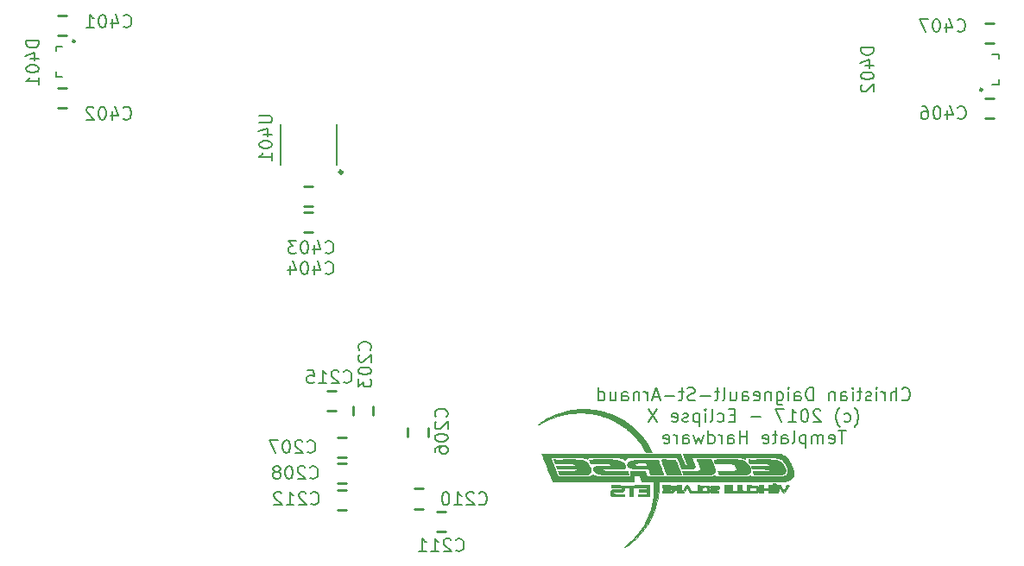
<source format=gbo>
G04 #@! TF.FileFunction,Legend,Bot*
%FSLAX46Y46*%
G04 Gerber Fmt 4.6, Leading zero omitted, Abs format (unit mm)*
G04 Created by KiCad (PCBNEW 4.0.5+dfsg1-4) date Sun May  7 16:42:39 2017*
%MOMM*%
%LPD*%
G01*
G04 APERTURE LIST*
%ADD10C,0.100000*%
%ADD11C,0.203200*%
%ADD12C,0.254000*%
%ADD13C,0.250000*%
%ADD14C,0.300000*%
%ADD15C,0.010000*%
G04 APERTURE END LIST*
D10*
D11*
X136942287Y-89023371D02*
X137002763Y-89083848D01*
X137184192Y-89144324D01*
X137305144Y-89144324D01*
X137486572Y-89083848D01*
X137607525Y-88962895D01*
X137668001Y-88841943D01*
X137728477Y-88600038D01*
X137728477Y-88418610D01*
X137668001Y-88176705D01*
X137607525Y-88055752D01*
X137486572Y-87934800D01*
X137305144Y-87874324D01*
X137184192Y-87874324D01*
X137002763Y-87934800D01*
X136942287Y-87995276D01*
X136398001Y-89144324D02*
X136398001Y-87874324D01*
X135853715Y-89144324D02*
X135853715Y-88479086D01*
X135914192Y-88358133D01*
X136035144Y-88297657D01*
X136216572Y-88297657D01*
X136337525Y-88358133D01*
X136398001Y-88418610D01*
X135248953Y-89144324D02*
X135248953Y-88297657D01*
X135248953Y-88539562D02*
X135188477Y-88418610D01*
X135128001Y-88358133D01*
X135007048Y-88297657D01*
X134886096Y-88297657D01*
X134462763Y-89144324D02*
X134462763Y-88297657D01*
X134462763Y-87874324D02*
X134523239Y-87934800D01*
X134462763Y-87995276D01*
X134402287Y-87934800D01*
X134462763Y-87874324D01*
X134462763Y-87995276D01*
X133918477Y-89083848D02*
X133797525Y-89144324D01*
X133555620Y-89144324D01*
X133434668Y-89083848D01*
X133374192Y-88962895D01*
X133374192Y-88902419D01*
X133434668Y-88781467D01*
X133555620Y-88720990D01*
X133737049Y-88720990D01*
X133858001Y-88660514D01*
X133918477Y-88539562D01*
X133918477Y-88479086D01*
X133858001Y-88358133D01*
X133737049Y-88297657D01*
X133555620Y-88297657D01*
X133434668Y-88358133D01*
X133011335Y-88297657D02*
X132527525Y-88297657D01*
X132829906Y-87874324D02*
X132829906Y-88962895D01*
X132769430Y-89083848D01*
X132648477Y-89144324D01*
X132527525Y-89144324D01*
X132104192Y-89144324D02*
X132104192Y-88297657D01*
X132104192Y-87874324D02*
X132164668Y-87934800D01*
X132104192Y-87995276D01*
X132043716Y-87934800D01*
X132104192Y-87874324D01*
X132104192Y-87995276D01*
X130955144Y-89144324D02*
X130955144Y-88479086D01*
X131015621Y-88358133D01*
X131136573Y-88297657D01*
X131378478Y-88297657D01*
X131499430Y-88358133D01*
X130955144Y-89083848D02*
X131076097Y-89144324D01*
X131378478Y-89144324D01*
X131499430Y-89083848D01*
X131559906Y-88962895D01*
X131559906Y-88841943D01*
X131499430Y-88720990D01*
X131378478Y-88660514D01*
X131076097Y-88660514D01*
X130955144Y-88600038D01*
X130350382Y-88297657D02*
X130350382Y-89144324D01*
X130350382Y-88418610D02*
X130289906Y-88358133D01*
X130168953Y-88297657D01*
X129987525Y-88297657D01*
X129866573Y-88358133D01*
X129806096Y-88479086D01*
X129806096Y-89144324D01*
X128233715Y-89144324D02*
X128233715Y-87874324D01*
X127931334Y-87874324D01*
X127749906Y-87934800D01*
X127628953Y-88055752D01*
X127568477Y-88176705D01*
X127508001Y-88418610D01*
X127508001Y-88600038D01*
X127568477Y-88841943D01*
X127628953Y-88962895D01*
X127749906Y-89083848D01*
X127931334Y-89144324D01*
X128233715Y-89144324D01*
X126419429Y-89144324D02*
X126419429Y-88479086D01*
X126479906Y-88358133D01*
X126600858Y-88297657D01*
X126842763Y-88297657D01*
X126963715Y-88358133D01*
X126419429Y-89083848D02*
X126540382Y-89144324D01*
X126842763Y-89144324D01*
X126963715Y-89083848D01*
X127024191Y-88962895D01*
X127024191Y-88841943D01*
X126963715Y-88720990D01*
X126842763Y-88660514D01*
X126540382Y-88660514D01*
X126419429Y-88600038D01*
X125814667Y-89144324D02*
X125814667Y-88297657D01*
X125814667Y-87874324D02*
X125875143Y-87934800D01*
X125814667Y-87995276D01*
X125754191Y-87934800D01*
X125814667Y-87874324D01*
X125814667Y-87995276D01*
X124665619Y-88297657D02*
X124665619Y-89325752D01*
X124726096Y-89446705D01*
X124786572Y-89507181D01*
X124907524Y-89567657D01*
X125088953Y-89567657D01*
X125209905Y-89507181D01*
X124665619Y-89083848D02*
X124786572Y-89144324D01*
X125028476Y-89144324D01*
X125149429Y-89083848D01*
X125209905Y-89023371D01*
X125270381Y-88902419D01*
X125270381Y-88539562D01*
X125209905Y-88418610D01*
X125149429Y-88358133D01*
X125028476Y-88297657D01*
X124786572Y-88297657D01*
X124665619Y-88358133D01*
X124060857Y-88297657D02*
X124060857Y-89144324D01*
X124060857Y-88418610D02*
X124000381Y-88358133D01*
X123879428Y-88297657D01*
X123698000Y-88297657D01*
X123577048Y-88358133D01*
X123516571Y-88479086D01*
X123516571Y-89144324D01*
X122428000Y-89083848D02*
X122548952Y-89144324D01*
X122790857Y-89144324D01*
X122911809Y-89083848D01*
X122972285Y-88962895D01*
X122972285Y-88479086D01*
X122911809Y-88358133D01*
X122790857Y-88297657D01*
X122548952Y-88297657D01*
X122428000Y-88358133D01*
X122367523Y-88479086D01*
X122367523Y-88600038D01*
X122972285Y-88720990D01*
X121278952Y-89144324D02*
X121278952Y-88479086D01*
X121339429Y-88358133D01*
X121460381Y-88297657D01*
X121702286Y-88297657D01*
X121823238Y-88358133D01*
X121278952Y-89083848D02*
X121399905Y-89144324D01*
X121702286Y-89144324D01*
X121823238Y-89083848D01*
X121883714Y-88962895D01*
X121883714Y-88841943D01*
X121823238Y-88720990D01*
X121702286Y-88660514D01*
X121399905Y-88660514D01*
X121278952Y-88600038D01*
X120129904Y-88297657D02*
X120129904Y-89144324D01*
X120674190Y-88297657D02*
X120674190Y-88962895D01*
X120613714Y-89083848D01*
X120492761Y-89144324D01*
X120311333Y-89144324D01*
X120190381Y-89083848D01*
X120129904Y-89023371D01*
X119343713Y-89144324D02*
X119464666Y-89083848D01*
X119525142Y-88962895D01*
X119525142Y-87874324D01*
X119041333Y-88297657D02*
X118557523Y-88297657D01*
X118859904Y-87874324D02*
X118859904Y-88962895D01*
X118799428Y-89083848D01*
X118678475Y-89144324D01*
X118557523Y-89144324D01*
X118134190Y-88660514D02*
X117166571Y-88660514D01*
X116622285Y-89083848D02*
X116440857Y-89144324D01*
X116138476Y-89144324D01*
X116017523Y-89083848D01*
X115957047Y-89023371D01*
X115896571Y-88902419D01*
X115896571Y-88781467D01*
X115957047Y-88660514D01*
X116017523Y-88600038D01*
X116138476Y-88539562D01*
X116380380Y-88479086D01*
X116501333Y-88418610D01*
X116561809Y-88358133D01*
X116622285Y-88237181D01*
X116622285Y-88116229D01*
X116561809Y-87995276D01*
X116501333Y-87934800D01*
X116380380Y-87874324D01*
X116078000Y-87874324D01*
X115896571Y-87934800D01*
X115533714Y-88297657D02*
X115049904Y-88297657D01*
X115352285Y-87874324D02*
X115352285Y-88962895D01*
X115291809Y-89083848D01*
X115170856Y-89144324D01*
X115049904Y-89144324D01*
X114626571Y-88660514D02*
X113658952Y-88660514D01*
X113114666Y-88781467D02*
X112509904Y-88781467D01*
X113235619Y-89144324D02*
X112812285Y-87874324D01*
X112388952Y-89144324D01*
X111965619Y-89144324D02*
X111965619Y-88297657D01*
X111965619Y-88539562D02*
X111905143Y-88418610D01*
X111844667Y-88358133D01*
X111723714Y-88297657D01*
X111602762Y-88297657D01*
X111179429Y-88297657D02*
X111179429Y-89144324D01*
X111179429Y-88418610D02*
X111118953Y-88358133D01*
X110998000Y-88297657D01*
X110816572Y-88297657D01*
X110695620Y-88358133D01*
X110635143Y-88479086D01*
X110635143Y-89144324D01*
X109486095Y-89144324D02*
X109486095Y-88479086D01*
X109546572Y-88358133D01*
X109667524Y-88297657D01*
X109909429Y-88297657D01*
X110030381Y-88358133D01*
X109486095Y-89083848D02*
X109607048Y-89144324D01*
X109909429Y-89144324D01*
X110030381Y-89083848D01*
X110090857Y-88962895D01*
X110090857Y-88841943D01*
X110030381Y-88720990D01*
X109909429Y-88660514D01*
X109607048Y-88660514D01*
X109486095Y-88600038D01*
X108337047Y-88297657D02*
X108337047Y-89144324D01*
X108881333Y-88297657D02*
X108881333Y-88962895D01*
X108820857Y-89083848D01*
X108699904Y-89144324D01*
X108518476Y-89144324D01*
X108397524Y-89083848D01*
X108337047Y-89023371D01*
X107187999Y-89144324D02*
X107187999Y-87874324D01*
X107187999Y-89083848D02*
X107308952Y-89144324D01*
X107550856Y-89144324D01*
X107671809Y-89083848D01*
X107732285Y-89023371D01*
X107792761Y-88902419D01*
X107792761Y-88539562D01*
X107732285Y-88418610D01*
X107671809Y-88358133D01*
X107550856Y-88297657D01*
X107308952Y-88297657D01*
X107187999Y-88358133D01*
X132285619Y-91736333D02*
X132346095Y-91675857D01*
X132467047Y-91494429D01*
X132527524Y-91373476D01*
X132588000Y-91192048D01*
X132648476Y-90889667D01*
X132648476Y-90647762D01*
X132588000Y-90345381D01*
X132527524Y-90163952D01*
X132467047Y-90043000D01*
X132346095Y-89861571D01*
X132285619Y-89801095D01*
X131257523Y-91192048D02*
X131378476Y-91252524D01*
X131620380Y-91252524D01*
X131741333Y-91192048D01*
X131801809Y-91131571D01*
X131862285Y-91010619D01*
X131862285Y-90647762D01*
X131801809Y-90526810D01*
X131741333Y-90466333D01*
X131620380Y-90405857D01*
X131378476Y-90405857D01*
X131257523Y-90466333D01*
X130834190Y-91736333D02*
X130773714Y-91675857D01*
X130652762Y-91494429D01*
X130592286Y-91373476D01*
X130531809Y-91192048D01*
X130471333Y-90889667D01*
X130471333Y-90647762D01*
X130531809Y-90345381D01*
X130592286Y-90163952D01*
X130652762Y-90043000D01*
X130773714Y-89861571D01*
X130834190Y-89801095D01*
X128959428Y-90103476D02*
X128898952Y-90043000D01*
X128778000Y-89982524D01*
X128475619Y-89982524D01*
X128354666Y-90043000D01*
X128294190Y-90103476D01*
X128233714Y-90224429D01*
X128233714Y-90345381D01*
X128294190Y-90526810D01*
X129019904Y-91252524D01*
X128233714Y-91252524D01*
X127447523Y-89982524D02*
X127326571Y-89982524D01*
X127205619Y-90043000D01*
X127145142Y-90103476D01*
X127084666Y-90224429D01*
X127024190Y-90466333D01*
X127024190Y-90768714D01*
X127084666Y-91010619D01*
X127145142Y-91131571D01*
X127205619Y-91192048D01*
X127326571Y-91252524D01*
X127447523Y-91252524D01*
X127568476Y-91192048D01*
X127628952Y-91131571D01*
X127689428Y-91010619D01*
X127749904Y-90768714D01*
X127749904Y-90466333D01*
X127689428Y-90224429D01*
X127628952Y-90103476D01*
X127568476Y-90043000D01*
X127447523Y-89982524D01*
X125814666Y-91252524D02*
X126540380Y-91252524D01*
X126177523Y-91252524D02*
X126177523Y-89982524D01*
X126298475Y-90163952D01*
X126419428Y-90284905D01*
X126540380Y-90345381D01*
X125391332Y-89982524D02*
X124544666Y-89982524D01*
X125088951Y-91252524D01*
X123093237Y-90768714D02*
X122125618Y-90768714D01*
X120553237Y-90587286D02*
X120129904Y-90587286D01*
X119948475Y-91252524D02*
X120553237Y-91252524D01*
X120553237Y-89982524D01*
X119948475Y-89982524D01*
X118859903Y-91192048D02*
X118980856Y-91252524D01*
X119222760Y-91252524D01*
X119343713Y-91192048D01*
X119404189Y-91131571D01*
X119464665Y-91010619D01*
X119464665Y-90647762D01*
X119404189Y-90526810D01*
X119343713Y-90466333D01*
X119222760Y-90405857D01*
X118980856Y-90405857D01*
X118859903Y-90466333D01*
X118134189Y-91252524D02*
X118255142Y-91192048D01*
X118315618Y-91071095D01*
X118315618Y-89982524D01*
X117650380Y-91252524D02*
X117650380Y-90405857D01*
X117650380Y-89982524D02*
X117710856Y-90043000D01*
X117650380Y-90103476D01*
X117589904Y-90043000D01*
X117650380Y-89982524D01*
X117650380Y-90103476D01*
X117045618Y-90405857D02*
X117045618Y-91675857D01*
X117045618Y-90466333D02*
X116924666Y-90405857D01*
X116682761Y-90405857D01*
X116561809Y-90466333D01*
X116501332Y-90526810D01*
X116440856Y-90647762D01*
X116440856Y-91010619D01*
X116501332Y-91131571D01*
X116561809Y-91192048D01*
X116682761Y-91252524D01*
X116924666Y-91252524D01*
X117045618Y-91192048D01*
X115957046Y-91192048D02*
X115836094Y-91252524D01*
X115594189Y-91252524D01*
X115473237Y-91192048D01*
X115412761Y-91071095D01*
X115412761Y-91010619D01*
X115473237Y-90889667D01*
X115594189Y-90829190D01*
X115775618Y-90829190D01*
X115896570Y-90768714D01*
X115957046Y-90647762D01*
X115957046Y-90587286D01*
X115896570Y-90466333D01*
X115775618Y-90405857D01*
X115594189Y-90405857D01*
X115473237Y-90466333D01*
X114384666Y-91192048D02*
X114505618Y-91252524D01*
X114747523Y-91252524D01*
X114868475Y-91192048D01*
X114928951Y-91071095D01*
X114928951Y-90587286D01*
X114868475Y-90466333D01*
X114747523Y-90405857D01*
X114505618Y-90405857D01*
X114384666Y-90466333D01*
X114324189Y-90587286D01*
X114324189Y-90708238D01*
X114928951Y-90829190D01*
X112933237Y-89982524D02*
X112086571Y-91252524D01*
X112086571Y-89982524D02*
X112933237Y-91252524D01*
X131438952Y-92090724D02*
X130713237Y-92090724D01*
X131076094Y-93360724D02*
X131076094Y-92090724D01*
X129806095Y-93300248D02*
X129927047Y-93360724D01*
X130168952Y-93360724D01*
X130289904Y-93300248D01*
X130350380Y-93179295D01*
X130350380Y-92695486D01*
X130289904Y-92574533D01*
X130168952Y-92514057D01*
X129927047Y-92514057D01*
X129806095Y-92574533D01*
X129745618Y-92695486D01*
X129745618Y-92816438D01*
X130350380Y-92937390D01*
X129201333Y-93360724D02*
X129201333Y-92514057D01*
X129201333Y-92635010D02*
X129140857Y-92574533D01*
X129019904Y-92514057D01*
X128838476Y-92514057D01*
X128717524Y-92574533D01*
X128657047Y-92695486D01*
X128657047Y-93360724D01*
X128657047Y-92695486D02*
X128596571Y-92574533D01*
X128475619Y-92514057D01*
X128294190Y-92514057D01*
X128173238Y-92574533D01*
X128112762Y-92695486D01*
X128112762Y-93360724D01*
X127508000Y-92514057D02*
X127508000Y-93784057D01*
X127508000Y-92574533D02*
X127387048Y-92514057D01*
X127145143Y-92514057D01*
X127024191Y-92574533D01*
X126963714Y-92635010D01*
X126903238Y-92755962D01*
X126903238Y-93118819D01*
X126963714Y-93239771D01*
X127024191Y-93300248D01*
X127145143Y-93360724D01*
X127387048Y-93360724D01*
X127508000Y-93300248D01*
X126177523Y-93360724D02*
X126298476Y-93300248D01*
X126358952Y-93179295D01*
X126358952Y-92090724D01*
X125149428Y-93360724D02*
X125149428Y-92695486D01*
X125209905Y-92574533D01*
X125330857Y-92514057D01*
X125572762Y-92514057D01*
X125693714Y-92574533D01*
X125149428Y-93300248D02*
X125270381Y-93360724D01*
X125572762Y-93360724D01*
X125693714Y-93300248D01*
X125754190Y-93179295D01*
X125754190Y-93058343D01*
X125693714Y-92937390D01*
X125572762Y-92876914D01*
X125270381Y-92876914D01*
X125149428Y-92816438D01*
X124726095Y-92514057D02*
X124242285Y-92514057D01*
X124544666Y-92090724D02*
X124544666Y-93179295D01*
X124484190Y-93300248D01*
X124363237Y-93360724D01*
X124242285Y-93360724D01*
X123335143Y-93300248D02*
X123456095Y-93360724D01*
X123698000Y-93360724D01*
X123818952Y-93300248D01*
X123879428Y-93179295D01*
X123879428Y-92695486D01*
X123818952Y-92574533D01*
X123698000Y-92514057D01*
X123456095Y-92514057D01*
X123335143Y-92574533D01*
X123274666Y-92695486D01*
X123274666Y-92816438D01*
X123879428Y-92937390D01*
X121762762Y-93360724D02*
X121762762Y-92090724D01*
X121762762Y-92695486D02*
X121037048Y-92695486D01*
X121037048Y-93360724D02*
X121037048Y-92090724D01*
X119888000Y-93360724D02*
X119888000Y-92695486D01*
X119948477Y-92574533D01*
X120069429Y-92514057D01*
X120311334Y-92514057D01*
X120432286Y-92574533D01*
X119888000Y-93300248D02*
X120008953Y-93360724D01*
X120311334Y-93360724D01*
X120432286Y-93300248D01*
X120492762Y-93179295D01*
X120492762Y-93058343D01*
X120432286Y-92937390D01*
X120311334Y-92876914D01*
X120008953Y-92876914D01*
X119888000Y-92816438D01*
X119283238Y-93360724D02*
X119283238Y-92514057D01*
X119283238Y-92755962D02*
X119222762Y-92635010D01*
X119162286Y-92574533D01*
X119041333Y-92514057D01*
X118920381Y-92514057D01*
X117952762Y-93360724D02*
X117952762Y-92090724D01*
X117952762Y-93300248D02*
X118073715Y-93360724D01*
X118315619Y-93360724D01*
X118436572Y-93300248D01*
X118497048Y-93239771D01*
X118557524Y-93118819D01*
X118557524Y-92755962D01*
X118497048Y-92635010D01*
X118436572Y-92574533D01*
X118315619Y-92514057D01*
X118073715Y-92514057D01*
X117952762Y-92574533D01*
X117468952Y-92514057D02*
X117227048Y-93360724D01*
X116985143Y-92755962D01*
X116743238Y-93360724D01*
X116501333Y-92514057D01*
X115473238Y-93360724D02*
X115473238Y-92695486D01*
X115533715Y-92574533D01*
X115654667Y-92514057D01*
X115896572Y-92514057D01*
X116017524Y-92574533D01*
X115473238Y-93300248D02*
X115594191Y-93360724D01*
X115896572Y-93360724D01*
X116017524Y-93300248D01*
X116078000Y-93179295D01*
X116078000Y-93058343D01*
X116017524Y-92937390D01*
X115896572Y-92876914D01*
X115594191Y-92876914D01*
X115473238Y-92816438D01*
X114868476Y-93360724D02*
X114868476Y-92514057D01*
X114868476Y-92755962D02*
X114808000Y-92635010D01*
X114747524Y-92574533D01*
X114626571Y-92514057D01*
X114505619Y-92514057D01*
X113598477Y-93300248D02*
X113719429Y-93360724D01*
X113961334Y-93360724D01*
X114082286Y-93300248D01*
X114142762Y-93179295D01*
X114142762Y-92695486D01*
X114082286Y-92574533D01*
X113961334Y-92514057D01*
X113719429Y-92514057D01*
X113598477Y-92574533D01*
X113538000Y-92695486D01*
X113538000Y-92816438D01*
X114142762Y-92937390D01*
D12*
X83092000Y-89754000D02*
X83092000Y-90604000D01*
X85092000Y-89754000D02*
X85092000Y-90604000D01*
X88446100Y-91856900D02*
X88446100Y-92706900D01*
X90446100Y-91856900D02*
X90446100Y-92706900D01*
X82476000Y-92726000D02*
X81626000Y-92726000D01*
X82476000Y-94726000D02*
X81626000Y-94726000D01*
X82476000Y-95266000D02*
X81626000Y-95266000D01*
X82476000Y-97266000D02*
X81626000Y-97266000D01*
X89994400Y-97780600D02*
X89144400Y-97780600D01*
X89994400Y-99780600D02*
X89144400Y-99780600D01*
X91316100Y-102003100D02*
X92166100Y-102003100D01*
X91316100Y-100003100D02*
X92166100Y-100003100D01*
X82476000Y-97894900D02*
X81626000Y-97894900D01*
X82476000Y-99894900D02*
X81626000Y-99894900D01*
X54194000Y-53324000D02*
X55044000Y-53324000D01*
X54194000Y-51324000D02*
X55044000Y-51324000D01*
X54194000Y-60436000D02*
X55044000Y-60436000D01*
X54194000Y-58436000D02*
X55044000Y-58436000D01*
X79156000Y-68088000D02*
X78306000Y-68088000D01*
X79156000Y-70088000D02*
X78306000Y-70088000D01*
X79156000Y-70628000D02*
X78306000Y-70628000D01*
X79156000Y-72628000D02*
X78306000Y-72628000D01*
X145958000Y-59452000D02*
X145108000Y-59452000D01*
X145958000Y-61452000D02*
X145108000Y-61452000D01*
X145958000Y-52086000D02*
X145108000Y-52086000D01*
X145958000Y-54086000D02*
X145108000Y-54086000D01*
D13*
X55821803Y-53880000D02*
G75*
G03X55821803Y-53880000I-111803J0D01*
G01*
D11*
X53960000Y-57380000D02*
X54610000Y-57380000D01*
X53960000Y-54380000D02*
X54610000Y-54380000D01*
X53960000Y-54864000D02*
X53960000Y-54380000D01*
X53960000Y-56896000D02*
X53960000Y-57380000D01*
D13*
X144807803Y-58642000D02*
G75*
G03X144807803Y-58642000I-111803J0D01*
G01*
D11*
X146446000Y-55142000D02*
X145796000Y-55142000D01*
X146446000Y-58142000D02*
X145796000Y-58142000D01*
X146446000Y-57658000D02*
X146446000Y-58142000D01*
X146446000Y-55626000D02*
X146446000Y-55142000D01*
D14*
X82063178Y-66708000D02*
G75*
G03X82063178Y-66708000I-143178J0D01*
G01*
D11*
X81494000Y-66008000D02*
X81494000Y-62008000D01*
X75986000Y-66008000D02*
X75986000Y-62008000D01*
D12*
X81442000Y-88154000D02*
X80592000Y-88154000D01*
X81442000Y-90154000D02*
X80592000Y-90154000D01*
D15*
G36*
X112755468Y-97180546D02*
X112693189Y-97181183D01*
X112649952Y-97182606D01*
X112622574Y-97185113D01*
X112607878Y-97189000D01*
X112602684Y-97194563D01*
X112603811Y-97202099D01*
X112603929Y-97202410D01*
X112608001Y-97225765D01*
X112611566Y-97270974D01*
X112614593Y-97334499D01*
X112617054Y-97412797D01*
X112618917Y-97502330D01*
X112620153Y-97599556D01*
X112620733Y-97700935D01*
X112620626Y-97802926D01*
X112619802Y-97901990D01*
X112618233Y-97994585D01*
X112615887Y-98077172D01*
X112612735Y-98146209D01*
X112611991Y-98158300D01*
X112571632Y-98588944D01*
X112507054Y-99012040D01*
X112418388Y-99427259D01*
X112305767Y-99834271D01*
X112169324Y-100232749D01*
X112009192Y-100622362D01*
X111825502Y-101002782D01*
X111618387Y-101373681D01*
X111387981Y-101734729D01*
X111134415Y-102085598D01*
X110923225Y-102348916D01*
X110832722Y-102453146D01*
X110728982Y-102566143D01*
X110615053Y-102685017D01*
X110493981Y-102806879D01*
X110368816Y-102928838D01*
X110242603Y-103048005D01*
X110118393Y-103161490D01*
X109999231Y-103266405D01*
X109888165Y-103359858D01*
X109788244Y-103438961D01*
X109723611Y-103486320D01*
X109709494Y-103507077D01*
X109708796Y-103532400D01*
X109720119Y-103551623D01*
X109732732Y-103555800D01*
X109748816Y-103549003D01*
X109781094Y-103530484D01*
X109824924Y-103503049D01*
X109875664Y-103469503D01*
X109877103Y-103468527D01*
X110217997Y-103222345D01*
X110543977Y-102956819D01*
X110854152Y-102673157D01*
X111147633Y-102372566D01*
X111423529Y-102056255D01*
X111680951Y-101725432D01*
X111919007Y-101381304D01*
X112136808Y-101025080D01*
X112333464Y-100657967D01*
X112508085Y-100281174D01*
X112659780Y-99895908D01*
X112780081Y-99529113D01*
X112862571Y-99231089D01*
X112930400Y-98940777D01*
X112984409Y-98652594D01*
X113025440Y-98360956D01*
X113054334Y-98060281D01*
X113071933Y-97744986D01*
X113077201Y-97558225D01*
X113084448Y-97180400D01*
X112839965Y-97180400D01*
X112755468Y-97180546D01*
X112755468Y-97180546D01*
G37*
X112755468Y-97180546D02*
X112693189Y-97181183D01*
X112649952Y-97182606D01*
X112622574Y-97185113D01*
X112607878Y-97189000D01*
X112602684Y-97194563D01*
X112603811Y-97202099D01*
X112603929Y-97202410D01*
X112608001Y-97225765D01*
X112611566Y-97270974D01*
X112614593Y-97334499D01*
X112617054Y-97412797D01*
X112618917Y-97502330D01*
X112620153Y-97599556D01*
X112620733Y-97700935D01*
X112620626Y-97802926D01*
X112619802Y-97901990D01*
X112618233Y-97994585D01*
X112615887Y-98077172D01*
X112612735Y-98146209D01*
X112611991Y-98158300D01*
X112571632Y-98588944D01*
X112507054Y-99012040D01*
X112418388Y-99427259D01*
X112305767Y-99834271D01*
X112169324Y-100232749D01*
X112009192Y-100622362D01*
X111825502Y-101002782D01*
X111618387Y-101373681D01*
X111387981Y-101734729D01*
X111134415Y-102085598D01*
X110923225Y-102348916D01*
X110832722Y-102453146D01*
X110728982Y-102566143D01*
X110615053Y-102685017D01*
X110493981Y-102806879D01*
X110368816Y-102928838D01*
X110242603Y-103048005D01*
X110118393Y-103161490D01*
X109999231Y-103266405D01*
X109888165Y-103359858D01*
X109788244Y-103438961D01*
X109723611Y-103486320D01*
X109709494Y-103507077D01*
X109708796Y-103532400D01*
X109720119Y-103551623D01*
X109732732Y-103555800D01*
X109748816Y-103549003D01*
X109781094Y-103530484D01*
X109824924Y-103503049D01*
X109875664Y-103469503D01*
X109877103Y-103468527D01*
X110217997Y-103222345D01*
X110543977Y-102956819D01*
X110854152Y-102673157D01*
X111147633Y-102372566D01*
X111423529Y-102056255D01*
X111680951Y-101725432D01*
X111919007Y-101381304D01*
X112136808Y-101025080D01*
X112333464Y-100657967D01*
X112508085Y-100281174D01*
X112659780Y-99895908D01*
X112780081Y-99529113D01*
X112862571Y-99231089D01*
X112930400Y-98940777D01*
X112984409Y-98652594D01*
X113025440Y-98360956D01*
X113054334Y-98060281D01*
X113071933Y-97744986D01*
X113077201Y-97558225D01*
X113084448Y-97180400D01*
X112839965Y-97180400D01*
X112755468Y-97180546D01*
G36*
X111061500Y-97688400D02*
X111912400Y-97688400D01*
X111912400Y-97853500D01*
X111112300Y-97853500D01*
X111112300Y-98094800D01*
X111912400Y-98094800D01*
X111912400Y-98310700D01*
X111061500Y-98310700D01*
X111061500Y-98552000D01*
X112179100Y-98552000D01*
X112179100Y-97459800D01*
X111061500Y-97459800D01*
X111061500Y-97688400D01*
X111061500Y-97688400D01*
G37*
X111061500Y-97688400D02*
X111912400Y-97688400D01*
X111912400Y-97853500D01*
X111112300Y-97853500D01*
X111112300Y-98094800D01*
X111912400Y-98094800D01*
X111912400Y-98310700D01*
X111061500Y-98310700D01*
X111061500Y-98552000D01*
X112179100Y-98552000D01*
X112179100Y-97459800D01*
X111061500Y-97459800D01*
X111061500Y-97688400D01*
G36*
X110378875Y-97462860D02*
X109721650Y-97466150D01*
X109721650Y-97682050D01*
X109978825Y-97685487D01*
X110236000Y-97688925D01*
X110236000Y-98552000D01*
X110515400Y-98552000D01*
X110515400Y-97688400D01*
X111036100Y-97688400D01*
X111036100Y-97459571D01*
X110378875Y-97462860D01*
X110378875Y-97462860D01*
G37*
X110378875Y-97462860D02*
X109721650Y-97466150D01*
X109721650Y-97682050D01*
X109978825Y-97685487D01*
X110236000Y-97688925D01*
X110236000Y-98552000D01*
X110515400Y-98552000D01*
X110515400Y-97688400D01*
X111036100Y-97688400D01*
X111036100Y-97459571D01*
X110378875Y-97462860D01*
G36*
X108419900Y-97688400D02*
X108880275Y-97689902D01*
X108987546Y-97690468D01*
X109088063Y-97691408D01*
X109178684Y-97692663D01*
X109256264Y-97694173D01*
X109317658Y-97695876D01*
X109359724Y-97697712D01*
X109378750Y-97699488D01*
X109402883Y-97707273D01*
X109414871Y-97722441D01*
X109420047Y-97753064D01*
X109420840Y-97763211D01*
X109420280Y-97800497D01*
X109414115Y-97827673D01*
X109410703Y-97833000D01*
X109393232Y-97837871D01*
X109350911Y-97842303D01*
X109283619Y-97846301D01*
X109191239Y-97849871D01*
X109073650Y-97853021D01*
X108993963Y-97854655D01*
X108870080Y-97857433D01*
X108763302Y-97860794D01*
X108675382Y-97864651D01*
X108608073Y-97868916D01*
X108563127Y-97873501D01*
X108545407Y-97877013D01*
X108468947Y-97912955D01*
X108411240Y-97964797D01*
X108384975Y-98005518D01*
X108371904Y-98034884D01*
X108363504Y-98065155D01*
X108358820Y-98102969D01*
X108356896Y-98154964D01*
X108356679Y-98202265D01*
X108359558Y-98289642D01*
X108368840Y-98356534D01*
X108386089Y-98407392D01*
X108412867Y-98446666D01*
X108450738Y-98478807D01*
X108454740Y-98481499D01*
X108481989Y-98497928D01*
X108511361Y-98511615D01*
X108545349Y-98522805D01*
X108586448Y-98531742D01*
X108637152Y-98538670D01*
X108699955Y-98543833D01*
X108777352Y-98547477D01*
X108871836Y-98549844D01*
X108985903Y-98551180D01*
X109122045Y-98551729D01*
X109172375Y-98551779D01*
X109664500Y-98552000D01*
X109664500Y-98310700D01*
X109170239Y-98310700D01*
X109060023Y-98310507D01*
X108957335Y-98309957D01*
X108865052Y-98309094D01*
X108786049Y-98307961D01*
X108723200Y-98306600D01*
X108679380Y-98305055D01*
X108657465Y-98303369D01*
X108655889Y-98302991D01*
X108645026Y-98293189D01*
X108638762Y-98270775D01*
X108636097Y-98230693D01*
X108635800Y-98201633D01*
X108636418Y-98153254D01*
X108639366Y-98124486D01*
X108646289Y-98109549D01*
X108658832Y-98102662D01*
X108664375Y-98101197D01*
X108684034Y-98099317D01*
X108725635Y-98097323D01*
X108785723Y-98095311D01*
X108860839Y-98093380D01*
X108947529Y-98091626D01*
X109042334Y-98090148D01*
X109067600Y-98089824D01*
X109190533Y-98087978D01*
X109291038Y-98085425D01*
X109372087Y-98081681D01*
X109436652Y-98076261D01*
X109487705Y-98068681D01*
X109528216Y-98058457D01*
X109561158Y-98045103D01*
X109589503Y-98028134D01*
X109616221Y-98007068D01*
X109625502Y-97998851D01*
X109664525Y-97953353D01*
X109689066Y-97898237D01*
X109700437Y-97828988D01*
X109700030Y-97742430D01*
X109691066Y-97665220D01*
X109673054Y-97606820D01*
X109643565Y-97561518D01*
X109610044Y-97530843D01*
X109586350Y-97514152D01*
X109561287Y-97500277D01*
X109532363Y-97488960D01*
X109497088Y-97479946D01*
X109452971Y-97472979D01*
X109397519Y-97467803D01*
X109328244Y-97464161D01*
X109242652Y-97461798D01*
X109138254Y-97460457D01*
X109012558Y-97459883D01*
X108918882Y-97459800D01*
X108419900Y-97459800D01*
X108419900Y-97688400D01*
X108419900Y-97688400D01*
G37*
X108419900Y-97688400D02*
X108880275Y-97689902D01*
X108987546Y-97690468D01*
X109088063Y-97691408D01*
X109178684Y-97692663D01*
X109256264Y-97694173D01*
X109317658Y-97695876D01*
X109359724Y-97697712D01*
X109378750Y-97699488D01*
X109402883Y-97707273D01*
X109414871Y-97722441D01*
X109420047Y-97753064D01*
X109420840Y-97763211D01*
X109420280Y-97800497D01*
X109414115Y-97827673D01*
X109410703Y-97833000D01*
X109393232Y-97837871D01*
X109350911Y-97842303D01*
X109283619Y-97846301D01*
X109191239Y-97849871D01*
X109073650Y-97853021D01*
X108993963Y-97854655D01*
X108870080Y-97857433D01*
X108763302Y-97860794D01*
X108675382Y-97864651D01*
X108608073Y-97868916D01*
X108563127Y-97873501D01*
X108545407Y-97877013D01*
X108468947Y-97912955D01*
X108411240Y-97964797D01*
X108384975Y-98005518D01*
X108371904Y-98034884D01*
X108363504Y-98065155D01*
X108358820Y-98102969D01*
X108356896Y-98154964D01*
X108356679Y-98202265D01*
X108359558Y-98289642D01*
X108368840Y-98356534D01*
X108386089Y-98407392D01*
X108412867Y-98446666D01*
X108450738Y-98478807D01*
X108454740Y-98481499D01*
X108481989Y-98497928D01*
X108511361Y-98511615D01*
X108545349Y-98522805D01*
X108586448Y-98531742D01*
X108637152Y-98538670D01*
X108699955Y-98543833D01*
X108777352Y-98547477D01*
X108871836Y-98549844D01*
X108985903Y-98551180D01*
X109122045Y-98551729D01*
X109172375Y-98551779D01*
X109664500Y-98552000D01*
X109664500Y-98310700D01*
X109170239Y-98310700D01*
X109060023Y-98310507D01*
X108957335Y-98309957D01*
X108865052Y-98309094D01*
X108786049Y-98307961D01*
X108723200Y-98306600D01*
X108679380Y-98305055D01*
X108657465Y-98303369D01*
X108655889Y-98302991D01*
X108645026Y-98293189D01*
X108638762Y-98270775D01*
X108636097Y-98230693D01*
X108635800Y-98201633D01*
X108636418Y-98153254D01*
X108639366Y-98124486D01*
X108646289Y-98109549D01*
X108658832Y-98102662D01*
X108664375Y-98101197D01*
X108684034Y-98099317D01*
X108725635Y-98097323D01*
X108785723Y-98095311D01*
X108860839Y-98093380D01*
X108947529Y-98091626D01*
X109042334Y-98090148D01*
X109067600Y-98089824D01*
X109190533Y-98087978D01*
X109291038Y-98085425D01*
X109372087Y-98081681D01*
X109436652Y-98076261D01*
X109487705Y-98068681D01*
X109528216Y-98058457D01*
X109561158Y-98045103D01*
X109589503Y-98028134D01*
X109616221Y-98007068D01*
X109625502Y-97998851D01*
X109664525Y-97953353D01*
X109689066Y-97898237D01*
X109700437Y-97828988D01*
X109700030Y-97742430D01*
X109691066Y-97665220D01*
X109673054Y-97606820D01*
X109643565Y-97561518D01*
X109610044Y-97530843D01*
X109586350Y-97514152D01*
X109561287Y-97500277D01*
X109532363Y-97488960D01*
X109497088Y-97479946D01*
X109452971Y-97472979D01*
X109397519Y-97467803D01*
X109328244Y-97464161D01*
X109242652Y-97461798D01*
X109138254Y-97460457D01*
X109012558Y-97459883D01*
X108918882Y-97459800D01*
X108419900Y-97459800D01*
X108419900Y-97688400D01*
G36*
X124236188Y-97230152D02*
X124232777Y-97260634D01*
X124231403Y-97303541D01*
X124231400Y-97305562D01*
X124231400Y-97392625D01*
X124297061Y-97410337D01*
X124334821Y-97423032D01*
X124360981Y-97436526D01*
X124367969Y-97443925D01*
X124364169Y-97450818D01*
X124345436Y-97455533D01*
X124308789Y-97458376D01*
X124251248Y-97459653D01*
X124213409Y-97459800D01*
X124053600Y-97459800D01*
X124053600Y-97637600D01*
X124612400Y-97637600D01*
X124612400Y-97726500D01*
X124079000Y-97726500D01*
X124079000Y-97904300D01*
X124612400Y-97904300D01*
X124612400Y-98031300D01*
X124053600Y-98031300D01*
X124053600Y-98209100D01*
X124815179Y-98209100D01*
X124818565Y-97877043D01*
X124821950Y-97544987D01*
X125042976Y-97877043D01*
X125264002Y-98209100D01*
X125396797Y-98209100D01*
X125636424Y-97845111D01*
X125692973Y-97759094D01*
X125745011Y-97679710D01*
X125790899Y-97609478D01*
X125828998Y-97550913D01*
X125857671Y-97506533D01*
X125875278Y-97478854D01*
X125880284Y-97470461D01*
X125870500Y-97465753D01*
X125840747Y-97462108D01*
X125796448Y-97460059D01*
X125771857Y-97459800D01*
X125659196Y-97459800D01*
X125494573Y-97713632D01*
X125448207Y-97784729D01*
X125406353Y-97848155D01*
X125370989Y-97900973D01*
X125344092Y-97940248D01*
X125327642Y-97963042D01*
X125323462Y-97967632D01*
X125315067Y-97957465D01*
X125294978Y-97928827D01*
X125265163Y-97884657D01*
X125227593Y-97827895D01*
X125184237Y-97761482D01*
X125153416Y-97713800D01*
X124989857Y-97459800D01*
X124637800Y-97459800D01*
X124637800Y-97321079D01*
X124590175Y-97308264D01*
X124513193Y-97287701D01*
X124438502Y-97268019D01*
X124370204Y-97250272D01*
X124312399Y-97235513D01*
X124269188Y-97224795D01*
X124244672Y-97219170D01*
X124240925Y-97218580D01*
X124236188Y-97230152D01*
X124236188Y-97230152D01*
G37*
X124236188Y-97230152D02*
X124232777Y-97260634D01*
X124231403Y-97303541D01*
X124231400Y-97305562D01*
X124231400Y-97392625D01*
X124297061Y-97410337D01*
X124334821Y-97423032D01*
X124360981Y-97436526D01*
X124367969Y-97443925D01*
X124364169Y-97450818D01*
X124345436Y-97455533D01*
X124308789Y-97458376D01*
X124251248Y-97459653D01*
X124213409Y-97459800D01*
X124053600Y-97459800D01*
X124053600Y-97637600D01*
X124612400Y-97637600D01*
X124612400Y-97726500D01*
X124079000Y-97726500D01*
X124079000Y-97904300D01*
X124612400Y-97904300D01*
X124612400Y-98031300D01*
X124053600Y-98031300D01*
X124053600Y-98209100D01*
X124815179Y-98209100D01*
X124818565Y-97877043D01*
X124821950Y-97544987D01*
X125042976Y-97877043D01*
X125264002Y-98209100D01*
X125396797Y-98209100D01*
X125636424Y-97845111D01*
X125692973Y-97759094D01*
X125745011Y-97679710D01*
X125790899Y-97609478D01*
X125828998Y-97550913D01*
X125857671Y-97506533D01*
X125875278Y-97478854D01*
X125880284Y-97470461D01*
X125870500Y-97465753D01*
X125840747Y-97462108D01*
X125796448Y-97460059D01*
X125771857Y-97459800D01*
X125659196Y-97459800D01*
X125494573Y-97713632D01*
X125448207Y-97784729D01*
X125406353Y-97848155D01*
X125370989Y-97900973D01*
X125344092Y-97940248D01*
X125327642Y-97963042D01*
X125323462Y-97967632D01*
X125315067Y-97957465D01*
X125294978Y-97928827D01*
X125265163Y-97884657D01*
X125227593Y-97827895D01*
X125184237Y-97761482D01*
X125153416Y-97713800D01*
X124989857Y-97459800D01*
X124637800Y-97459800D01*
X124637800Y-97321079D01*
X124590175Y-97308264D01*
X124513193Y-97287701D01*
X124438502Y-97268019D01*
X124370204Y-97250272D01*
X124312399Y-97235513D01*
X124269188Y-97224795D01*
X124244672Y-97219170D01*
X124240925Y-97218580D01*
X124236188Y-97230152D01*
G36*
X123812300Y-97726500D02*
X123329700Y-97726500D01*
X123329700Y-97459800D01*
X123139200Y-97459800D01*
X123139200Y-98209100D01*
X123329700Y-98209100D01*
X123329700Y-97904300D01*
X123812300Y-97904300D01*
X123812300Y-98209100D01*
X124002800Y-98209100D01*
X124002800Y-97459800D01*
X123812300Y-97459800D01*
X123812300Y-97726500D01*
X123812300Y-97726500D01*
G37*
X123812300Y-97726500D02*
X123329700Y-97726500D01*
X123329700Y-97459800D01*
X123139200Y-97459800D01*
X123139200Y-98209100D01*
X123329700Y-98209100D01*
X123329700Y-97904300D01*
X123812300Y-97904300D01*
X123812300Y-98209100D01*
X124002800Y-98209100D01*
X124002800Y-97459800D01*
X123812300Y-97459800D01*
X123812300Y-97726500D01*
G36*
X122885200Y-98209100D02*
X123075700Y-98209100D01*
X123075700Y-97459800D01*
X122885200Y-97459800D01*
X122885200Y-98209100D01*
X122885200Y-98209100D01*
G37*
X122885200Y-98209100D02*
X123075700Y-98209100D01*
X123075700Y-97459800D01*
X122885200Y-97459800D01*
X122885200Y-98209100D01*
G36*
X122008900Y-97638853D02*
X122306036Y-97636664D01*
X122390859Y-97636401D01*
X122467450Y-97636849D01*
X122532069Y-97637932D01*
X122580978Y-97639573D01*
X122610438Y-97641692D01*
X122617186Y-97643137D01*
X122623544Y-97660165D01*
X122628030Y-97701719D01*
X122630586Y-97766990D01*
X122631200Y-97833840D01*
X122630823Y-97906829D01*
X122629419Y-97958257D01*
X122626582Y-97991957D01*
X122621909Y-98011760D01*
X122614992Y-98021499D01*
X122611112Y-98023591D01*
X122593054Y-98025803D01*
X122553483Y-98027768D01*
X122496284Y-98029388D01*
X122425342Y-98030567D01*
X122344544Y-98031210D01*
X122299962Y-98031300D01*
X122008900Y-98031300D01*
X122008900Y-98209131D01*
X122291475Y-98206744D01*
X122378033Y-98205649D01*
X122459926Y-98203941D01*
X122532379Y-98201771D01*
X122590615Y-98199291D01*
X122629856Y-98196651D01*
X122638042Y-98195742D01*
X122716922Y-98176623D01*
X122775261Y-98143120D01*
X122803940Y-98111324D01*
X122812435Y-98096515D01*
X122818685Y-98078222D01*
X122823026Y-98052569D01*
X122825794Y-98015685D01*
X122827327Y-97963693D01*
X122827961Y-97892722D01*
X122828050Y-97833931D01*
X122827675Y-97740968D01*
X122825834Y-97669726D01*
X122821457Y-97616531D01*
X122813473Y-97577707D01*
X122800813Y-97549579D01*
X122782404Y-97528471D01*
X122757177Y-97510709D01*
X122729440Y-97495426D01*
X122711820Y-97486851D01*
X122693345Y-97480133D01*
X122670659Y-97474985D01*
X122640405Y-97471116D01*
X122599229Y-97468240D01*
X122543773Y-97466066D01*
X122470682Y-97464308D01*
X122376600Y-97462677D01*
X122342275Y-97462146D01*
X122008900Y-97457065D01*
X122008900Y-97638853D01*
X122008900Y-97638853D01*
G37*
X122008900Y-97638853D02*
X122306036Y-97636664D01*
X122390859Y-97636401D01*
X122467450Y-97636849D01*
X122532069Y-97637932D01*
X122580978Y-97639573D01*
X122610438Y-97641692D01*
X122617186Y-97643137D01*
X122623544Y-97660165D01*
X122628030Y-97701719D01*
X122630586Y-97766990D01*
X122631200Y-97833840D01*
X122630823Y-97906829D01*
X122629419Y-97958257D01*
X122626582Y-97991957D01*
X122621909Y-98011760D01*
X122614992Y-98021499D01*
X122611112Y-98023591D01*
X122593054Y-98025803D01*
X122553483Y-98027768D01*
X122496284Y-98029388D01*
X122425342Y-98030567D01*
X122344544Y-98031210D01*
X122299962Y-98031300D01*
X122008900Y-98031300D01*
X122008900Y-98209131D01*
X122291475Y-98206744D01*
X122378033Y-98205649D01*
X122459926Y-98203941D01*
X122532379Y-98201771D01*
X122590615Y-98199291D01*
X122629856Y-98196651D01*
X122638042Y-98195742D01*
X122716922Y-98176623D01*
X122775261Y-98143120D01*
X122803940Y-98111324D01*
X122812435Y-98096515D01*
X122818685Y-98078222D01*
X122823026Y-98052569D01*
X122825794Y-98015685D01*
X122827327Y-97963693D01*
X122827961Y-97892722D01*
X122828050Y-97833931D01*
X122827675Y-97740968D01*
X122825834Y-97669726D01*
X122821457Y-97616531D01*
X122813473Y-97577707D01*
X122800813Y-97549579D01*
X122782404Y-97528471D01*
X122757177Y-97510709D01*
X122729440Y-97495426D01*
X122711820Y-97486851D01*
X122693345Y-97480133D01*
X122670659Y-97474985D01*
X122640405Y-97471116D01*
X122599229Y-97468240D01*
X122543773Y-97466066D01*
X122470682Y-97464308D01*
X122376600Y-97462677D01*
X122342275Y-97462146D01*
X122008900Y-97457065D01*
X122008900Y-97638853D01*
G36*
X121767600Y-97730309D02*
X121767093Y-97830681D01*
X121765504Y-97907500D01*
X121762738Y-97962599D01*
X121758696Y-97997805D01*
X121753280Y-98014950D01*
X121752360Y-98016059D01*
X121735551Y-98020704D01*
X121698414Y-98024670D01*
X121646014Y-98027877D01*
X121583415Y-98030244D01*
X121515684Y-98031690D01*
X121447884Y-98032136D01*
X121385080Y-98031499D01*
X121332338Y-98029700D01*
X121294723Y-98026657D01*
X121279689Y-98023591D01*
X121273035Y-98018285D01*
X121268007Y-98006083D01*
X121264386Y-97983876D01*
X121261953Y-97948555D01*
X121260491Y-97897013D01*
X121259779Y-97826142D01*
X121259600Y-97737841D01*
X121259600Y-97459800D01*
X121056400Y-97459800D01*
X121056448Y-97761425D01*
X121056762Y-97867284D01*
X121058231Y-97950876D01*
X121061698Y-98015333D01*
X121068007Y-98063785D01*
X121078003Y-98099363D01*
X121092529Y-98125199D01*
X121112429Y-98144425D01*
X121138548Y-98160170D01*
X121167595Y-98173743D01*
X121191316Y-98183157D01*
X121216648Y-98190127D01*
X121247893Y-98195060D01*
X121289352Y-98198360D01*
X121345326Y-98200435D01*
X121420117Y-98201688D01*
X121468882Y-98202158D01*
X121547309Y-98202551D01*
X121619278Y-98202434D01*
X121680027Y-98201852D01*
X121724795Y-98200851D01*
X121748550Y-98199509D01*
X121824087Y-98184753D01*
X121879962Y-98160477D01*
X121912434Y-98134169D01*
X121929390Y-98111615D01*
X121942833Y-98081380D01*
X121953128Y-98040630D01*
X121960641Y-97986533D01*
X121965735Y-97916253D01*
X121968776Y-97826959D01*
X121970128Y-97715816D01*
X121970243Y-97685225D01*
X121970800Y-97459800D01*
X121767600Y-97459800D01*
X121767600Y-97730309D01*
X121767600Y-97730309D01*
G37*
X121767600Y-97730309D02*
X121767093Y-97830681D01*
X121765504Y-97907500D01*
X121762738Y-97962599D01*
X121758696Y-97997805D01*
X121753280Y-98014950D01*
X121752360Y-98016059D01*
X121735551Y-98020704D01*
X121698414Y-98024670D01*
X121646014Y-98027877D01*
X121583415Y-98030244D01*
X121515684Y-98031690D01*
X121447884Y-98032136D01*
X121385080Y-98031499D01*
X121332338Y-98029700D01*
X121294723Y-98026657D01*
X121279689Y-98023591D01*
X121273035Y-98018285D01*
X121268007Y-98006083D01*
X121264386Y-97983876D01*
X121261953Y-97948555D01*
X121260491Y-97897013D01*
X121259779Y-97826142D01*
X121259600Y-97737841D01*
X121259600Y-97459800D01*
X121056400Y-97459800D01*
X121056448Y-97761425D01*
X121056762Y-97867284D01*
X121058231Y-97950876D01*
X121061698Y-98015333D01*
X121068007Y-98063785D01*
X121078003Y-98099363D01*
X121092529Y-98125199D01*
X121112429Y-98144425D01*
X121138548Y-98160170D01*
X121167595Y-98173743D01*
X121191316Y-98183157D01*
X121216648Y-98190127D01*
X121247893Y-98195060D01*
X121289352Y-98198360D01*
X121345326Y-98200435D01*
X121420117Y-98201688D01*
X121468882Y-98202158D01*
X121547309Y-98202551D01*
X121619278Y-98202434D01*
X121680027Y-98201852D01*
X121724795Y-98200851D01*
X121748550Y-98199509D01*
X121824087Y-98184753D01*
X121879962Y-98160477D01*
X121912434Y-98134169D01*
X121929390Y-98111615D01*
X121942833Y-98081380D01*
X121953128Y-98040630D01*
X121960641Y-97986533D01*
X121965735Y-97916253D01*
X121968776Y-97826959D01*
X121970128Y-97715816D01*
X121970243Y-97685225D01*
X121970800Y-97459800D01*
X121767600Y-97459800D01*
X121767600Y-97730309D01*
G36*
X120827800Y-98031300D02*
X120281700Y-98031300D01*
X120281700Y-98209100D01*
X121018300Y-98209100D01*
X121018300Y-97459800D01*
X120827800Y-97459800D01*
X120827800Y-98031300D01*
X120827800Y-98031300D01*
G37*
X120827800Y-98031300D02*
X120281700Y-98031300D01*
X120281700Y-98209100D01*
X121018300Y-98209100D01*
X121018300Y-97459800D01*
X120827800Y-97459800D01*
X120827800Y-98031300D01*
G36*
X119494300Y-97637600D02*
X120053100Y-97637600D01*
X120053100Y-97726500D01*
X119519700Y-97726500D01*
X119519700Y-97904300D01*
X120053100Y-97904300D01*
X120053100Y-98031300D01*
X119494300Y-98031300D01*
X119494300Y-98209100D01*
X120256300Y-98209100D01*
X120256300Y-97459800D01*
X119494300Y-97459800D01*
X119494300Y-97637600D01*
X119494300Y-97637600D01*
G37*
X119494300Y-97637600D02*
X120053100Y-97637600D01*
X120053100Y-97726500D01*
X119519700Y-97726500D01*
X119519700Y-97904300D01*
X120053100Y-97904300D01*
X120053100Y-98031300D01*
X119494300Y-98031300D01*
X119494300Y-98209100D01*
X120256300Y-98209100D01*
X120256300Y-97459800D01*
X119494300Y-97459800D01*
X119494300Y-97637600D01*
G36*
X118121540Y-97637600D02*
X118432232Y-97637600D01*
X118519429Y-97637905D01*
X118598826Y-97638762D01*
X118666682Y-97640085D01*
X118719257Y-97641785D01*
X118752812Y-97643776D01*
X118763012Y-97645308D01*
X118778446Y-97663129D01*
X118783100Y-97688032D01*
X118780685Y-97709738D01*
X118768987Y-97721634D01*
X118741328Y-97728604D01*
X118724178Y-97731123D01*
X118691567Y-97733860D01*
X118639293Y-97736235D01*
X118573089Y-97738075D01*
X118498693Y-97739205D01*
X118447953Y-97739478D01*
X118340656Y-97741115D01*
X118256037Y-97746819D01*
X118191488Y-97758243D01*
X118144404Y-97777039D01*
X118112175Y-97804860D01*
X118092197Y-97843358D01*
X118081860Y-97894184D01*
X118078559Y-97958993D01*
X118078514Y-97973619D01*
X118081167Y-98044547D01*
X118090348Y-98095743D01*
X118108451Y-98132537D01*
X118137876Y-98160258D01*
X118171069Y-98179430D01*
X118187074Y-98186268D01*
X118206575Y-98191718D01*
X118232622Y-98195980D01*
X118268266Y-98199251D01*
X118316556Y-98201731D01*
X118380541Y-98203617D01*
X118463270Y-98205107D01*
X118567795Y-98206400D01*
X118589425Y-98206630D01*
X118960900Y-98210510D01*
X118960900Y-98044000D01*
X118665625Y-98043860D01*
X118578585Y-98043485D01*
X118497476Y-98042512D01*
X118426622Y-98041041D01*
X118370350Y-98039174D01*
X118332984Y-98037011D01*
X118322725Y-98035848D01*
X118292970Y-98029417D01*
X118279219Y-98017875D01*
X118275301Y-97993110D01*
X118275100Y-97973237D01*
X118278111Y-97937645D01*
X118285665Y-97913707D01*
X118289180Y-97909797D01*
X118305732Y-97906967D01*
X118343553Y-97904213D01*
X118398512Y-97901716D01*
X118466480Y-97899661D01*
X118543326Y-97898230D01*
X118552705Y-97898112D01*
X118657705Y-97896104D01*
X118740629Y-97892546D01*
X118804782Y-97886932D01*
X118853468Y-97878756D01*
X118889990Y-97867512D01*
X118917651Y-97852696D01*
X118933649Y-97839798D01*
X118963002Y-97803688D01*
X118979726Y-97758656D01*
X118986072Y-97697871D01*
X118986300Y-97679967D01*
X118979554Y-97608287D01*
X118957831Y-97554450D01*
X118918906Y-97514330D01*
X118886695Y-97495286D01*
X118868292Y-97486657D01*
X118850087Y-97479924D01*
X118828787Y-97474852D01*
X118801101Y-97471207D01*
X118763735Y-97468753D01*
X118713398Y-97467255D01*
X118646798Y-97466478D01*
X118560643Y-97466189D01*
X118478300Y-97466150D01*
X118129050Y-97466150D01*
X118121540Y-97637600D01*
X118121540Y-97637600D01*
G37*
X118121540Y-97637600D02*
X118432232Y-97637600D01*
X118519429Y-97637905D01*
X118598826Y-97638762D01*
X118666682Y-97640085D01*
X118719257Y-97641785D01*
X118752812Y-97643776D01*
X118763012Y-97645308D01*
X118778446Y-97663129D01*
X118783100Y-97688032D01*
X118780685Y-97709738D01*
X118768987Y-97721634D01*
X118741328Y-97728604D01*
X118724178Y-97731123D01*
X118691567Y-97733860D01*
X118639293Y-97736235D01*
X118573089Y-97738075D01*
X118498693Y-97739205D01*
X118447953Y-97739478D01*
X118340656Y-97741115D01*
X118256037Y-97746819D01*
X118191488Y-97758243D01*
X118144404Y-97777039D01*
X118112175Y-97804860D01*
X118092197Y-97843358D01*
X118081860Y-97894184D01*
X118078559Y-97958993D01*
X118078514Y-97973619D01*
X118081167Y-98044547D01*
X118090348Y-98095743D01*
X118108451Y-98132537D01*
X118137876Y-98160258D01*
X118171069Y-98179430D01*
X118187074Y-98186268D01*
X118206575Y-98191718D01*
X118232622Y-98195980D01*
X118268266Y-98199251D01*
X118316556Y-98201731D01*
X118380541Y-98203617D01*
X118463270Y-98205107D01*
X118567795Y-98206400D01*
X118589425Y-98206630D01*
X118960900Y-98210510D01*
X118960900Y-98044000D01*
X118665625Y-98043860D01*
X118578585Y-98043485D01*
X118497476Y-98042512D01*
X118426622Y-98041041D01*
X118370350Y-98039174D01*
X118332984Y-98037011D01*
X118322725Y-98035848D01*
X118292970Y-98029417D01*
X118279219Y-98017875D01*
X118275301Y-97993110D01*
X118275100Y-97973237D01*
X118278111Y-97937645D01*
X118285665Y-97913707D01*
X118289180Y-97909797D01*
X118305732Y-97906967D01*
X118343553Y-97904213D01*
X118398512Y-97901716D01*
X118466480Y-97899661D01*
X118543326Y-97898230D01*
X118552705Y-97898112D01*
X118657705Y-97896104D01*
X118740629Y-97892546D01*
X118804782Y-97886932D01*
X118853468Y-97878756D01*
X118889990Y-97867512D01*
X118917651Y-97852696D01*
X118933649Y-97839798D01*
X118963002Y-97803688D01*
X118979726Y-97758656D01*
X118986072Y-97697871D01*
X118986300Y-97679967D01*
X118979554Y-97608287D01*
X118957831Y-97554450D01*
X118918906Y-97514330D01*
X118886695Y-97495286D01*
X118868292Y-97486657D01*
X118850087Y-97479924D01*
X118828787Y-97474852D01*
X118801101Y-97471207D01*
X118763735Y-97468753D01*
X118713398Y-97467255D01*
X118646798Y-97466478D01*
X118560643Y-97466189D01*
X118478300Y-97466150D01*
X118129050Y-97466150D01*
X118121540Y-97637600D01*
G36*
X117462208Y-97466359D02*
X117376406Y-97467364D01*
X117309686Y-97469723D01*
X117258892Y-97473999D01*
X117220864Y-97480753D01*
X117192444Y-97490545D01*
X117170475Y-97503937D01*
X117151797Y-97521491D01*
X117133254Y-97543767D01*
X117133222Y-97543808D01*
X117124207Y-97556702D01*
X117117500Y-97571718D01*
X117112760Y-97592569D01*
X117109650Y-97622969D01*
X117107831Y-97666631D01*
X117106963Y-97727268D01*
X117106708Y-97808593D01*
X117106700Y-97834450D01*
X117106870Y-97922233D01*
X117107594Y-97988302D01*
X117109191Y-98036343D01*
X117111984Y-98070041D01*
X117116294Y-98093081D01*
X117122441Y-98109147D01*
X117130746Y-98121926D01*
X117131863Y-98123363D01*
X117153906Y-98147043D01*
X117180501Y-98165419D01*
X117215023Y-98179176D01*
X117260844Y-98188996D01*
X117321340Y-98195564D01*
X117399884Y-98199563D01*
X117499850Y-98201676D01*
X117519450Y-98201900D01*
X117602508Y-98202298D01*
X117681667Y-98201832D01*
X117751599Y-98200597D01*
X117806978Y-98198689D01*
X117842476Y-98196204D01*
X117843300Y-98196106D01*
X117923204Y-98178385D01*
X117983398Y-98147208D01*
X118017806Y-98110973D01*
X118025848Y-98095689D01*
X118031734Y-98075419D01*
X118035785Y-98046294D01*
X118038321Y-98004443D01*
X118039663Y-97945996D01*
X118040132Y-97867085D01*
X118040150Y-97841362D01*
X118039947Y-97802890D01*
X117844035Y-97802890D01*
X117843888Y-97863711D01*
X117842010Y-97921291D01*
X117838396Y-97969911D01*
X117833039Y-98003856D01*
X117827801Y-98016319D01*
X117814168Y-98022040D01*
X117784952Y-98026021D01*
X117737800Y-98028368D01*
X117670354Y-98029190D01*
X117580258Y-98028594D01*
X117564276Y-98028384D01*
X117316250Y-98024950D01*
X117312755Y-97833182D01*
X117309259Y-97641414D01*
X117408005Y-97634908D01*
X117470360Y-97631849D01*
X117539883Y-97630143D01*
X117611583Y-97629711D01*
X117680465Y-97630475D01*
X117741536Y-97632357D01*
X117789803Y-97635276D01*
X117820273Y-97639155D01*
X117827425Y-97641524D01*
X117834146Y-97658144D01*
X117839158Y-97694389D01*
X117842456Y-97744543D01*
X117844035Y-97802890D01*
X118039947Y-97802890D01*
X118039647Y-97746193D01*
X118037534Y-97672824D01*
X118032913Y-97617665D01*
X118024882Y-97577124D01*
X118012542Y-97547611D01*
X117994990Y-97525536D01*
X117971326Y-97507308D01*
X117953680Y-97496644D01*
X117936875Y-97487403D01*
X117920439Y-97480247D01*
X117901020Y-97474910D01*
X117875267Y-97471124D01*
X117839830Y-97468624D01*
X117791358Y-97467143D01*
X117726500Y-97466415D01*
X117641906Y-97466173D01*
X117570250Y-97466150D01*
X117462208Y-97466359D01*
X117462208Y-97466359D01*
G37*
X117462208Y-97466359D02*
X117376406Y-97467364D01*
X117309686Y-97469723D01*
X117258892Y-97473999D01*
X117220864Y-97480753D01*
X117192444Y-97490545D01*
X117170475Y-97503937D01*
X117151797Y-97521491D01*
X117133254Y-97543767D01*
X117133222Y-97543808D01*
X117124207Y-97556702D01*
X117117500Y-97571718D01*
X117112760Y-97592569D01*
X117109650Y-97622969D01*
X117107831Y-97666631D01*
X117106963Y-97727268D01*
X117106708Y-97808593D01*
X117106700Y-97834450D01*
X117106870Y-97922233D01*
X117107594Y-97988302D01*
X117109191Y-98036343D01*
X117111984Y-98070041D01*
X117116294Y-98093081D01*
X117122441Y-98109147D01*
X117130746Y-98121926D01*
X117131863Y-98123363D01*
X117153906Y-98147043D01*
X117180501Y-98165419D01*
X117215023Y-98179176D01*
X117260844Y-98188996D01*
X117321340Y-98195564D01*
X117399884Y-98199563D01*
X117499850Y-98201676D01*
X117519450Y-98201900D01*
X117602508Y-98202298D01*
X117681667Y-98201832D01*
X117751599Y-98200597D01*
X117806978Y-98198689D01*
X117842476Y-98196204D01*
X117843300Y-98196106D01*
X117923204Y-98178385D01*
X117983398Y-98147208D01*
X118017806Y-98110973D01*
X118025848Y-98095689D01*
X118031734Y-98075419D01*
X118035785Y-98046294D01*
X118038321Y-98004443D01*
X118039663Y-97945996D01*
X118040132Y-97867085D01*
X118040150Y-97841362D01*
X118039947Y-97802890D01*
X117844035Y-97802890D01*
X117843888Y-97863711D01*
X117842010Y-97921291D01*
X117838396Y-97969911D01*
X117833039Y-98003856D01*
X117827801Y-98016319D01*
X117814168Y-98022040D01*
X117784952Y-98026021D01*
X117737800Y-98028368D01*
X117670354Y-98029190D01*
X117580258Y-98028594D01*
X117564276Y-98028384D01*
X117316250Y-98024950D01*
X117312755Y-97833182D01*
X117309259Y-97641414D01*
X117408005Y-97634908D01*
X117470360Y-97631849D01*
X117539883Y-97630143D01*
X117611583Y-97629711D01*
X117680465Y-97630475D01*
X117741536Y-97632357D01*
X117789803Y-97635276D01*
X117820273Y-97639155D01*
X117827425Y-97641524D01*
X117834146Y-97658144D01*
X117839158Y-97694389D01*
X117842456Y-97744543D01*
X117844035Y-97802890D01*
X118039947Y-97802890D01*
X118039647Y-97746193D01*
X118037534Y-97672824D01*
X118032913Y-97617665D01*
X118024882Y-97577124D01*
X118012542Y-97547611D01*
X117994990Y-97525536D01*
X117971326Y-97507308D01*
X117953680Y-97496644D01*
X117936875Y-97487403D01*
X117920439Y-97480247D01*
X117901020Y-97474910D01*
X117875267Y-97471124D01*
X117839830Y-97468624D01*
X117791358Y-97467143D01*
X117726500Y-97466415D01*
X117641906Y-97466173D01*
X117570250Y-97466150D01*
X117462208Y-97466359D01*
G36*
X116878100Y-98031300D02*
X116333688Y-98031300D01*
X116329669Y-98062872D01*
X116325957Y-98068245D01*
X116316595Y-98062800D01*
X116300340Y-98044870D01*
X116275948Y-98012787D01*
X116242175Y-97964885D01*
X116197779Y-97899497D01*
X116141515Y-97814954D01*
X116116543Y-97777122D01*
X115907436Y-97459800D01*
X115777102Y-97459800D01*
X115335050Y-98123912D01*
X115331665Y-97791856D01*
X115328279Y-97459800D01*
X115125500Y-97459800D01*
X115125500Y-98209761D01*
X115318336Y-98206255D01*
X115511172Y-98202750D01*
X115665037Y-97964634D01*
X115710283Y-97894918D01*
X115751435Y-97832090D01*
X115786329Y-97779406D01*
X115812803Y-97740121D01*
X115828694Y-97717488D01*
X115831821Y-97713599D01*
X115842667Y-97718542D01*
X115865033Y-97743978D01*
X115899198Y-97790282D01*
X115945437Y-97857830D01*
X116004027Y-97947001D01*
X116008996Y-97954676D01*
X116173250Y-98208674D01*
X117081300Y-98209100D01*
X117081300Y-97459800D01*
X116878100Y-97459800D01*
X116878100Y-98031300D01*
X116878100Y-98031300D01*
G37*
X116878100Y-98031300D02*
X116333688Y-98031300D01*
X116329669Y-98062872D01*
X116325957Y-98068245D01*
X116316595Y-98062800D01*
X116300340Y-98044870D01*
X116275948Y-98012787D01*
X116242175Y-97964885D01*
X116197779Y-97899497D01*
X116141515Y-97814954D01*
X116116543Y-97777122D01*
X115907436Y-97459800D01*
X115777102Y-97459800D01*
X115335050Y-98123912D01*
X115331665Y-97791856D01*
X115328279Y-97459800D01*
X115125500Y-97459800D01*
X115125500Y-98209761D01*
X115318336Y-98206255D01*
X115511172Y-98202750D01*
X115665037Y-97964634D01*
X115710283Y-97894918D01*
X115751435Y-97832090D01*
X115786329Y-97779406D01*
X115812803Y-97740121D01*
X115828694Y-97717488D01*
X115831821Y-97713599D01*
X115842667Y-97718542D01*
X115865033Y-97743978D01*
X115899198Y-97790282D01*
X115945437Y-97857830D01*
X116004027Y-97947001D01*
X116008996Y-97954676D01*
X116173250Y-98208674D01*
X117081300Y-98209100D01*
X117081300Y-97459800D01*
X116878100Y-97459800D01*
X116878100Y-98031300D01*
G36*
X114715925Y-97462249D02*
X114608910Y-97463570D01*
X114524246Y-97465076D01*
X114458883Y-97466968D01*
X114409773Y-97469448D01*
X114373865Y-97472715D01*
X114348112Y-97476972D01*
X114329464Y-97482420D01*
X114315995Y-97488639D01*
X114275690Y-97516542D01*
X114249718Y-97551190D01*
X114235534Y-97598201D01*
X114230590Y-97663196D01*
X114230485Y-97677353D01*
X114234346Y-97745987D01*
X114247943Y-97796156D01*
X114274296Y-97833891D01*
X114316427Y-97865222D01*
X114327831Y-97871700D01*
X114372654Y-97896250D01*
X114298227Y-98037952D01*
X114269901Y-98092998D01*
X114246536Y-98140523D01*
X114230421Y-98175718D01*
X114223846Y-98193772D01*
X114223800Y-98194377D01*
X114235351Y-98202663D01*
X114270530Y-98207534D01*
X114328998Y-98209100D01*
X114434196Y-98209100D01*
X114509550Y-98056700D01*
X114584905Y-97904300D01*
X114871500Y-97904300D01*
X114871500Y-98209100D01*
X115074700Y-98209100D01*
X115074700Y-97637600D01*
X114871500Y-97637600D01*
X114871500Y-97739200D01*
X114677825Y-97739026D01*
X114608069Y-97738476D01*
X114545526Y-97737078D01*
X114495449Y-97735018D01*
X114463090Y-97732479D01*
X114455575Y-97731195D01*
X114435109Y-97719676D01*
X114427491Y-97694882D01*
X114427000Y-97680568D01*
X114427000Y-97637600D01*
X114871500Y-97637600D01*
X115074700Y-97637600D01*
X115074700Y-97458349D01*
X114715925Y-97462249D01*
X114715925Y-97462249D01*
G37*
X114715925Y-97462249D02*
X114608910Y-97463570D01*
X114524246Y-97465076D01*
X114458883Y-97466968D01*
X114409773Y-97469448D01*
X114373865Y-97472715D01*
X114348112Y-97476972D01*
X114329464Y-97482420D01*
X114315995Y-97488639D01*
X114275690Y-97516542D01*
X114249718Y-97551190D01*
X114235534Y-97598201D01*
X114230590Y-97663196D01*
X114230485Y-97677353D01*
X114234346Y-97745987D01*
X114247943Y-97796156D01*
X114274296Y-97833891D01*
X114316427Y-97865222D01*
X114327831Y-97871700D01*
X114372654Y-97896250D01*
X114298227Y-98037952D01*
X114269901Y-98092998D01*
X114246536Y-98140523D01*
X114230421Y-98175718D01*
X114223846Y-98193772D01*
X114223800Y-98194377D01*
X114235351Y-98202663D01*
X114270530Y-98207534D01*
X114328998Y-98209100D01*
X114434196Y-98209100D01*
X114509550Y-98056700D01*
X114584905Y-97904300D01*
X114871500Y-97904300D01*
X114871500Y-98209100D01*
X115074700Y-98209100D01*
X115074700Y-97637600D01*
X114871500Y-97637600D01*
X114871500Y-97739200D01*
X114677825Y-97739026D01*
X114608069Y-97738476D01*
X114545526Y-97737078D01*
X114495449Y-97735018D01*
X114463090Y-97732479D01*
X114455575Y-97731195D01*
X114435109Y-97719676D01*
X114427491Y-97694882D01*
X114427000Y-97680568D01*
X114427000Y-97637600D01*
X114871500Y-97637600D01*
X115074700Y-97637600D01*
X115074700Y-97458349D01*
X114715925Y-97462249D01*
G36*
X113449100Y-97637600D02*
X114007900Y-97637600D01*
X114007900Y-97726500D01*
X113474500Y-97726500D01*
X113474500Y-97904300D01*
X114007900Y-97904300D01*
X114007900Y-98031300D01*
X113449100Y-98031300D01*
X113449100Y-98209100D01*
X114211100Y-98209100D01*
X114211100Y-97459800D01*
X113449100Y-97459800D01*
X113449100Y-97637600D01*
X113449100Y-97637600D01*
G37*
X113449100Y-97637600D02*
X114007900Y-97637600D01*
X114007900Y-97726500D01*
X113474500Y-97726500D01*
X113474500Y-97904300D01*
X114007900Y-97904300D01*
X114007900Y-98031300D01*
X113449100Y-98031300D01*
X113449100Y-98209100D01*
X114211100Y-98209100D01*
X114211100Y-97459800D01*
X113449100Y-97459800D01*
X113449100Y-97637600D01*
G36*
X121158012Y-94337463D02*
X120735072Y-94337645D01*
X120286919Y-94337923D01*
X119912429Y-94338213D01*
X115447407Y-94341950D01*
X115881827Y-95434150D01*
X115749644Y-95437771D01*
X115694542Y-95438837D01*
X115649720Y-95438866D01*
X115620703Y-95437905D01*
X115612663Y-95436596D01*
X115607303Y-95424111D01*
X115593846Y-95390254D01*
X115573210Y-95337398D01*
X115546311Y-95267917D01*
X115514066Y-95184186D01*
X115477392Y-95088578D01*
X115437205Y-94983468D01*
X115400379Y-94886874D01*
X115192892Y-94341950D01*
X108406544Y-94345610D01*
X107992541Y-94345843D01*
X107584902Y-94346090D01*
X107184361Y-94346351D01*
X106791656Y-94346624D01*
X106407524Y-94346909D01*
X106032699Y-94347206D01*
X105667918Y-94347512D01*
X105313918Y-94347827D01*
X104971435Y-94348150D01*
X104641205Y-94348480D01*
X104323964Y-94348817D01*
X104020449Y-94349158D01*
X103731396Y-94349505D01*
X103457540Y-94349854D01*
X103199620Y-94350206D01*
X102958370Y-94350559D01*
X102734526Y-94350913D01*
X102528826Y-94351267D01*
X102342006Y-94351619D01*
X102174801Y-94351969D01*
X102027947Y-94352316D01*
X101902183Y-94352659D01*
X101798242Y-94352997D01*
X101716862Y-94353329D01*
X101658780Y-94353654D01*
X101624730Y-94353971D01*
X101615231Y-94354235D01*
X101618728Y-94366669D01*
X101630572Y-94400661D01*
X101649962Y-94454070D01*
X101676101Y-94524758D01*
X101708191Y-94610585D01*
X101745431Y-94709412D01*
X101787024Y-94819100D01*
X101832170Y-94937509D01*
X101865166Y-95023675D01*
X101922760Y-95173808D01*
X101987213Y-95341819D01*
X102056287Y-95521871D01*
X102127742Y-95708127D01*
X102199339Y-95894751D01*
X102268839Y-96075906D01*
X102334003Y-96245754D01*
X102385623Y-96380300D01*
X102651180Y-97072450D01*
X106640440Y-97075644D01*
X110629700Y-97078839D01*
X110629700Y-96520000D01*
X111210467Y-96520000D01*
X111316959Y-96799234D01*
X111423450Y-97078469D01*
X118389400Y-97077028D01*
X118830514Y-97076916D01*
X119263368Y-97076766D01*
X119687295Y-97076579D01*
X120101624Y-97076356D01*
X120505689Y-97076099D01*
X120898819Y-97075808D01*
X121280347Y-97075485D01*
X121649604Y-97075130D01*
X122005921Y-97074746D01*
X122348629Y-97074333D01*
X122677060Y-97073893D01*
X122990546Y-97073427D01*
X123288416Y-97072935D01*
X123570004Y-97072419D01*
X123834639Y-97071881D01*
X124081654Y-97071322D01*
X124310380Y-97070742D01*
X124520147Y-97070143D01*
X124710289Y-97069526D01*
X124880135Y-97068893D01*
X125029017Y-97068244D01*
X125156267Y-97067581D01*
X125261215Y-97066904D01*
X125343194Y-97066216D01*
X125401534Y-97065518D01*
X125435567Y-97064810D01*
X125444250Y-97064356D01*
X125600632Y-97034999D01*
X125750384Y-96988174D01*
X125888641Y-96925847D01*
X126010540Y-96849982D01*
X126049076Y-96820070D01*
X126135194Y-96738805D01*
X126204985Y-96648608D01*
X126264562Y-96541534D01*
X126266514Y-96537432D01*
X126283195Y-96501198D01*
X126294649Y-96471266D01*
X126301853Y-96441497D01*
X126305785Y-96405756D01*
X126307422Y-96357904D01*
X126307743Y-96291805D01*
X126307737Y-96278700D01*
X126307416Y-96208704D01*
X126305730Y-96156554D01*
X126301431Y-96114696D01*
X126293274Y-96075575D01*
X126280013Y-96031636D01*
X126266538Y-95992950D01*
X125720643Y-95992950D01*
X125714048Y-96121757D01*
X125691552Y-96232160D01*
X125651910Y-96325671D01*
X125593881Y-96403801D01*
X125516222Y-96468062D01*
X125417691Y-96519966D01*
X125297044Y-96561025D01*
X125242554Y-96574696D01*
X125224660Y-96578701D01*
X125206739Y-96582289D01*
X125187347Y-96585486D01*
X125165036Y-96588321D01*
X125138361Y-96590820D01*
X125105877Y-96593011D01*
X125066135Y-96594922D01*
X125017692Y-96596579D01*
X124959099Y-96598010D01*
X124888913Y-96599243D01*
X124805685Y-96600304D01*
X124707970Y-96601221D01*
X124594323Y-96602022D01*
X124463297Y-96602733D01*
X124313445Y-96603383D01*
X124143323Y-96603997D01*
X123951483Y-96604605D01*
X123736479Y-96605233D01*
X123608649Y-96605594D01*
X122090548Y-96609862D01*
X122063234Y-96545210D01*
X122035919Y-96480558D01*
X121981462Y-96508339D01*
X121882750Y-96548124D01*
X121760724Y-96578754D01*
X121615785Y-96600177D01*
X121448332Y-96612341D01*
X121258765Y-96615193D01*
X121177050Y-96613721D01*
X121138046Y-96613024D01*
X121075780Y-96612358D01*
X120992390Y-96611728D01*
X120890012Y-96611144D01*
X120770786Y-96610612D01*
X120636849Y-96610141D01*
X120490339Y-96609737D01*
X120333394Y-96609408D01*
X120168151Y-96609161D01*
X119996748Y-96609005D01*
X119821323Y-96608946D01*
X119820622Y-96608946D01*
X118641993Y-96608900D01*
X118616159Y-96546737D01*
X118590326Y-96484575D01*
X118543838Y-96496863D01*
X118513781Y-96505502D01*
X118466074Y-96520004D01*
X118407219Y-96538363D01*
X118343716Y-96558575D01*
X118342238Y-96559050D01*
X118187126Y-96608950D01*
X111947136Y-96602550D01*
X111844043Y-96332727D01*
X111740950Y-96062905D01*
X111032925Y-96062852D01*
X110324900Y-96062800D01*
X110324900Y-96608900D01*
X108820595Y-96608900D01*
X108593142Y-96608888D01*
X108389619Y-96608839D01*
X108208556Y-96608728D01*
X108048481Y-96608534D01*
X107907926Y-96608232D01*
X107785419Y-96607801D01*
X107679490Y-96607217D01*
X107588670Y-96606457D01*
X107511487Y-96605498D01*
X107446472Y-96604317D01*
X107392155Y-96602891D01*
X107347064Y-96601198D01*
X107309730Y-96599214D01*
X107278683Y-96596916D01*
X107252452Y-96594282D01*
X107229567Y-96591288D01*
X107208557Y-96587911D01*
X107187953Y-96584129D01*
X107183789Y-96583330D01*
X107087328Y-96562807D01*
X107003747Y-96540056D01*
X106923452Y-96511875D01*
X106836852Y-96475064D01*
X106780536Y-96448775D01*
X106658822Y-96390637D01*
X106593518Y-96430819D01*
X106510552Y-96477288D01*
X106419396Y-96520632D01*
X106326941Y-96558105D01*
X106240078Y-96586962D01*
X106165696Y-96604458D01*
X106152950Y-96606349D01*
X106120889Y-96608716D01*
X106064075Y-96610699D01*
X105982440Y-96612298D01*
X105875914Y-96613513D01*
X105744430Y-96614345D01*
X105587917Y-96614793D01*
X105406308Y-96614859D01*
X105199532Y-96614541D01*
X104967522Y-96613842D01*
X104710207Y-96612760D01*
X104613317Y-96612287D01*
X103175284Y-96605031D01*
X103167215Y-96578390D01*
X103160947Y-96561077D01*
X103145838Y-96521144D01*
X103122291Y-96459630D01*
X103090708Y-96377574D01*
X103051492Y-96276015D01*
X103005046Y-96155992D01*
X102951771Y-96018543D01*
X102892070Y-95864708D01*
X102826346Y-95695524D01*
X102755001Y-95512032D01*
X102678438Y-95315269D01*
X102597060Y-95106275D01*
X102559047Y-95008700D01*
X102442765Y-94710250D01*
X102729408Y-94708001D01*
X102791533Y-94707399D01*
X102876105Y-94706404D01*
X102980174Y-94705059D01*
X103100789Y-94703407D01*
X103235001Y-94701489D01*
X103379860Y-94699349D01*
X103532417Y-94697029D01*
X103689720Y-94694571D01*
X103848822Y-94692018D01*
X103924100Y-94690786D01*
X104128199Y-94687592D01*
X104308842Y-94685148D01*
X104467960Y-94683451D01*
X104607487Y-94682499D01*
X104729356Y-94682292D01*
X104835497Y-94682828D01*
X104927845Y-94684105D01*
X105008332Y-94686122D01*
X105078890Y-94688878D01*
X105099685Y-94689916D01*
X105291595Y-94701993D01*
X105460915Y-94716984D01*
X105610331Y-94735289D01*
X105742527Y-94757309D01*
X105860190Y-94783446D01*
X105966005Y-94814100D01*
X105993239Y-94823324D01*
X106039061Y-94838911D01*
X106075586Y-94850523D01*
X106096240Y-94856091D01*
X106098014Y-94856300D01*
X106103589Y-94844772D01*
X106107393Y-94814858D01*
X106108500Y-94781487D01*
X106108500Y-94706675D01*
X106352975Y-94697957D01*
X106401170Y-94696751D01*
X106472568Y-94695692D01*
X106564971Y-94694788D01*
X106676181Y-94694044D01*
X106804003Y-94693466D01*
X106946239Y-94693059D01*
X107100691Y-94692830D01*
X107265163Y-94692785D01*
X107437457Y-94692929D01*
X107615376Y-94693268D01*
X107796724Y-94693809D01*
X107842050Y-94693975D01*
X109086650Y-94698710D01*
X109211196Y-94733148D01*
X109360991Y-94779807D01*
X109508504Y-94835538D01*
X109642462Y-94896063D01*
X109648651Y-94899163D01*
X109693287Y-94920756D01*
X109730052Y-94936919D01*
X109752440Y-94944838D01*
X109755031Y-94945200D01*
X109771011Y-94936990D01*
X109799222Y-94915349D01*
X109833884Y-94884754D01*
X109837865Y-94881012D01*
X109903670Y-94827505D01*
X109977821Y-94785073D01*
X110064146Y-94752364D01*
X110166475Y-94728021D01*
X110288639Y-94710692D01*
X110331250Y-94706522D01*
X110358437Y-94705277D01*
X110409794Y-94704166D01*
X110484092Y-94703192D01*
X110580101Y-94702356D01*
X110696592Y-94701660D01*
X110832336Y-94701107D01*
X110986103Y-94700699D01*
X111156663Y-94700437D01*
X111342788Y-94700323D01*
X111543247Y-94700360D01*
X111756812Y-94700550D01*
X111982253Y-94700894D01*
X112218340Y-94701394D01*
X112463845Y-94702053D01*
X112672325Y-94702716D01*
X114886399Y-94710250D01*
X115050814Y-95142050D01*
X115090792Y-95246995D01*
X115129893Y-95349554D01*
X115166710Y-95446041D01*
X115199834Y-95532767D01*
X115227857Y-95606046D01*
X115249372Y-95662190D01*
X115260855Y-95692042D01*
X115306481Y-95810235D01*
X115867236Y-95806342D01*
X116427992Y-95802450D01*
X116491121Y-95770356D01*
X116548891Y-95727793D01*
X116589641Y-95670066D01*
X116609839Y-95602827D01*
X116611400Y-95577808D01*
X116606968Y-95552223D01*
X116594129Y-95505058D01*
X116573569Y-95438448D01*
X116545976Y-95354528D01*
X116512036Y-95255434D01*
X116472435Y-95143303D01*
X116465350Y-95123545D01*
X116430847Y-95027326D01*
X116399250Y-94938829D01*
X116371550Y-94860860D01*
X116348739Y-94796224D01*
X116331806Y-94747727D01*
X116321744Y-94718174D01*
X116319300Y-94710102D01*
X116331790Y-94709396D01*
X116368414Y-94708755D01*
X116427909Y-94708181D01*
X116509010Y-94707674D01*
X116610452Y-94707238D01*
X116730971Y-94706873D01*
X116869301Y-94706581D01*
X117024178Y-94706363D01*
X117194338Y-94706221D01*
X117378516Y-94706157D01*
X117575447Y-94706171D01*
X117783866Y-94706266D01*
X118002510Y-94706444D01*
X118230112Y-94706705D01*
X118465408Y-94707051D01*
X118614825Y-94707309D01*
X118900870Y-94707848D01*
X119162660Y-94708380D01*
X119401343Y-94708919D01*
X119618065Y-94709475D01*
X119813970Y-94710062D01*
X119990207Y-94710690D01*
X120147920Y-94711373D01*
X120288257Y-94712121D01*
X120412362Y-94712948D01*
X120521383Y-94713864D01*
X120616465Y-94714883D01*
X120698755Y-94716015D01*
X120769398Y-94717274D01*
X120829541Y-94718671D01*
X120880330Y-94720218D01*
X120922912Y-94721928D01*
X120958431Y-94723811D01*
X120988035Y-94725881D01*
X121012869Y-94728149D01*
X121034081Y-94730627D01*
X121049705Y-94732844D01*
X121138440Y-94748084D01*
X121230846Y-94766831D01*
X121320865Y-94787621D01*
X121402443Y-94808986D01*
X121469522Y-94829462D01*
X121507113Y-94843540D01*
X121561642Y-94866915D01*
X121569371Y-94828270D01*
X121574985Y-94786524D01*
X121577100Y-94746111D01*
X121577100Y-94702597D01*
X123009025Y-94707681D01*
X123233945Y-94708513D01*
X123434941Y-94709337D01*
X123613487Y-94710179D01*
X123771061Y-94711064D01*
X123909137Y-94712017D01*
X124029192Y-94713062D01*
X124132700Y-94714224D01*
X124221137Y-94715529D01*
X124295980Y-94717000D01*
X124358703Y-94718662D01*
X124410783Y-94720541D01*
X124453694Y-94722661D01*
X124488913Y-94725047D01*
X124517916Y-94727724D01*
X124542177Y-94730717D01*
X124561600Y-94733774D01*
X124729498Y-94767767D01*
X124875875Y-94808467D01*
X125004173Y-94857880D01*
X125117833Y-94918014D01*
X125220296Y-94990873D01*
X125315003Y-95078464D01*
X125405396Y-95182794D01*
X125462320Y-95258923D01*
X125564066Y-95420390D01*
X125640483Y-95583450D01*
X125691564Y-95748083D01*
X125717303Y-95914267D01*
X125720643Y-95992950D01*
X126266538Y-95992950D01*
X126260399Y-95975327D01*
X126255348Y-95961200D01*
X126198738Y-95808714D01*
X126138057Y-95655556D01*
X126074769Y-95504841D01*
X126010337Y-95359683D01*
X125946223Y-95223198D01*
X125883892Y-95098502D01*
X125824805Y-94988708D01*
X125770426Y-94896933D01*
X125722507Y-94826673D01*
X125636926Y-94724870D01*
X125543561Y-94637212D01*
X125440221Y-94562780D01*
X125324719Y-94500655D01*
X125194865Y-94449921D01*
X125048470Y-94409658D01*
X124883345Y-94378948D01*
X124697300Y-94356874D01*
X124580650Y-94347778D01*
X124547020Y-94346395D01*
X124489836Y-94345111D01*
X124408994Y-94343927D01*
X124304390Y-94342842D01*
X124175922Y-94341855D01*
X124023485Y-94340967D01*
X123846976Y-94340178D01*
X123646290Y-94339486D01*
X123421324Y-94338893D01*
X123171975Y-94338397D01*
X122898138Y-94337999D01*
X122599710Y-94337698D01*
X122276587Y-94337494D01*
X121928666Y-94337387D01*
X121555842Y-94337377D01*
X121158012Y-94337463D01*
X121158012Y-94337463D01*
G37*
X121158012Y-94337463D02*
X120735072Y-94337645D01*
X120286919Y-94337923D01*
X119912429Y-94338213D01*
X115447407Y-94341950D01*
X115881827Y-95434150D01*
X115749644Y-95437771D01*
X115694542Y-95438837D01*
X115649720Y-95438866D01*
X115620703Y-95437905D01*
X115612663Y-95436596D01*
X115607303Y-95424111D01*
X115593846Y-95390254D01*
X115573210Y-95337398D01*
X115546311Y-95267917D01*
X115514066Y-95184186D01*
X115477392Y-95088578D01*
X115437205Y-94983468D01*
X115400379Y-94886874D01*
X115192892Y-94341950D01*
X108406544Y-94345610D01*
X107992541Y-94345843D01*
X107584902Y-94346090D01*
X107184361Y-94346351D01*
X106791656Y-94346624D01*
X106407524Y-94346909D01*
X106032699Y-94347206D01*
X105667918Y-94347512D01*
X105313918Y-94347827D01*
X104971435Y-94348150D01*
X104641205Y-94348480D01*
X104323964Y-94348817D01*
X104020449Y-94349158D01*
X103731396Y-94349505D01*
X103457540Y-94349854D01*
X103199620Y-94350206D01*
X102958370Y-94350559D01*
X102734526Y-94350913D01*
X102528826Y-94351267D01*
X102342006Y-94351619D01*
X102174801Y-94351969D01*
X102027947Y-94352316D01*
X101902183Y-94352659D01*
X101798242Y-94352997D01*
X101716862Y-94353329D01*
X101658780Y-94353654D01*
X101624730Y-94353971D01*
X101615231Y-94354235D01*
X101618728Y-94366669D01*
X101630572Y-94400661D01*
X101649962Y-94454070D01*
X101676101Y-94524758D01*
X101708191Y-94610585D01*
X101745431Y-94709412D01*
X101787024Y-94819100D01*
X101832170Y-94937509D01*
X101865166Y-95023675D01*
X101922760Y-95173808D01*
X101987213Y-95341819D01*
X102056287Y-95521871D01*
X102127742Y-95708127D01*
X102199339Y-95894751D01*
X102268839Y-96075906D01*
X102334003Y-96245754D01*
X102385623Y-96380300D01*
X102651180Y-97072450D01*
X106640440Y-97075644D01*
X110629700Y-97078839D01*
X110629700Y-96520000D01*
X111210467Y-96520000D01*
X111316959Y-96799234D01*
X111423450Y-97078469D01*
X118389400Y-97077028D01*
X118830514Y-97076916D01*
X119263368Y-97076766D01*
X119687295Y-97076579D01*
X120101624Y-97076356D01*
X120505689Y-97076099D01*
X120898819Y-97075808D01*
X121280347Y-97075485D01*
X121649604Y-97075130D01*
X122005921Y-97074746D01*
X122348629Y-97074333D01*
X122677060Y-97073893D01*
X122990546Y-97073427D01*
X123288416Y-97072935D01*
X123570004Y-97072419D01*
X123834639Y-97071881D01*
X124081654Y-97071322D01*
X124310380Y-97070742D01*
X124520147Y-97070143D01*
X124710289Y-97069526D01*
X124880135Y-97068893D01*
X125029017Y-97068244D01*
X125156267Y-97067581D01*
X125261215Y-97066904D01*
X125343194Y-97066216D01*
X125401534Y-97065518D01*
X125435567Y-97064810D01*
X125444250Y-97064356D01*
X125600632Y-97034999D01*
X125750384Y-96988174D01*
X125888641Y-96925847D01*
X126010540Y-96849982D01*
X126049076Y-96820070D01*
X126135194Y-96738805D01*
X126204985Y-96648608D01*
X126264562Y-96541534D01*
X126266514Y-96537432D01*
X126283195Y-96501198D01*
X126294649Y-96471266D01*
X126301853Y-96441497D01*
X126305785Y-96405756D01*
X126307422Y-96357904D01*
X126307743Y-96291805D01*
X126307737Y-96278700D01*
X126307416Y-96208704D01*
X126305730Y-96156554D01*
X126301431Y-96114696D01*
X126293274Y-96075575D01*
X126280013Y-96031636D01*
X126266538Y-95992950D01*
X125720643Y-95992950D01*
X125714048Y-96121757D01*
X125691552Y-96232160D01*
X125651910Y-96325671D01*
X125593881Y-96403801D01*
X125516222Y-96468062D01*
X125417691Y-96519966D01*
X125297044Y-96561025D01*
X125242554Y-96574696D01*
X125224660Y-96578701D01*
X125206739Y-96582289D01*
X125187347Y-96585486D01*
X125165036Y-96588321D01*
X125138361Y-96590820D01*
X125105877Y-96593011D01*
X125066135Y-96594922D01*
X125017692Y-96596579D01*
X124959099Y-96598010D01*
X124888913Y-96599243D01*
X124805685Y-96600304D01*
X124707970Y-96601221D01*
X124594323Y-96602022D01*
X124463297Y-96602733D01*
X124313445Y-96603383D01*
X124143323Y-96603997D01*
X123951483Y-96604605D01*
X123736479Y-96605233D01*
X123608649Y-96605594D01*
X122090548Y-96609862D01*
X122063234Y-96545210D01*
X122035919Y-96480558D01*
X121981462Y-96508339D01*
X121882750Y-96548124D01*
X121760724Y-96578754D01*
X121615785Y-96600177D01*
X121448332Y-96612341D01*
X121258765Y-96615193D01*
X121177050Y-96613721D01*
X121138046Y-96613024D01*
X121075780Y-96612358D01*
X120992390Y-96611728D01*
X120890012Y-96611144D01*
X120770786Y-96610612D01*
X120636849Y-96610141D01*
X120490339Y-96609737D01*
X120333394Y-96609408D01*
X120168151Y-96609161D01*
X119996748Y-96609005D01*
X119821323Y-96608946D01*
X119820622Y-96608946D01*
X118641993Y-96608900D01*
X118616159Y-96546737D01*
X118590326Y-96484575D01*
X118543838Y-96496863D01*
X118513781Y-96505502D01*
X118466074Y-96520004D01*
X118407219Y-96538363D01*
X118343716Y-96558575D01*
X118342238Y-96559050D01*
X118187126Y-96608950D01*
X111947136Y-96602550D01*
X111844043Y-96332727D01*
X111740950Y-96062905D01*
X111032925Y-96062852D01*
X110324900Y-96062800D01*
X110324900Y-96608900D01*
X108820595Y-96608900D01*
X108593142Y-96608888D01*
X108389619Y-96608839D01*
X108208556Y-96608728D01*
X108048481Y-96608534D01*
X107907926Y-96608232D01*
X107785419Y-96607801D01*
X107679490Y-96607217D01*
X107588670Y-96606457D01*
X107511487Y-96605498D01*
X107446472Y-96604317D01*
X107392155Y-96602891D01*
X107347064Y-96601198D01*
X107309730Y-96599214D01*
X107278683Y-96596916D01*
X107252452Y-96594282D01*
X107229567Y-96591288D01*
X107208557Y-96587911D01*
X107187953Y-96584129D01*
X107183789Y-96583330D01*
X107087328Y-96562807D01*
X107003747Y-96540056D01*
X106923452Y-96511875D01*
X106836852Y-96475064D01*
X106780536Y-96448775D01*
X106658822Y-96390637D01*
X106593518Y-96430819D01*
X106510552Y-96477288D01*
X106419396Y-96520632D01*
X106326941Y-96558105D01*
X106240078Y-96586962D01*
X106165696Y-96604458D01*
X106152950Y-96606349D01*
X106120889Y-96608716D01*
X106064075Y-96610699D01*
X105982440Y-96612298D01*
X105875914Y-96613513D01*
X105744430Y-96614345D01*
X105587917Y-96614793D01*
X105406308Y-96614859D01*
X105199532Y-96614541D01*
X104967522Y-96613842D01*
X104710207Y-96612760D01*
X104613317Y-96612287D01*
X103175284Y-96605031D01*
X103167215Y-96578390D01*
X103160947Y-96561077D01*
X103145838Y-96521144D01*
X103122291Y-96459630D01*
X103090708Y-96377574D01*
X103051492Y-96276015D01*
X103005046Y-96155992D01*
X102951771Y-96018543D01*
X102892070Y-95864708D01*
X102826346Y-95695524D01*
X102755001Y-95512032D01*
X102678438Y-95315269D01*
X102597060Y-95106275D01*
X102559047Y-95008700D01*
X102442765Y-94710250D01*
X102729408Y-94708001D01*
X102791533Y-94707399D01*
X102876105Y-94706404D01*
X102980174Y-94705059D01*
X103100789Y-94703407D01*
X103235001Y-94701489D01*
X103379860Y-94699349D01*
X103532417Y-94697029D01*
X103689720Y-94694571D01*
X103848822Y-94692018D01*
X103924100Y-94690786D01*
X104128199Y-94687592D01*
X104308842Y-94685148D01*
X104467960Y-94683451D01*
X104607487Y-94682499D01*
X104729356Y-94682292D01*
X104835497Y-94682828D01*
X104927845Y-94684105D01*
X105008332Y-94686122D01*
X105078890Y-94688878D01*
X105099685Y-94689916D01*
X105291595Y-94701993D01*
X105460915Y-94716984D01*
X105610331Y-94735289D01*
X105742527Y-94757309D01*
X105860190Y-94783446D01*
X105966005Y-94814100D01*
X105993239Y-94823324D01*
X106039061Y-94838911D01*
X106075586Y-94850523D01*
X106096240Y-94856091D01*
X106098014Y-94856300D01*
X106103589Y-94844772D01*
X106107393Y-94814858D01*
X106108500Y-94781487D01*
X106108500Y-94706675D01*
X106352975Y-94697957D01*
X106401170Y-94696751D01*
X106472568Y-94695692D01*
X106564971Y-94694788D01*
X106676181Y-94694044D01*
X106804003Y-94693466D01*
X106946239Y-94693059D01*
X107100691Y-94692830D01*
X107265163Y-94692785D01*
X107437457Y-94692929D01*
X107615376Y-94693268D01*
X107796724Y-94693809D01*
X107842050Y-94693975D01*
X109086650Y-94698710D01*
X109211196Y-94733148D01*
X109360991Y-94779807D01*
X109508504Y-94835538D01*
X109642462Y-94896063D01*
X109648651Y-94899163D01*
X109693287Y-94920756D01*
X109730052Y-94936919D01*
X109752440Y-94944838D01*
X109755031Y-94945200D01*
X109771011Y-94936990D01*
X109799222Y-94915349D01*
X109833884Y-94884754D01*
X109837865Y-94881012D01*
X109903670Y-94827505D01*
X109977821Y-94785073D01*
X110064146Y-94752364D01*
X110166475Y-94728021D01*
X110288639Y-94710692D01*
X110331250Y-94706522D01*
X110358437Y-94705277D01*
X110409794Y-94704166D01*
X110484092Y-94703192D01*
X110580101Y-94702356D01*
X110696592Y-94701660D01*
X110832336Y-94701107D01*
X110986103Y-94700699D01*
X111156663Y-94700437D01*
X111342788Y-94700323D01*
X111543247Y-94700360D01*
X111756812Y-94700550D01*
X111982253Y-94700894D01*
X112218340Y-94701394D01*
X112463845Y-94702053D01*
X112672325Y-94702716D01*
X114886399Y-94710250D01*
X115050814Y-95142050D01*
X115090792Y-95246995D01*
X115129893Y-95349554D01*
X115166710Y-95446041D01*
X115199834Y-95532767D01*
X115227857Y-95606046D01*
X115249372Y-95662190D01*
X115260855Y-95692042D01*
X115306481Y-95810235D01*
X115867236Y-95806342D01*
X116427992Y-95802450D01*
X116491121Y-95770356D01*
X116548891Y-95727793D01*
X116589641Y-95670066D01*
X116609839Y-95602827D01*
X116611400Y-95577808D01*
X116606968Y-95552223D01*
X116594129Y-95505058D01*
X116573569Y-95438448D01*
X116545976Y-95354528D01*
X116512036Y-95255434D01*
X116472435Y-95143303D01*
X116465350Y-95123545D01*
X116430847Y-95027326D01*
X116399250Y-94938829D01*
X116371550Y-94860860D01*
X116348739Y-94796224D01*
X116331806Y-94747727D01*
X116321744Y-94718174D01*
X116319300Y-94710102D01*
X116331790Y-94709396D01*
X116368414Y-94708755D01*
X116427909Y-94708181D01*
X116509010Y-94707674D01*
X116610452Y-94707238D01*
X116730971Y-94706873D01*
X116869301Y-94706581D01*
X117024178Y-94706363D01*
X117194338Y-94706221D01*
X117378516Y-94706157D01*
X117575447Y-94706171D01*
X117783866Y-94706266D01*
X118002510Y-94706444D01*
X118230112Y-94706705D01*
X118465408Y-94707051D01*
X118614825Y-94707309D01*
X118900870Y-94707848D01*
X119162660Y-94708380D01*
X119401343Y-94708919D01*
X119618065Y-94709475D01*
X119813970Y-94710062D01*
X119990207Y-94710690D01*
X120147920Y-94711373D01*
X120288257Y-94712121D01*
X120412362Y-94712948D01*
X120521383Y-94713864D01*
X120616465Y-94714883D01*
X120698755Y-94716015D01*
X120769398Y-94717274D01*
X120829541Y-94718671D01*
X120880330Y-94720218D01*
X120922912Y-94721928D01*
X120958431Y-94723811D01*
X120988035Y-94725881D01*
X121012869Y-94728149D01*
X121034081Y-94730627D01*
X121049705Y-94732844D01*
X121138440Y-94748084D01*
X121230846Y-94766831D01*
X121320865Y-94787621D01*
X121402443Y-94808986D01*
X121469522Y-94829462D01*
X121507113Y-94843540D01*
X121561642Y-94866915D01*
X121569371Y-94828270D01*
X121574985Y-94786524D01*
X121577100Y-94746111D01*
X121577100Y-94702597D01*
X123009025Y-94707681D01*
X123233945Y-94708513D01*
X123434941Y-94709337D01*
X123613487Y-94710179D01*
X123771061Y-94711064D01*
X123909137Y-94712017D01*
X124029192Y-94713062D01*
X124132700Y-94714224D01*
X124221137Y-94715529D01*
X124295980Y-94717000D01*
X124358703Y-94718662D01*
X124410783Y-94720541D01*
X124453694Y-94722661D01*
X124488913Y-94725047D01*
X124517916Y-94727724D01*
X124542177Y-94730717D01*
X124561600Y-94733774D01*
X124729498Y-94767767D01*
X124875875Y-94808467D01*
X125004173Y-94857880D01*
X125117833Y-94918014D01*
X125220296Y-94990873D01*
X125315003Y-95078464D01*
X125405396Y-95182794D01*
X125462320Y-95258923D01*
X125564066Y-95420390D01*
X125640483Y-95583450D01*
X125691564Y-95748083D01*
X125717303Y-95914267D01*
X125720643Y-95992950D01*
X126266538Y-95992950D01*
X126260399Y-95975327D01*
X126255348Y-95961200D01*
X126198738Y-95808714D01*
X126138057Y-95655556D01*
X126074769Y-95504841D01*
X126010337Y-95359683D01*
X125946223Y-95223198D01*
X125883892Y-95098502D01*
X125824805Y-94988708D01*
X125770426Y-94896933D01*
X125722507Y-94826673D01*
X125636926Y-94724870D01*
X125543561Y-94637212D01*
X125440221Y-94562780D01*
X125324719Y-94500655D01*
X125194865Y-94449921D01*
X125048470Y-94409658D01*
X124883345Y-94378948D01*
X124697300Y-94356874D01*
X124580650Y-94347778D01*
X124547020Y-94346395D01*
X124489836Y-94345111D01*
X124408994Y-94343927D01*
X124304390Y-94342842D01*
X124175922Y-94341855D01*
X124023485Y-94340967D01*
X123846976Y-94340178D01*
X123646290Y-94339486D01*
X123421324Y-94338893D01*
X123171975Y-94338397D01*
X122898138Y-94337999D01*
X122599710Y-94337698D01*
X122276587Y-94337494D01*
X121928666Y-94337387D01*
X121555842Y-94337377D01*
X121158012Y-94337463D01*
G36*
X105649573Y-89994635D02*
X105499822Y-89996513D01*
X105354656Y-89999946D01*
X105218730Y-90004888D01*
X105096698Y-90011293D01*
X104993215Y-90019118D01*
X104952800Y-90023217D01*
X104511669Y-90084329D01*
X104083392Y-90167139D01*
X103667192Y-90271914D01*
X103262288Y-90398924D01*
X102867900Y-90548435D01*
X102483249Y-90720715D01*
X102107554Y-90916034D01*
X101765100Y-91118850D01*
X101684811Y-91170193D01*
X101603926Y-91223573D01*
X101525261Y-91276969D01*
X101451630Y-91328363D01*
X101385848Y-91375732D01*
X101330732Y-91417057D01*
X101289094Y-91450318D01*
X101263751Y-91473493D01*
X101257100Y-91483438D01*
X101266022Y-91505595D01*
X101274626Y-91514935D01*
X101286654Y-91518295D01*
X101307295Y-91512713D01*
X101339834Y-91496643D01*
X101387554Y-91468539D01*
X101431380Y-91441112D01*
X101749648Y-91252305D01*
X102086411Y-91077592D01*
X102438186Y-90918340D01*
X102801485Y-90775916D01*
X103172824Y-90651686D01*
X103548718Y-90547017D01*
X103924100Y-90463583D01*
X104342569Y-90395023D01*
X104765576Y-90350316D01*
X105190851Y-90329451D01*
X105616120Y-90332418D01*
X106039109Y-90359207D01*
X106457547Y-90409808D01*
X106832400Y-90476528D01*
X107256346Y-90576386D01*
X107668881Y-90698873D01*
X108070265Y-90844117D01*
X108460759Y-91012242D01*
X108840624Y-91203376D01*
X109210121Y-91417644D01*
X109569511Y-91655173D01*
X109919053Y-91916087D01*
X110077250Y-92044530D01*
X110150116Y-92107623D01*
X110235922Y-92185849D01*
X110330785Y-92275348D01*
X110430821Y-92372259D01*
X110532147Y-92472719D01*
X110630878Y-92572867D01*
X110723132Y-92668842D01*
X110805025Y-92756783D01*
X110872673Y-92832829D01*
X110887048Y-92849700D01*
X111132519Y-93155864D01*
X111358661Y-93468465D01*
X111563490Y-93784609D01*
X111745022Y-94101401D01*
X111746675Y-94104491D01*
X111815900Y-94234000D01*
X112409412Y-94234000D01*
X112400510Y-94205425D01*
X112389631Y-94178355D01*
X112368696Y-94133002D01*
X112339762Y-94073410D01*
X112304884Y-94003619D01*
X112266120Y-93927674D01*
X112225527Y-93849617D01*
X112185160Y-93773490D01*
X112147076Y-93703338D01*
X112124319Y-93662500D01*
X111906221Y-93301968D01*
X111667410Y-92955578D01*
X111408829Y-92624199D01*
X111131423Y-92308703D01*
X110836137Y-92009961D01*
X110523916Y-91728846D01*
X110195704Y-91466229D01*
X109852446Y-91222981D01*
X109495087Y-90999973D01*
X109124572Y-90798077D01*
X108902500Y-90690291D01*
X108504751Y-90518920D01*
X108102215Y-90371884D01*
X107693562Y-90248834D01*
X107277462Y-90149422D01*
X106852586Y-90073300D01*
X106417604Y-90020121D01*
X106304177Y-90010130D01*
X106201326Y-90003562D01*
X106079785Y-89998774D01*
X105944210Y-89995720D01*
X105799254Y-89994355D01*
X105649573Y-89994635D01*
X105649573Y-89994635D01*
G37*
X105649573Y-89994635D02*
X105499822Y-89996513D01*
X105354656Y-89999946D01*
X105218730Y-90004888D01*
X105096698Y-90011293D01*
X104993215Y-90019118D01*
X104952800Y-90023217D01*
X104511669Y-90084329D01*
X104083392Y-90167139D01*
X103667192Y-90271914D01*
X103262288Y-90398924D01*
X102867900Y-90548435D01*
X102483249Y-90720715D01*
X102107554Y-90916034D01*
X101765100Y-91118850D01*
X101684811Y-91170193D01*
X101603926Y-91223573D01*
X101525261Y-91276969D01*
X101451630Y-91328363D01*
X101385848Y-91375732D01*
X101330732Y-91417057D01*
X101289094Y-91450318D01*
X101263751Y-91473493D01*
X101257100Y-91483438D01*
X101266022Y-91505595D01*
X101274626Y-91514935D01*
X101286654Y-91518295D01*
X101307295Y-91512713D01*
X101339834Y-91496643D01*
X101387554Y-91468539D01*
X101431380Y-91441112D01*
X101749648Y-91252305D01*
X102086411Y-91077592D01*
X102438186Y-90918340D01*
X102801485Y-90775916D01*
X103172824Y-90651686D01*
X103548718Y-90547017D01*
X103924100Y-90463583D01*
X104342569Y-90395023D01*
X104765576Y-90350316D01*
X105190851Y-90329451D01*
X105616120Y-90332418D01*
X106039109Y-90359207D01*
X106457547Y-90409808D01*
X106832400Y-90476528D01*
X107256346Y-90576386D01*
X107668881Y-90698873D01*
X108070265Y-90844117D01*
X108460759Y-91012242D01*
X108840624Y-91203376D01*
X109210121Y-91417644D01*
X109569511Y-91655173D01*
X109919053Y-91916087D01*
X110077250Y-92044530D01*
X110150116Y-92107623D01*
X110235922Y-92185849D01*
X110330785Y-92275348D01*
X110430821Y-92372259D01*
X110532147Y-92472719D01*
X110630878Y-92572867D01*
X110723132Y-92668842D01*
X110805025Y-92756783D01*
X110872673Y-92832829D01*
X110887048Y-92849700D01*
X111132519Y-93155864D01*
X111358661Y-93468465D01*
X111563490Y-93784609D01*
X111745022Y-94101401D01*
X111746675Y-94104491D01*
X111815900Y-94234000D01*
X112409412Y-94234000D01*
X112400510Y-94205425D01*
X112389631Y-94178355D01*
X112368696Y-94133002D01*
X112339762Y-94073410D01*
X112304884Y-94003619D01*
X112266120Y-93927674D01*
X112225527Y-93849617D01*
X112185160Y-93773490D01*
X112147076Y-93703338D01*
X112124319Y-93662500D01*
X111906221Y-93301968D01*
X111667410Y-92955578D01*
X111408829Y-92624199D01*
X111131423Y-92308703D01*
X110836137Y-92009961D01*
X110523916Y-91728846D01*
X110195704Y-91466229D01*
X109852446Y-91222981D01*
X109495087Y-90999973D01*
X109124572Y-90798077D01*
X108902500Y-90690291D01*
X108504751Y-90518920D01*
X108102215Y-90371884D01*
X107693562Y-90248834D01*
X107277462Y-90149422D01*
X106852586Y-90073300D01*
X106417604Y-90020121D01*
X106304177Y-90010130D01*
X106201326Y-90003562D01*
X106079785Y-89998774D01*
X105944210Y-89995720D01*
X105799254Y-89994355D01*
X105649573Y-89994635D01*
G36*
X121860533Y-94923991D02*
X121871674Y-94955557D01*
X121888484Y-95002933D01*
X121909527Y-95062067D01*
X121924151Y-95103086D01*
X121991802Y-95292714D01*
X122136876Y-95290413D01*
X122189147Y-95289520D01*
X122261683Y-95288190D01*
X122349354Y-95286520D01*
X122447029Y-95284611D01*
X122549578Y-95282561D01*
X122643900Y-95280634D01*
X122874992Y-95278138D01*
X123084804Y-95280604D01*
X123272675Y-95287986D01*
X123437941Y-95300241D01*
X123579941Y-95317327D01*
X123698012Y-95339200D01*
X123752809Y-95353341D01*
X123832253Y-95385959D01*
X123899491Y-95432273D01*
X123948940Y-95488154D01*
X123959499Y-95506220D01*
X123978053Y-95542100D01*
X122135900Y-95542100D01*
X122135900Y-95591814D01*
X122140503Y-95627375D01*
X122152701Y-95676826D01*
X122170076Y-95730714D01*
X122174380Y-95742296D01*
X122212859Y-95843063D01*
X123152996Y-95849931D01*
X123305143Y-95851103D01*
X123449765Y-95852332D01*
X123584873Y-95853596D01*
X123708481Y-95854871D01*
X123818599Y-95856131D01*
X123913241Y-95857353D01*
X123990419Y-95858513D01*
X124048144Y-95859587D01*
X124084430Y-95860551D01*
X124097284Y-95861374D01*
X124102509Y-95875684D01*
X124109659Y-95904381D01*
X124110324Y-95907443D01*
X124114044Y-95931219D01*
X124109259Y-95947016D01*
X124091167Y-95960750D01*
X124054966Y-95978337D01*
X124051483Y-95979932D01*
X124007477Y-95996508D01*
X123948697Y-96013907D01*
X123885489Y-96029178D01*
X123863100Y-96033689D01*
X123834749Y-96038634D01*
X123804903Y-96042804D01*
X123771260Y-96046258D01*
X123731517Y-96049054D01*
X123683372Y-96051251D01*
X123624522Y-96052908D01*
X123552665Y-96054085D01*
X123465497Y-96054838D01*
X123360717Y-96055228D01*
X123236022Y-96055313D01*
X123089109Y-96055151D01*
X123026673Y-96055037D01*
X122310896Y-96053625D01*
X122319228Y-96116435D01*
X122336762Y-96195722D01*
X122367488Y-96281811D01*
X122406253Y-96361250D01*
X122435151Y-96412050D01*
X122891951Y-96412585D01*
X122989167Y-96412556D01*
X123107857Y-96412282D01*
X123244099Y-96411785D01*
X123393967Y-96411085D01*
X123553537Y-96410206D01*
X123718886Y-96409167D01*
X123886089Y-96407991D01*
X124051222Y-96406699D01*
X124186950Y-96405525D01*
X124360102Y-96403911D01*
X124509950Y-96402345D01*
X124638589Y-96400702D01*
X124748116Y-96398856D01*
X124840626Y-96396679D01*
X124918214Y-96394046D01*
X124982977Y-96390831D01*
X125037010Y-96386906D01*
X125082408Y-96382147D01*
X125121268Y-96376426D01*
X125155684Y-96369617D01*
X125187752Y-96361594D01*
X125219568Y-96352231D01*
X125253228Y-96341401D01*
X125253750Y-96341229D01*
X125348384Y-96299399D01*
X125422115Y-96243340D01*
X125474756Y-96173521D01*
X125506122Y-96090410D01*
X125516026Y-95994477D01*
X125504280Y-95886187D01*
X125476298Y-95782262D01*
X125408968Y-95616260D01*
X125324113Y-95468516D01*
X125221202Y-95338410D01*
X125099705Y-95225323D01*
X124959091Y-95128635D01*
X124879100Y-95085065D01*
X124825144Y-95058789D01*
X124772402Y-95035236D01*
X124719275Y-95014275D01*
X124664166Y-94995773D01*
X124605474Y-94979600D01*
X124541602Y-94965623D01*
X124470950Y-94953710D01*
X124391920Y-94943731D01*
X124302913Y-94935553D01*
X124202331Y-94929044D01*
X124088574Y-94924072D01*
X123960043Y-94920507D01*
X123815141Y-94918216D01*
X123652267Y-94917067D01*
X123469824Y-94916929D01*
X123266213Y-94917670D01*
X123039835Y-94919158D01*
X122881417Y-94920449D01*
X122729964Y-94921626D01*
X122584814Y-94922514D01*
X122448140Y-94923113D01*
X122322120Y-94923426D01*
X122208928Y-94923454D01*
X122110741Y-94923198D01*
X122029734Y-94922661D01*
X121968083Y-94921845D01*
X121927964Y-94920750D01*
X121913042Y-94919707D01*
X121879324Y-94914821D01*
X121859097Y-94912337D01*
X121856500Y-94912292D01*
X121860533Y-94923991D01*
X121860533Y-94923991D01*
G37*
X121860533Y-94923991D02*
X121871674Y-94955557D01*
X121888484Y-95002933D01*
X121909527Y-95062067D01*
X121924151Y-95103086D01*
X121991802Y-95292714D01*
X122136876Y-95290413D01*
X122189147Y-95289520D01*
X122261683Y-95288190D01*
X122349354Y-95286520D01*
X122447029Y-95284611D01*
X122549578Y-95282561D01*
X122643900Y-95280634D01*
X122874992Y-95278138D01*
X123084804Y-95280604D01*
X123272675Y-95287986D01*
X123437941Y-95300241D01*
X123579941Y-95317327D01*
X123698012Y-95339200D01*
X123752809Y-95353341D01*
X123832253Y-95385959D01*
X123899491Y-95432273D01*
X123948940Y-95488154D01*
X123959499Y-95506220D01*
X123978053Y-95542100D01*
X122135900Y-95542100D01*
X122135900Y-95591814D01*
X122140503Y-95627375D01*
X122152701Y-95676826D01*
X122170076Y-95730714D01*
X122174380Y-95742296D01*
X122212859Y-95843063D01*
X123152996Y-95849931D01*
X123305143Y-95851103D01*
X123449765Y-95852332D01*
X123584873Y-95853596D01*
X123708481Y-95854871D01*
X123818599Y-95856131D01*
X123913241Y-95857353D01*
X123990419Y-95858513D01*
X124048144Y-95859587D01*
X124084430Y-95860551D01*
X124097284Y-95861374D01*
X124102509Y-95875684D01*
X124109659Y-95904381D01*
X124110324Y-95907443D01*
X124114044Y-95931219D01*
X124109259Y-95947016D01*
X124091167Y-95960750D01*
X124054966Y-95978337D01*
X124051483Y-95979932D01*
X124007477Y-95996508D01*
X123948697Y-96013907D01*
X123885489Y-96029178D01*
X123863100Y-96033689D01*
X123834749Y-96038634D01*
X123804903Y-96042804D01*
X123771260Y-96046258D01*
X123731517Y-96049054D01*
X123683372Y-96051251D01*
X123624522Y-96052908D01*
X123552665Y-96054085D01*
X123465497Y-96054838D01*
X123360717Y-96055228D01*
X123236022Y-96055313D01*
X123089109Y-96055151D01*
X123026673Y-96055037D01*
X122310896Y-96053625D01*
X122319228Y-96116435D01*
X122336762Y-96195722D01*
X122367488Y-96281811D01*
X122406253Y-96361250D01*
X122435151Y-96412050D01*
X122891951Y-96412585D01*
X122989167Y-96412556D01*
X123107857Y-96412282D01*
X123244099Y-96411785D01*
X123393967Y-96411085D01*
X123553537Y-96410206D01*
X123718886Y-96409167D01*
X123886089Y-96407991D01*
X124051222Y-96406699D01*
X124186950Y-96405525D01*
X124360102Y-96403911D01*
X124509950Y-96402345D01*
X124638589Y-96400702D01*
X124748116Y-96398856D01*
X124840626Y-96396679D01*
X124918214Y-96394046D01*
X124982977Y-96390831D01*
X125037010Y-96386906D01*
X125082408Y-96382147D01*
X125121268Y-96376426D01*
X125155684Y-96369617D01*
X125187752Y-96361594D01*
X125219568Y-96352231D01*
X125253228Y-96341401D01*
X125253750Y-96341229D01*
X125348384Y-96299399D01*
X125422115Y-96243340D01*
X125474756Y-96173521D01*
X125506122Y-96090410D01*
X125516026Y-95994477D01*
X125504280Y-95886187D01*
X125476298Y-95782262D01*
X125408968Y-95616260D01*
X125324113Y-95468516D01*
X125221202Y-95338410D01*
X125099705Y-95225323D01*
X124959091Y-95128635D01*
X124879100Y-95085065D01*
X124825144Y-95058789D01*
X124772402Y-95035236D01*
X124719275Y-95014275D01*
X124664166Y-94995773D01*
X124605474Y-94979600D01*
X124541602Y-94965623D01*
X124470950Y-94953710D01*
X124391920Y-94943731D01*
X124302913Y-94935553D01*
X124202331Y-94929044D01*
X124088574Y-94924072D01*
X123960043Y-94920507D01*
X123815141Y-94918216D01*
X123652267Y-94917067D01*
X123469824Y-94916929D01*
X123266213Y-94917670D01*
X123039835Y-94919158D01*
X122881417Y-94920449D01*
X122729964Y-94921626D01*
X122584814Y-94922514D01*
X122448140Y-94923113D01*
X122322120Y-94923426D01*
X122208928Y-94923454D01*
X122110741Y-94923198D01*
X122029734Y-94922661D01*
X121968083Y-94921845D01*
X121927964Y-94920750D01*
X121913042Y-94919707D01*
X121879324Y-94914821D01*
X121859097Y-94912337D01*
X121856500Y-94912292D01*
X121860533Y-94923991D01*
G36*
X120173350Y-94915972D02*
X120021713Y-94916264D01*
X119848417Y-94916748D01*
X119651692Y-94917398D01*
X119627852Y-94917481D01*
X119458840Y-94918111D01*
X119297183Y-94918795D01*
X119144670Y-94919518D01*
X119003094Y-94920269D01*
X118874243Y-94921037D01*
X118759908Y-94921808D01*
X118661881Y-94922571D01*
X118581950Y-94923314D01*
X118521908Y-94924024D01*
X118483543Y-94924690D01*
X118468647Y-94925298D01*
X118468523Y-94925343D01*
X118468130Y-94940215D01*
X118473409Y-94973221D01*
X118482873Y-95018128D01*
X118495035Y-95068700D01*
X118508407Y-95118702D01*
X118521502Y-95161900D01*
X118531371Y-95188769D01*
X118544091Y-95218598D01*
X118555749Y-95242045D01*
X118569361Y-95259799D01*
X118587946Y-95272550D01*
X118614520Y-95280989D01*
X118652101Y-95285804D01*
X118703707Y-95287687D01*
X118772355Y-95287327D01*
X118861062Y-95285415D01*
X118944839Y-95283321D01*
X119143361Y-95278745D01*
X119318456Y-95275433D01*
X119472068Y-95273411D01*
X119606142Y-95272708D01*
X119722620Y-95273351D01*
X119823447Y-95275366D01*
X119910566Y-95278782D01*
X119985922Y-95283626D01*
X120051457Y-95289926D01*
X120109115Y-95297708D01*
X120122950Y-95299960D01*
X120236006Y-95322193D01*
X120327869Y-95348585D01*
X120402712Y-95381953D01*
X120464708Y-95425114D01*
X120518029Y-95480885D01*
X120566848Y-95552081D01*
X120608336Y-95627646D01*
X120656252Y-95726660D01*
X120688545Y-95807246D01*
X120704586Y-95871479D01*
X120703745Y-95921431D01*
X120685394Y-95959177D01*
X120648902Y-95986791D01*
X120593642Y-96006346D01*
X120518985Y-96019918D01*
X120488228Y-96023630D01*
X120455039Y-96025992D01*
X120399127Y-96028453D01*
X120323167Y-96030953D01*
X120229835Y-96033430D01*
X120121807Y-96035825D01*
X120001758Y-96038077D01*
X119872364Y-96040125D01*
X119736302Y-96041909D01*
X119628601Y-96043065D01*
X119493210Y-96044442D01*
X119365564Y-96045864D01*
X119247897Y-96047300D01*
X119142437Y-96048716D01*
X119051416Y-96050079D01*
X118977064Y-96051356D01*
X118921611Y-96052512D01*
X118887288Y-96053516D01*
X118876294Y-96054272D01*
X118878982Y-96066944D01*
X118889058Y-96099087D01*
X118905077Y-96146357D01*
X118925591Y-96204412D01*
X118934408Y-96228790D01*
X118996480Y-96399350D01*
X119699415Y-96407067D01*
X119939799Y-96409514D01*
X120169033Y-96411466D01*
X120385789Y-96412925D01*
X120588736Y-96413891D01*
X120776547Y-96414367D01*
X120947892Y-96414353D01*
X121101442Y-96413852D01*
X121235869Y-96412865D01*
X121349843Y-96411393D01*
X121442035Y-96409438D01*
X121511117Y-96407002D01*
X121545773Y-96404953D01*
X121691745Y-96386510D01*
X121815747Y-96355384D01*
X121917830Y-96311547D01*
X121998047Y-96254970D01*
X122056451Y-96185623D01*
X122093093Y-96103478D01*
X122093130Y-96103351D01*
X122106536Y-96020109D01*
X122100378Y-95927525D01*
X122074402Y-95822907D01*
X122063683Y-95791480D01*
X122002077Y-95641422D01*
X121931136Y-95510978D01*
X121847735Y-95395134D01*
X121753151Y-95293103D01*
X121638731Y-95194914D01*
X121515056Y-95113345D01*
X121379103Y-95047059D01*
X121227849Y-94994718D01*
X121058272Y-94954985D01*
X120947880Y-94936841D01*
X120918089Y-94932812D01*
X120887880Y-94929285D01*
X120855482Y-94926236D01*
X120819125Y-94923637D01*
X120777039Y-94921464D01*
X120727454Y-94919690D01*
X120668601Y-94918289D01*
X120598709Y-94917235D01*
X120516008Y-94916502D01*
X120418728Y-94916065D01*
X120305099Y-94915896D01*
X120173350Y-94915972D01*
X120173350Y-94915972D01*
G37*
X120173350Y-94915972D02*
X120021713Y-94916264D01*
X119848417Y-94916748D01*
X119651692Y-94917398D01*
X119627852Y-94917481D01*
X119458840Y-94918111D01*
X119297183Y-94918795D01*
X119144670Y-94919518D01*
X119003094Y-94920269D01*
X118874243Y-94921037D01*
X118759908Y-94921808D01*
X118661881Y-94922571D01*
X118581950Y-94923314D01*
X118521908Y-94924024D01*
X118483543Y-94924690D01*
X118468647Y-94925298D01*
X118468523Y-94925343D01*
X118468130Y-94940215D01*
X118473409Y-94973221D01*
X118482873Y-95018128D01*
X118495035Y-95068700D01*
X118508407Y-95118702D01*
X118521502Y-95161900D01*
X118531371Y-95188769D01*
X118544091Y-95218598D01*
X118555749Y-95242045D01*
X118569361Y-95259799D01*
X118587946Y-95272550D01*
X118614520Y-95280989D01*
X118652101Y-95285804D01*
X118703707Y-95287687D01*
X118772355Y-95287327D01*
X118861062Y-95285415D01*
X118944839Y-95283321D01*
X119143361Y-95278745D01*
X119318456Y-95275433D01*
X119472068Y-95273411D01*
X119606142Y-95272708D01*
X119722620Y-95273351D01*
X119823447Y-95275366D01*
X119910566Y-95278782D01*
X119985922Y-95283626D01*
X120051457Y-95289926D01*
X120109115Y-95297708D01*
X120122950Y-95299960D01*
X120236006Y-95322193D01*
X120327869Y-95348585D01*
X120402712Y-95381953D01*
X120464708Y-95425114D01*
X120518029Y-95480885D01*
X120566848Y-95552081D01*
X120608336Y-95627646D01*
X120656252Y-95726660D01*
X120688545Y-95807246D01*
X120704586Y-95871479D01*
X120703745Y-95921431D01*
X120685394Y-95959177D01*
X120648902Y-95986791D01*
X120593642Y-96006346D01*
X120518985Y-96019918D01*
X120488228Y-96023630D01*
X120455039Y-96025992D01*
X120399127Y-96028453D01*
X120323167Y-96030953D01*
X120229835Y-96033430D01*
X120121807Y-96035825D01*
X120001758Y-96038077D01*
X119872364Y-96040125D01*
X119736302Y-96041909D01*
X119628601Y-96043065D01*
X119493210Y-96044442D01*
X119365564Y-96045864D01*
X119247897Y-96047300D01*
X119142437Y-96048716D01*
X119051416Y-96050079D01*
X118977064Y-96051356D01*
X118921611Y-96052512D01*
X118887288Y-96053516D01*
X118876294Y-96054272D01*
X118878982Y-96066944D01*
X118889058Y-96099087D01*
X118905077Y-96146357D01*
X118925591Y-96204412D01*
X118934408Y-96228790D01*
X118996480Y-96399350D01*
X119699415Y-96407067D01*
X119939799Y-96409514D01*
X120169033Y-96411466D01*
X120385789Y-96412925D01*
X120588736Y-96413891D01*
X120776547Y-96414367D01*
X120947892Y-96414353D01*
X121101442Y-96413852D01*
X121235869Y-96412865D01*
X121349843Y-96411393D01*
X121442035Y-96409438D01*
X121511117Y-96407002D01*
X121545773Y-96404953D01*
X121691745Y-96386510D01*
X121815747Y-96355384D01*
X121917830Y-96311547D01*
X121998047Y-96254970D01*
X122056451Y-96185623D01*
X122093093Y-96103478D01*
X122093130Y-96103351D01*
X122106536Y-96020109D01*
X122100378Y-95927525D01*
X122074402Y-95822907D01*
X122063683Y-95791480D01*
X122002077Y-95641422D01*
X121931136Y-95510978D01*
X121847735Y-95395134D01*
X121753151Y-95293103D01*
X121638731Y-95194914D01*
X121515056Y-95113345D01*
X121379103Y-95047059D01*
X121227849Y-94994718D01*
X121058272Y-94954985D01*
X120947880Y-94936841D01*
X120918089Y-94932812D01*
X120887880Y-94929285D01*
X120855482Y-94926236D01*
X120819125Y-94923637D01*
X120777039Y-94921464D01*
X120727454Y-94919690D01*
X120668601Y-94918289D01*
X120598709Y-94917235D01*
X120516008Y-94916502D01*
X120418728Y-94916065D01*
X120305099Y-94915896D01*
X120173350Y-94915972D01*
G36*
X114123165Y-95542252D02*
X114000068Y-95542689D01*
X113887184Y-95543385D01*
X113786798Y-95544309D01*
X113701194Y-95545434D01*
X113632658Y-95546732D01*
X113583472Y-95548174D01*
X113555923Y-95549733D01*
X113550700Y-95550791D01*
X113554930Y-95564327D01*
X113566957Y-95598937D01*
X113585791Y-95651867D01*
X113610440Y-95720359D01*
X113639913Y-95801659D01*
X113673218Y-95893010D01*
X113705491Y-95981105D01*
X113860281Y-96402728D01*
X113924566Y-96410453D01*
X113949835Y-96411981D01*
X113997773Y-96413412D01*
X114065649Y-96414718D01*
X114150730Y-96415866D01*
X114250285Y-96416827D01*
X114361584Y-96417571D01*
X114481894Y-96418066D01*
X114608484Y-96418283D01*
X114627025Y-96418289D01*
X115265200Y-96418400D01*
X115265200Y-96375242D01*
X115260726Y-96354816D01*
X115248065Y-96313869D01*
X115228360Y-96255505D01*
X115202755Y-96182828D01*
X115172393Y-96098940D01*
X115138417Y-96006947D01*
X115101970Y-95909952D01*
X115064196Y-95811057D01*
X115026237Y-95713367D01*
X114989237Y-95619986D01*
X114964165Y-95557975D01*
X114957552Y-95554404D01*
X114939768Y-95551373D01*
X114909173Y-95548843D01*
X114864128Y-95546778D01*
X114802996Y-95545143D01*
X114724136Y-95543899D01*
X114625912Y-95543010D01*
X114506684Y-95542440D01*
X114364813Y-95542153D01*
X114254192Y-95542100D01*
X114123165Y-95542252D01*
X114123165Y-95542252D01*
G37*
X114123165Y-95542252D02*
X114000068Y-95542689D01*
X113887184Y-95543385D01*
X113786798Y-95544309D01*
X113701194Y-95545434D01*
X113632658Y-95546732D01*
X113583472Y-95548174D01*
X113555923Y-95549733D01*
X113550700Y-95550791D01*
X113554930Y-95564327D01*
X113566957Y-95598937D01*
X113585791Y-95651867D01*
X113610440Y-95720359D01*
X113639913Y-95801659D01*
X113673218Y-95893010D01*
X113705491Y-95981105D01*
X113860281Y-96402728D01*
X113924566Y-96410453D01*
X113949835Y-96411981D01*
X113997773Y-96413412D01*
X114065649Y-96414718D01*
X114150730Y-96415866D01*
X114250285Y-96416827D01*
X114361584Y-96417571D01*
X114481894Y-96418066D01*
X114608484Y-96418283D01*
X114627025Y-96418289D01*
X115265200Y-96418400D01*
X115265200Y-96375242D01*
X115260726Y-96354816D01*
X115248065Y-96313869D01*
X115228360Y-96255505D01*
X115202755Y-96182828D01*
X115172393Y-96098940D01*
X115138417Y-96006947D01*
X115101970Y-95909952D01*
X115064196Y-95811057D01*
X115026237Y-95713367D01*
X114989237Y-95619986D01*
X114964165Y-95557975D01*
X114957552Y-95554404D01*
X114939768Y-95551373D01*
X114909173Y-95548843D01*
X114864128Y-95546778D01*
X114802996Y-95545143D01*
X114724136Y-95543899D01*
X114625912Y-95543010D01*
X114506684Y-95542440D01*
X114364813Y-95542153D01*
X114254192Y-95542100D01*
X114123165Y-95542252D01*
G36*
X102773084Y-94910882D02*
X102775761Y-94923542D01*
X102785694Y-94955941D01*
X102801528Y-95003927D01*
X102821907Y-95063344D01*
X102835465Y-95101947D01*
X102901750Y-95289106D01*
X103473250Y-95280710D01*
X103693294Y-95278460D01*
X103889415Y-95278662D01*
X104062990Y-95281499D01*
X104215396Y-95287156D01*
X104348009Y-95295816D01*
X104462205Y-95307662D01*
X104559360Y-95322877D01*
X104640852Y-95341645D01*
X104708056Y-95364151D01*
X104762349Y-95390576D01*
X104805107Y-95421105D01*
X104837706Y-95455921D01*
X104843066Y-95463324D01*
X104863058Y-95493927D01*
X104875056Y-95515681D01*
X104876600Y-95520557D01*
X104864234Y-95522006D01*
X104828472Y-95523382D01*
X104771318Y-95524664D01*
X104694775Y-95525833D01*
X104600847Y-95526870D01*
X104491538Y-95527756D01*
X104368853Y-95528471D01*
X104234793Y-95528996D01*
X104091365Y-95529311D01*
X103962200Y-95529400D01*
X103047800Y-95529400D01*
X103047800Y-95585737D01*
X103053203Y-95629481D01*
X103067900Y-95686855D01*
X103087856Y-95744406D01*
X103127911Y-95846738D01*
X105008911Y-95853250D01*
X105017147Y-95893526D01*
X105021165Y-95927319D01*
X105012807Y-95949643D01*
X104987400Y-95968777D01*
X104969178Y-95978544D01*
X104926904Y-95997187D01*
X104877034Y-96013154D01*
X104817747Y-96026576D01*
X104747220Y-96037580D01*
X104663631Y-96046295D01*
X104565158Y-96052851D01*
X104449978Y-96057375D01*
X104316269Y-96059996D01*
X104162210Y-96060844D01*
X103985977Y-96060047D01*
X103838375Y-96058450D01*
X103225600Y-96050506D01*
X103225751Y-96085228D01*
X103232865Y-96141907D01*
X103252336Y-96212324D01*
X103281974Y-96289396D01*
X103302407Y-96333247D01*
X103344786Y-96418400D01*
X103802718Y-96415719D01*
X103900160Y-96415108D01*
X104019071Y-96414295D01*
X104155522Y-96413311D01*
X104305583Y-96412185D01*
X104465325Y-96410948D01*
X104630818Y-96409631D01*
X104798133Y-96408264D01*
X104963340Y-96406877D01*
X105098850Y-96405708D01*
X105276947Y-96404095D01*
X105431666Y-96402481D01*
X105565028Y-96400708D01*
X105679056Y-96398618D01*
X105775771Y-96396051D01*
X105857195Y-96392851D01*
X105925348Y-96388858D01*
X105982254Y-96383914D01*
X106029933Y-96377861D01*
X106070408Y-96370541D01*
X106105699Y-96361794D01*
X106137829Y-96351462D01*
X106168818Y-96339388D01*
X106200690Y-96325413D01*
X106216535Y-96318149D01*
X106298566Y-96271777D01*
X106358004Y-96217328D01*
X106397218Y-96151440D01*
X106418574Y-96070748D01*
X106423261Y-96024382D01*
X106422726Y-95941820D01*
X106410161Y-95858691D01*
X106384158Y-95768631D01*
X106344258Y-95667463D01*
X106265118Y-95515817D01*
X106166300Y-95379650D01*
X106048825Y-95259719D01*
X105913714Y-95156781D01*
X105761987Y-95071593D01*
X105594666Y-95004911D01*
X105412770Y-94957494D01*
X105378250Y-94951009D01*
X105327275Y-94943465D01*
X105264473Y-94936933D01*
X105188569Y-94931388D01*
X105098284Y-94926806D01*
X104992342Y-94923163D01*
X104869465Y-94920434D01*
X104728377Y-94918595D01*
X104567801Y-94917621D01*
X104386460Y-94917488D01*
X104183076Y-94918172D01*
X103956372Y-94919648D01*
X103803450Y-94920952D01*
X103649543Y-94922202D01*
X103502688Y-94923078D01*
X103365015Y-94923585D01*
X103238651Y-94923730D01*
X103125723Y-94923520D01*
X103028360Y-94922960D01*
X102948689Y-94922057D01*
X102888837Y-94920817D01*
X102850933Y-94919246D01*
X102839370Y-94918106D01*
X102802859Y-94912431D01*
X102778479Y-94910224D01*
X102773084Y-94910882D01*
X102773084Y-94910882D01*
G37*
X102773084Y-94910882D02*
X102775761Y-94923542D01*
X102785694Y-94955941D01*
X102801528Y-95003927D01*
X102821907Y-95063344D01*
X102835465Y-95101947D01*
X102901750Y-95289106D01*
X103473250Y-95280710D01*
X103693294Y-95278460D01*
X103889415Y-95278662D01*
X104062990Y-95281499D01*
X104215396Y-95287156D01*
X104348009Y-95295816D01*
X104462205Y-95307662D01*
X104559360Y-95322877D01*
X104640852Y-95341645D01*
X104708056Y-95364151D01*
X104762349Y-95390576D01*
X104805107Y-95421105D01*
X104837706Y-95455921D01*
X104843066Y-95463324D01*
X104863058Y-95493927D01*
X104875056Y-95515681D01*
X104876600Y-95520557D01*
X104864234Y-95522006D01*
X104828472Y-95523382D01*
X104771318Y-95524664D01*
X104694775Y-95525833D01*
X104600847Y-95526870D01*
X104491538Y-95527756D01*
X104368853Y-95528471D01*
X104234793Y-95528996D01*
X104091365Y-95529311D01*
X103962200Y-95529400D01*
X103047800Y-95529400D01*
X103047800Y-95585737D01*
X103053203Y-95629481D01*
X103067900Y-95686855D01*
X103087856Y-95744406D01*
X103127911Y-95846738D01*
X105008911Y-95853250D01*
X105017147Y-95893526D01*
X105021165Y-95927319D01*
X105012807Y-95949643D01*
X104987400Y-95968777D01*
X104969178Y-95978544D01*
X104926904Y-95997187D01*
X104877034Y-96013154D01*
X104817747Y-96026576D01*
X104747220Y-96037580D01*
X104663631Y-96046295D01*
X104565158Y-96052851D01*
X104449978Y-96057375D01*
X104316269Y-96059996D01*
X104162210Y-96060844D01*
X103985977Y-96060047D01*
X103838375Y-96058450D01*
X103225600Y-96050506D01*
X103225751Y-96085228D01*
X103232865Y-96141907D01*
X103252336Y-96212324D01*
X103281974Y-96289396D01*
X103302407Y-96333247D01*
X103344786Y-96418400D01*
X103802718Y-96415719D01*
X103900160Y-96415108D01*
X104019071Y-96414295D01*
X104155522Y-96413311D01*
X104305583Y-96412185D01*
X104465325Y-96410948D01*
X104630818Y-96409631D01*
X104798133Y-96408264D01*
X104963340Y-96406877D01*
X105098850Y-96405708D01*
X105276947Y-96404095D01*
X105431666Y-96402481D01*
X105565028Y-96400708D01*
X105679056Y-96398618D01*
X105775771Y-96396051D01*
X105857195Y-96392851D01*
X105925348Y-96388858D01*
X105982254Y-96383914D01*
X106029933Y-96377861D01*
X106070408Y-96370541D01*
X106105699Y-96361794D01*
X106137829Y-96351462D01*
X106168818Y-96339388D01*
X106200690Y-96325413D01*
X106216535Y-96318149D01*
X106298566Y-96271777D01*
X106358004Y-96217328D01*
X106397218Y-96151440D01*
X106418574Y-96070748D01*
X106423261Y-96024382D01*
X106422726Y-95941820D01*
X106410161Y-95858691D01*
X106384158Y-95768631D01*
X106344258Y-95667463D01*
X106265118Y-95515817D01*
X106166300Y-95379650D01*
X106048825Y-95259719D01*
X105913714Y-95156781D01*
X105761987Y-95071593D01*
X105594666Y-95004911D01*
X105412770Y-94957494D01*
X105378250Y-94951009D01*
X105327275Y-94943465D01*
X105264473Y-94936933D01*
X105188569Y-94931388D01*
X105098284Y-94926806D01*
X104992342Y-94923163D01*
X104869465Y-94920434D01*
X104728377Y-94918595D01*
X104567801Y-94917621D01*
X104386460Y-94917488D01*
X104183076Y-94918172D01*
X103956372Y-94919648D01*
X103803450Y-94920952D01*
X103649543Y-94922202D01*
X103502688Y-94923078D01*
X103365015Y-94923585D01*
X103238651Y-94923730D01*
X103125723Y-94923520D01*
X103028360Y-94922960D01*
X102948689Y-94922057D01*
X102888837Y-94920817D01*
X102850933Y-94919246D01*
X102839370Y-94918106D01*
X102802859Y-94912431D01*
X102778479Y-94910224D01*
X102773084Y-94910882D01*
G36*
X117268621Y-94907458D02*
X117163345Y-94907738D01*
X117066877Y-94908191D01*
X116982018Y-94908820D01*
X116911568Y-94909628D01*
X116858327Y-94910619D01*
X116825095Y-94911797D01*
X116814600Y-94913055D01*
X116819017Y-94925842D01*
X116831597Y-94959683D01*
X116851337Y-95011941D01*
X116877235Y-95079981D01*
X116908286Y-95161168D01*
X116943487Y-95252867D01*
X116981835Y-95352442D01*
X116986050Y-95363369D01*
X117034670Y-95490127D01*
X117074328Y-95595672D01*
X117105616Y-95682326D01*
X117129127Y-95752409D01*
X117145456Y-95808243D01*
X117155193Y-95852150D01*
X117158934Y-95886449D01*
X117157270Y-95913463D01*
X117150795Y-95935512D01*
X117140102Y-95954918D01*
X117137976Y-95958022D01*
X117105426Y-95984480D01*
X117049132Y-96005731D01*
X116970271Y-96021480D01*
X116870021Y-96031428D01*
X116840000Y-96033056D01*
X116798358Y-96034538D01*
X116734417Y-96036239D01*
X116651277Y-96038101D01*
X116552038Y-96040066D01*
X116439799Y-96042076D01*
X116317662Y-96044074D01*
X116188725Y-96046002D01*
X116056088Y-96047802D01*
X116032060Y-96048108D01*
X115370170Y-96056450D01*
X115433690Y-96231075D01*
X115497209Y-96405700D01*
X116730580Y-96404010D01*
X116907690Y-96403664D01*
X117079161Y-96403130D01*
X117243086Y-96402423D01*
X117397555Y-96401561D01*
X117540657Y-96400562D01*
X117670485Y-96399442D01*
X117785128Y-96398218D01*
X117882678Y-96396908D01*
X117961225Y-96395529D01*
X118018860Y-96394097D01*
X118053674Y-96392630D01*
X118060121Y-96392110D01*
X118201268Y-96370659D01*
X118322425Y-96338619D01*
X118422800Y-96296403D01*
X118501601Y-96244424D01*
X118558037Y-96183095D01*
X118590561Y-96115397D01*
X118601841Y-96052934D01*
X118604175Y-95978341D01*
X118597499Y-95903284D01*
X118591849Y-95873797D01*
X118584428Y-95849437D01*
X118568909Y-95804425D01*
X118546404Y-95741779D01*
X118518022Y-95664519D01*
X118484873Y-95575667D01*
X118448067Y-95478240D01*
X118408713Y-95375260D01*
X118406737Y-95370121D01*
X118361146Y-95252053D01*
X118323456Y-95155718D01*
X118292751Y-95079025D01*
X118268115Y-95019885D01*
X118248634Y-94976210D01*
X118233392Y-94945911D01*
X118221472Y-94926897D01*
X118211959Y-94917082D01*
X118207153Y-94914771D01*
X118189798Y-94913382D01*
X118150449Y-94912127D01*
X118091907Y-94911010D01*
X118016971Y-94910035D01*
X117928441Y-94909205D01*
X117829119Y-94908522D01*
X117721804Y-94907992D01*
X117609297Y-94907617D01*
X117494397Y-94907401D01*
X117379905Y-94907346D01*
X117268621Y-94907458D01*
X117268621Y-94907458D01*
G37*
X117268621Y-94907458D02*
X117163345Y-94907738D01*
X117066877Y-94908191D01*
X116982018Y-94908820D01*
X116911568Y-94909628D01*
X116858327Y-94910619D01*
X116825095Y-94911797D01*
X116814600Y-94913055D01*
X116819017Y-94925842D01*
X116831597Y-94959683D01*
X116851337Y-95011941D01*
X116877235Y-95079981D01*
X116908286Y-95161168D01*
X116943487Y-95252867D01*
X116981835Y-95352442D01*
X116986050Y-95363369D01*
X117034670Y-95490127D01*
X117074328Y-95595672D01*
X117105616Y-95682326D01*
X117129127Y-95752409D01*
X117145456Y-95808243D01*
X117155193Y-95852150D01*
X117158934Y-95886449D01*
X117157270Y-95913463D01*
X117150795Y-95935512D01*
X117140102Y-95954918D01*
X117137976Y-95958022D01*
X117105426Y-95984480D01*
X117049132Y-96005731D01*
X116970271Y-96021480D01*
X116870021Y-96031428D01*
X116840000Y-96033056D01*
X116798358Y-96034538D01*
X116734417Y-96036239D01*
X116651277Y-96038101D01*
X116552038Y-96040066D01*
X116439799Y-96042076D01*
X116317662Y-96044074D01*
X116188725Y-96046002D01*
X116056088Y-96047802D01*
X116032060Y-96048108D01*
X115370170Y-96056450D01*
X115433690Y-96231075D01*
X115497209Y-96405700D01*
X116730580Y-96404010D01*
X116907690Y-96403664D01*
X117079161Y-96403130D01*
X117243086Y-96402423D01*
X117397555Y-96401561D01*
X117540657Y-96400562D01*
X117670485Y-96399442D01*
X117785128Y-96398218D01*
X117882678Y-96396908D01*
X117961225Y-96395529D01*
X118018860Y-96394097D01*
X118053674Y-96392630D01*
X118060121Y-96392110D01*
X118201268Y-96370659D01*
X118322425Y-96338619D01*
X118422800Y-96296403D01*
X118501601Y-96244424D01*
X118558037Y-96183095D01*
X118590561Y-96115397D01*
X118601841Y-96052934D01*
X118604175Y-95978341D01*
X118597499Y-95903284D01*
X118591849Y-95873797D01*
X118584428Y-95849437D01*
X118568909Y-95804425D01*
X118546404Y-95741779D01*
X118518022Y-95664519D01*
X118484873Y-95575667D01*
X118448067Y-95478240D01*
X118408713Y-95375260D01*
X118406737Y-95370121D01*
X118361146Y-95252053D01*
X118323456Y-95155718D01*
X118292751Y-95079025D01*
X118268115Y-95019885D01*
X118248634Y-94976210D01*
X118233392Y-94945911D01*
X118221472Y-94926897D01*
X118211959Y-94917082D01*
X118207153Y-94914771D01*
X118189798Y-94913382D01*
X118150449Y-94912127D01*
X118091907Y-94911010D01*
X118016971Y-94910035D01*
X117928441Y-94909205D01*
X117829119Y-94908522D01*
X117721804Y-94907992D01*
X117609297Y-94907617D01*
X117494397Y-94907401D01*
X117379905Y-94907346D01*
X117268621Y-94907458D01*
G36*
X107699367Y-94913502D02*
X107556309Y-94913949D01*
X107410777Y-94914626D01*
X107264981Y-94915522D01*
X107121129Y-94916619D01*
X106981430Y-94917905D01*
X106848093Y-94919364D01*
X106723326Y-94920983D01*
X106609338Y-94922745D01*
X106508337Y-94924638D01*
X106422534Y-94926645D01*
X106354135Y-94928753D01*
X106305351Y-94930948D01*
X106278389Y-94933213D01*
X106273600Y-94934647D01*
X106277938Y-94949742D01*
X106289862Y-94983989D01*
X106307740Y-95032871D01*
X106329938Y-95091873D01*
X106339438Y-95116714D01*
X106405276Y-95288100D01*
X106476880Y-95288100D01*
X106506893Y-95287691D01*
X106558653Y-95286534D01*
X106628524Y-95284726D01*
X106712868Y-95282370D01*
X106808046Y-95279566D01*
X106910420Y-95276413D01*
X106972795Y-95274427D01*
X107207800Y-95268926D01*
X107418791Y-95268417D01*
X107606675Y-95272987D01*
X107772358Y-95282721D01*
X107916749Y-95297706D01*
X108040753Y-95318027D01*
X108145280Y-95343771D01*
X108231234Y-95375023D01*
X108276955Y-95397975D01*
X108317570Y-95428510D01*
X108349713Y-95466032D01*
X108367406Y-95502916D01*
X108369100Y-95515558D01*
X108356448Y-95518780D01*
X108318681Y-95521705D01*
X108256081Y-95524328D01*
X108168931Y-95526640D01*
X108057514Y-95528636D01*
X107922114Y-95530309D01*
X107763012Y-95531651D01*
X107673775Y-95532201D01*
X107523036Y-95533056D01*
X107395472Y-95533889D01*
X107288856Y-95534790D01*
X107200965Y-95535851D01*
X107129572Y-95537163D01*
X107072453Y-95538816D01*
X107027382Y-95540902D01*
X106992133Y-95543512D01*
X106964483Y-95546736D01*
X106942204Y-95550665D01*
X106923073Y-95555391D01*
X106904864Y-95561005D01*
X106895900Y-95564006D01*
X106795833Y-95606235D01*
X106717571Y-95657263D01*
X106661782Y-95716225D01*
X106629134Y-95782253D01*
X106620296Y-95854480D01*
X106629134Y-95910151D01*
X106643445Y-95946599D01*
X106668848Y-95984644D01*
X106709357Y-96029895D01*
X106728780Y-96049392D01*
X106836563Y-96138679D01*
X106965732Y-96215851D01*
X107115117Y-96280470D01*
X107283545Y-96332099D01*
X107469846Y-96370299D01*
X107645200Y-96392236D01*
X107678177Y-96394145D01*
X107732613Y-96395921D01*
X107806414Y-96397563D01*
X107897481Y-96399065D01*
X108003720Y-96400426D01*
X108123034Y-96401642D01*
X108253325Y-96402709D01*
X108392498Y-96403623D01*
X108538456Y-96404383D01*
X108689103Y-96404984D01*
X108842342Y-96405423D01*
X108996078Y-96405697D01*
X109148212Y-96405802D01*
X109296650Y-96405735D01*
X109439294Y-96405493D01*
X109574048Y-96405072D01*
X109698815Y-96404469D01*
X109811500Y-96403681D01*
X109910006Y-96402704D01*
X109992235Y-96401535D01*
X110056093Y-96400171D01*
X110099482Y-96398609D01*
X110120306Y-96396844D01*
X110121875Y-96396175D01*
X110117981Y-96381378D01*
X110107154Y-96347130D01*
X110090873Y-96297943D01*
X110070617Y-96238332D01*
X110061550Y-96212054D01*
X110001050Y-96037458D01*
X108972017Y-96037429D01*
X108785437Y-96037259D01*
X108610757Y-96036772D01*
X108449543Y-96035987D01*
X108303362Y-96034920D01*
X108173777Y-96033589D01*
X108062356Y-96032013D01*
X107970663Y-96030209D01*
X107900264Y-96028195D01*
X107852725Y-96025988D01*
X107835367Y-96024525D01*
X107753629Y-96010445D01*
X107684370Y-95987866D01*
X107647121Y-95970550D01*
X107594824Y-95939492D01*
X107557016Y-95908142D01*
X107536149Y-95879436D01*
X107534674Y-95856309D01*
X107543600Y-95846652D01*
X107559746Y-95844429D01*
X107600084Y-95842389D01*
X107663404Y-95840547D01*
X107748499Y-95838916D01*
X107854160Y-95837513D01*
X107979181Y-95836351D01*
X108122351Y-95835445D01*
X108282463Y-95834810D01*
X108458309Y-95834460D01*
X108560470Y-95834394D01*
X108751304Y-95834349D01*
X108918450Y-95834218D01*
X109063623Y-95833886D01*
X109188535Y-95833240D01*
X109294899Y-95832166D01*
X109384429Y-95830549D01*
X109458838Y-95828276D01*
X109519839Y-95825233D01*
X109569145Y-95821306D01*
X109608469Y-95816380D01*
X109639524Y-95810342D01*
X109664024Y-95803078D01*
X109683681Y-95794474D01*
X109700208Y-95784416D01*
X109715320Y-95772789D01*
X109730728Y-95759481D01*
X109734352Y-95756294D01*
X109776309Y-95703000D01*
X109798624Y-95635427D01*
X109800366Y-95556477D01*
X109799899Y-95552307D01*
X109780830Y-95474455D01*
X109741561Y-95400181D01*
X109680541Y-95327315D01*
X109596222Y-95253684D01*
X109575625Y-95238081D01*
X109468897Y-95165646D01*
X109357686Y-95104198D01*
X109238943Y-95052843D01*
X109109617Y-95010690D01*
X108966659Y-94976843D01*
X108807019Y-94950410D01*
X108627647Y-94930497D01*
X108489750Y-94920026D01*
X108445992Y-94918094D01*
X108382091Y-94916509D01*
X108300255Y-94915259D01*
X108202694Y-94914327D01*
X108091616Y-94913701D01*
X107969229Y-94913364D01*
X107837744Y-94913303D01*
X107699367Y-94913502D01*
X107699367Y-94913502D01*
G37*
X107699367Y-94913502D02*
X107556309Y-94913949D01*
X107410777Y-94914626D01*
X107264981Y-94915522D01*
X107121129Y-94916619D01*
X106981430Y-94917905D01*
X106848093Y-94919364D01*
X106723326Y-94920983D01*
X106609338Y-94922745D01*
X106508337Y-94924638D01*
X106422534Y-94926645D01*
X106354135Y-94928753D01*
X106305351Y-94930948D01*
X106278389Y-94933213D01*
X106273600Y-94934647D01*
X106277938Y-94949742D01*
X106289862Y-94983989D01*
X106307740Y-95032871D01*
X106329938Y-95091873D01*
X106339438Y-95116714D01*
X106405276Y-95288100D01*
X106476880Y-95288100D01*
X106506893Y-95287691D01*
X106558653Y-95286534D01*
X106628524Y-95284726D01*
X106712868Y-95282370D01*
X106808046Y-95279566D01*
X106910420Y-95276413D01*
X106972795Y-95274427D01*
X107207800Y-95268926D01*
X107418791Y-95268417D01*
X107606675Y-95272987D01*
X107772358Y-95282721D01*
X107916749Y-95297706D01*
X108040753Y-95318027D01*
X108145280Y-95343771D01*
X108231234Y-95375023D01*
X108276955Y-95397975D01*
X108317570Y-95428510D01*
X108349713Y-95466032D01*
X108367406Y-95502916D01*
X108369100Y-95515558D01*
X108356448Y-95518780D01*
X108318681Y-95521705D01*
X108256081Y-95524328D01*
X108168931Y-95526640D01*
X108057514Y-95528636D01*
X107922114Y-95530309D01*
X107763012Y-95531651D01*
X107673775Y-95532201D01*
X107523036Y-95533056D01*
X107395472Y-95533889D01*
X107288856Y-95534790D01*
X107200965Y-95535851D01*
X107129572Y-95537163D01*
X107072453Y-95538816D01*
X107027382Y-95540902D01*
X106992133Y-95543512D01*
X106964483Y-95546736D01*
X106942204Y-95550665D01*
X106923073Y-95555391D01*
X106904864Y-95561005D01*
X106895900Y-95564006D01*
X106795833Y-95606235D01*
X106717571Y-95657263D01*
X106661782Y-95716225D01*
X106629134Y-95782253D01*
X106620296Y-95854480D01*
X106629134Y-95910151D01*
X106643445Y-95946599D01*
X106668848Y-95984644D01*
X106709357Y-96029895D01*
X106728780Y-96049392D01*
X106836563Y-96138679D01*
X106965732Y-96215851D01*
X107115117Y-96280470D01*
X107283545Y-96332099D01*
X107469846Y-96370299D01*
X107645200Y-96392236D01*
X107678177Y-96394145D01*
X107732613Y-96395921D01*
X107806414Y-96397563D01*
X107897481Y-96399065D01*
X108003720Y-96400426D01*
X108123034Y-96401642D01*
X108253325Y-96402709D01*
X108392498Y-96403623D01*
X108538456Y-96404383D01*
X108689103Y-96404984D01*
X108842342Y-96405423D01*
X108996078Y-96405697D01*
X109148212Y-96405802D01*
X109296650Y-96405735D01*
X109439294Y-96405493D01*
X109574048Y-96405072D01*
X109698815Y-96404469D01*
X109811500Y-96403681D01*
X109910006Y-96402704D01*
X109992235Y-96401535D01*
X110056093Y-96400171D01*
X110099482Y-96398609D01*
X110120306Y-96396844D01*
X110121875Y-96396175D01*
X110117981Y-96381378D01*
X110107154Y-96347130D01*
X110090873Y-96297943D01*
X110070617Y-96238332D01*
X110061550Y-96212054D01*
X110001050Y-96037458D01*
X108972017Y-96037429D01*
X108785437Y-96037259D01*
X108610757Y-96036772D01*
X108449543Y-96035987D01*
X108303362Y-96034920D01*
X108173777Y-96033589D01*
X108062356Y-96032013D01*
X107970663Y-96030209D01*
X107900264Y-96028195D01*
X107852725Y-96025988D01*
X107835367Y-96024525D01*
X107753629Y-96010445D01*
X107684370Y-95987866D01*
X107647121Y-95970550D01*
X107594824Y-95939492D01*
X107557016Y-95908142D01*
X107536149Y-95879436D01*
X107534674Y-95856309D01*
X107543600Y-95846652D01*
X107559746Y-95844429D01*
X107600084Y-95842389D01*
X107663404Y-95840547D01*
X107748499Y-95838916D01*
X107854160Y-95837513D01*
X107979181Y-95836351D01*
X108122351Y-95835445D01*
X108282463Y-95834810D01*
X108458309Y-95834460D01*
X108560470Y-95834394D01*
X108751304Y-95834349D01*
X108918450Y-95834218D01*
X109063623Y-95833886D01*
X109188535Y-95833240D01*
X109294899Y-95832166D01*
X109384429Y-95830549D01*
X109458838Y-95828276D01*
X109519839Y-95825233D01*
X109569145Y-95821306D01*
X109608469Y-95816380D01*
X109639524Y-95810342D01*
X109664024Y-95803078D01*
X109683681Y-95794474D01*
X109700208Y-95784416D01*
X109715320Y-95772789D01*
X109730728Y-95759481D01*
X109734352Y-95756294D01*
X109776309Y-95703000D01*
X109798624Y-95635427D01*
X109800366Y-95556477D01*
X109799899Y-95552307D01*
X109780830Y-95474455D01*
X109741561Y-95400181D01*
X109680541Y-95327315D01*
X109596222Y-95253684D01*
X109575625Y-95238081D01*
X109468897Y-95165646D01*
X109357686Y-95104198D01*
X109238943Y-95052843D01*
X109109617Y-95010690D01*
X108966659Y-94976843D01*
X108807019Y-94950410D01*
X108627647Y-94930497D01*
X108489750Y-94920026D01*
X108445992Y-94918094D01*
X108382091Y-94916509D01*
X108300255Y-94915259D01*
X108202694Y-94914327D01*
X108091616Y-94913701D01*
X107969229Y-94913364D01*
X107837744Y-94913303D01*
X107699367Y-94913502D01*
G36*
X112065489Y-94991438D02*
X111835736Y-94992601D01*
X111629899Y-94993741D01*
X111446491Y-94994894D01*
X111284030Y-94996096D01*
X111141028Y-94997383D01*
X111016003Y-94998792D01*
X110907469Y-95000359D01*
X110813941Y-95002121D01*
X110733935Y-95004113D01*
X110665965Y-95006373D01*
X110608547Y-95008937D01*
X110560196Y-95011841D01*
X110519427Y-95015121D01*
X110484756Y-95018814D01*
X110454697Y-95022957D01*
X110427766Y-95027585D01*
X110405361Y-95032113D01*
X110283224Y-95066850D01*
X110182017Y-95113987D01*
X110102217Y-95173121D01*
X110044297Y-95243848D01*
X110008733Y-95325765D01*
X109998615Y-95377571D01*
X109999994Y-95463021D01*
X110025325Y-95540040D01*
X110074560Y-95608483D01*
X110076719Y-95610725D01*
X110116065Y-95646981D01*
X110160329Y-95678829D01*
X110211231Y-95706523D01*
X110270493Y-95730316D01*
X110339835Y-95750459D01*
X110420977Y-95767207D01*
X110515640Y-95780811D01*
X110625544Y-95791524D01*
X110752411Y-95799600D01*
X110897960Y-95805290D01*
X111063912Y-95808849D01*
X111251988Y-95810527D01*
X111437519Y-95810650D01*
X112035788Y-95809265D01*
X112142369Y-96094580D01*
X112248950Y-96379894D01*
X113550062Y-96380300D01*
X113513407Y-96281875D01*
X113500960Y-96248674D01*
X113480669Y-96194827D01*
X113453706Y-96123431D01*
X113421243Y-96037587D01*
X113384453Y-95940392D01*
X113344508Y-95834945D01*
X113302580Y-95724346D01*
X113284033Y-95675450D01*
X113241769Y-95563974D01*
X113235523Y-95547477D01*
X111924488Y-95547477D01*
X111918816Y-95555791D01*
X111914692Y-95558084D01*
X111893933Y-95561377D01*
X111851504Y-95563470D01*
X111791103Y-95564453D01*
X111716427Y-95564420D01*
X111631174Y-95563462D01*
X111539040Y-95561670D01*
X111443724Y-95559136D01*
X111348922Y-95555953D01*
X111258333Y-95552212D01*
X111175653Y-95548005D01*
X111104580Y-95543423D01*
X111048812Y-95538559D01*
X111027919Y-95536064D01*
X110918440Y-95518056D01*
X110826487Y-95496674D01*
X110753514Y-95472555D01*
X110700973Y-95446335D01*
X110670316Y-95418649D01*
X110662996Y-95390135D01*
X110667236Y-95378054D01*
X110693781Y-95350648D01*
X110741437Y-95323991D01*
X110805935Y-95299782D01*
X110883005Y-95279718D01*
X110940850Y-95269244D01*
X110996284Y-95262559D01*
X111064755Y-95257418D01*
X111149017Y-95253717D01*
X111251825Y-95251351D01*
X111375934Y-95250214D01*
X111443836Y-95250074D01*
X111819822Y-95250000D01*
X111877928Y-95399225D01*
X111901803Y-95461521D01*
X111916905Y-95504334D01*
X111924159Y-95531655D01*
X111924488Y-95547477D01*
X113235523Y-95547477D01*
X113201124Y-95456635D01*
X113163245Y-95356473D01*
X113129282Y-95266530D01*
X113100380Y-95189845D01*
X113077688Y-95129460D01*
X113062354Y-95088414D01*
X113058170Y-95077091D01*
X113025027Y-94986733D01*
X112065489Y-94991438D01*
X112065489Y-94991438D01*
G37*
X112065489Y-94991438D02*
X111835736Y-94992601D01*
X111629899Y-94993741D01*
X111446491Y-94994894D01*
X111284030Y-94996096D01*
X111141028Y-94997383D01*
X111016003Y-94998792D01*
X110907469Y-95000359D01*
X110813941Y-95002121D01*
X110733935Y-95004113D01*
X110665965Y-95006373D01*
X110608547Y-95008937D01*
X110560196Y-95011841D01*
X110519427Y-95015121D01*
X110484756Y-95018814D01*
X110454697Y-95022957D01*
X110427766Y-95027585D01*
X110405361Y-95032113D01*
X110283224Y-95066850D01*
X110182017Y-95113987D01*
X110102217Y-95173121D01*
X110044297Y-95243848D01*
X110008733Y-95325765D01*
X109998615Y-95377571D01*
X109999994Y-95463021D01*
X110025325Y-95540040D01*
X110074560Y-95608483D01*
X110076719Y-95610725D01*
X110116065Y-95646981D01*
X110160329Y-95678829D01*
X110211231Y-95706523D01*
X110270493Y-95730316D01*
X110339835Y-95750459D01*
X110420977Y-95767207D01*
X110515640Y-95780811D01*
X110625544Y-95791524D01*
X110752411Y-95799600D01*
X110897960Y-95805290D01*
X111063912Y-95808849D01*
X111251988Y-95810527D01*
X111437519Y-95810650D01*
X112035788Y-95809265D01*
X112142369Y-96094580D01*
X112248950Y-96379894D01*
X113550062Y-96380300D01*
X113513407Y-96281875D01*
X113500960Y-96248674D01*
X113480669Y-96194827D01*
X113453706Y-96123431D01*
X113421243Y-96037587D01*
X113384453Y-95940392D01*
X113344508Y-95834945D01*
X113302580Y-95724346D01*
X113284033Y-95675450D01*
X113241769Y-95563974D01*
X113235523Y-95547477D01*
X111924488Y-95547477D01*
X111918816Y-95555791D01*
X111914692Y-95558084D01*
X111893933Y-95561377D01*
X111851504Y-95563470D01*
X111791103Y-95564453D01*
X111716427Y-95564420D01*
X111631174Y-95563462D01*
X111539040Y-95561670D01*
X111443724Y-95559136D01*
X111348922Y-95555953D01*
X111258333Y-95552212D01*
X111175653Y-95548005D01*
X111104580Y-95543423D01*
X111048812Y-95538559D01*
X111027919Y-95536064D01*
X110918440Y-95518056D01*
X110826487Y-95496674D01*
X110753514Y-95472555D01*
X110700973Y-95446335D01*
X110670316Y-95418649D01*
X110662996Y-95390135D01*
X110667236Y-95378054D01*
X110693781Y-95350648D01*
X110741437Y-95323991D01*
X110805935Y-95299782D01*
X110883005Y-95279718D01*
X110940850Y-95269244D01*
X110996284Y-95262559D01*
X111064755Y-95257418D01*
X111149017Y-95253717D01*
X111251825Y-95251351D01*
X111375934Y-95250214D01*
X111443836Y-95250074D01*
X111819822Y-95250000D01*
X111877928Y-95399225D01*
X111901803Y-95461521D01*
X111916905Y-95504334D01*
X111924159Y-95531655D01*
X111924488Y-95547477D01*
X113235523Y-95547477D01*
X113201124Y-95456635D01*
X113163245Y-95356473D01*
X113129282Y-95266530D01*
X113100380Y-95189845D01*
X113077688Y-95129460D01*
X113062354Y-95088414D01*
X113058170Y-95077091D01*
X113025027Y-94986733D01*
X112065489Y-94991438D01*
G36*
X113461537Y-94921811D02*
X113392599Y-94922083D01*
X113342980Y-94922509D01*
X113314958Y-94923090D01*
X113309400Y-94923562D01*
X113313570Y-94936095D01*
X113325268Y-94969107D01*
X113343281Y-95019228D01*
X113366395Y-95083089D01*
X113393397Y-95157319D01*
X113411000Y-95205550D01*
X113439754Y-95284387D01*
X113465351Y-95354874D01*
X113486577Y-95413642D01*
X113502219Y-95457324D01*
X113511062Y-95482551D01*
X113512600Y-95487430D01*
X113524922Y-95488147D01*
X113560373Y-95488820D01*
X113616682Y-95489438D01*
X113691579Y-95489989D01*
X113782793Y-95490459D01*
X113888054Y-95490837D01*
X114005090Y-95491110D01*
X114131630Y-95491266D01*
X114224656Y-95491300D01*
X114377220Y-95491265D01*
X114506309Y-95491119D01*
X114613848Y-95490803D01*
X114701765Y-95490255D01*
X114771983Y-95489415D01*
X114826428Y-95488222D01*
X114867027Y-95486614D01*
X114895704Y-95484532D01*
X114914384Y-95481915D01*
X114924994Y-95478702D01*
X114929459Y-95474831D01*
X114929703Y-95470244D01*
X114929363Y-95469075D01*
X114922810Y-95451045D01*
X114908602Y-95413081D01*
X114888170Y-95358968D01*
X114862946Y-95292492D01*
X114834359Y-95217437D01*
X114822547Y-95186500D01*
X114723081Y-94926150D01*
X114016241Y-94922868D01*
X113884895Y-94922327D01*
X113761473Y-94921954D01*
X113648253Y-94921745D01*
X113547515Y-94921698D01*
X113461537Y-94921811D01*
X113461537Y-94921811D01*
G37*
X113461537Y-94921811D02*
X113392599Y-94922083D01*
X113342980Y-94922509D01*
X113314958Y-94923090D01*
X113309400Y-94923562D01*
X113313570Y-94936095D01*
X113325268Y-94969107D01*
X113343281Y-95019228D01*
X113366395Y-95083089D01*
X113393397Y-95157319D01*
X113411000Y-95205550D01*
X113439754Y-95284387D01*
X113465351Y-95354874D01*
X113486577Y-95413642D01*
X113502219Y-95457324D01*
X113511062Y-95482551D01*
X113512600Y-95487430D01*
X113524922Y-95488147D01*
X113560373Y-95488820D01*
X113616682Y-95489438D01*
X113691579Y-95489989D01*
X113782793Y-95490459D01*
X113888054Y-95490837D01*
X114005090Y-95491110D01*
X114131630Y-95491266D01*
X114224656Y-95491300D01*
X114377220Y-95491265D01*
X114506309Y-95491119D01*
X114613848Y-95490803D01*
X114701765Y-95490255D01*
X114771983Y-95489415D01*
X114826428Y-95488222D01*
X114867027Y-95486614D01*
X114895704Y-95484532D01*
X114914384Y-95481915D01*
X114924994Y-95478702D01*
X114929459Y-95474831D01*
X114929703Y-95470244D01*
X114929363Y-95469075D01*
X114922810Y-95451045D01*
X114908602Y-95413081D01*
X114888170Y-95358968D01*
X114862946Y-95292492D01*
X114834359Y-95217437D01*
X114822547Y-95186500D01*
X114723081Y-94926150D01*
X114016241Y-94922868D01*
X113884895Y-94922327D01*
X113761473Y-94921954D01*
X113648253Y-94921745D01*
X113547515Y-94921698D01*
X113461537Y-94921811D01*
D11*
X84781571Y-84176809D02*
X84842048Y-84116333D01*
X84902524Y-83934904D01*
X84902524Y-83813952D01*
X84842048Y-83632524D01*
X84721095Y-83511571D01*
X84600143Y-83451095D01*
X84358238Y-83390619D01*
X84176810Y-83390619D01*
X83934905Y-83451095D01*
X83813952Y-83511571D01*
X83693000Y-83632524D01*
X83632524Y-83813952D01*
X83632524Y-83934904D01*
X83693000Y-84116333D01*
X83753476Y-84176809D01*
X83753476Y-84660619D02*
X83693000Y-84721095D01*
X83632524Y-84842047D01*
X83632524Y-85144428D01*
X83693000Y-85265381D01*
X83753476Y-85325857D01*
X83874429Y-85386333D01*
X83995381Y-85386333D01*
X84176810Y-85325857D01*
X84902524Y-84600143D01*
X84902524Y-85386333D01*
X83632524Y-86172524D02*
X83632524Y-86293476D01*
X83693000Y-86414428D01*
X83753476Y-86474905D01*
X83874429Y-86535381D01*
X84116333Y-86595857D01*
X84418714Y-86595857D01*
X84660619Y-86535381D01*
X84781571Y-86474905D01*
X84842048Y-86414428D01*
X84902524Y-86293476D01*
X84902524Y-86172524D01*
X84842048Y-86051571D01*
X84781571Y-85991095D01*
X84660619Y-85930619D01*
X84418714Y-85870143D01*
X84116333Y-85870143D01*
X83874429Y-85930619D01*
X83753476Y-85991095D01*
X83693000Y-86051571D01*
X83632524Y-86172524D01*
X83632524Y-87019191D02*
X83632524Y-87805381D01*
X84116333Y-87382048D01*
X84116333Y-87563476D01*
X84176810Y-87684429D01*
X84237286Y-87744905D01*
X84358238Y-87805381D01*
X84660619Y-87805381D01*
X84781571Y-87744905D01*
X84842048Y-87684429D01*
X84902524Y-87563476D01*
X84902524Y-87200619D01*
X84842048Y-87079667D01*
X84781571Y-87019191D01*
X92274571Y-90730009D02*
X92335048Y-90669533D01*
X92395524Y-90488104D01*
X92395524Y-90367152D01*
X92335048Y-90185724D01*
X92214095Y-90064771D01*
X92093143Y-90004295D01*
X91851238Y-89943819D01*
X91669810Y-89943819D01*
X91427905Y-90004295D01*
X91306952Y-90064771D01*
X91186000Y-90185724D01*
X91125524Y-90367152D01*
X91125524Y-90488104D01*
X91186000Y-90669533D01*
X91246476Y-90730009D01*
X91246476Y-91213819D02*
X91186000Y-91274295D01*
X91125524Y-91395247D01*
X91125524Y-91697628D01*
X91186000Y-91818581D01*
X91246476Y-91879057D01*
X91367429Y-91939533D01*
X91488381Y-91939533D01*
X91669810Y-91879057D01*
X92395524Y-91153343D01*
X92395524Y-91939533D01*
X91125524Y-92725724D02*
X91125524Y-92846676D01*
X91186000Y-92967628D01*
X91246476Y-93028105D01*
X91367429Y-93088581D01*
X91609333Y-93149057D01*
X91911714Y-93149057D01*
X92153619Y-93088581D01*
X92274571Y-93028105D01*
X92335048Y-92967628D01*
X92395524Y-92846676D01*
X92395524Y-92725724D01*
X92335048Y-92604771D01*
X92274571Y-92544295D01*
X92153619Y-92483819D01*
X91911714Y-92423343D01*
X91609333Y-92423343D01*
X91367429Y-92483819D01*
X91246476Y-92544295D01*
X91186000Y-92604771D01*
X91125524Y-92725724D01*
X91125524Y-94237629D02*
X91125524Y-93995724D01*
X91186000Y-93874772D01*
X91246476Y-93814295D01*
X91427905Y-93693343D01*
X91669810Y-93632867D01*
X92153619Y-93632867D01*
X92274571Y-93693343D01*
X92335048Y-93753819D01*
X92395524Y-93874772D01*
X92395524Y-94116676D01*
X92335048Y-94237629D01*
X92274571Y-94298105D01*
X92153619Y-94358581D01*
X91851238Y-94358581D01*
X91730286Y-94298105D01*
X91669810Y-94237629D01*
X91609333Y-94116676D01*
X91609333Y-93874772D01*
X91669810Y-93753819D01*
X91730286Y-93693343D01*
X91851238Y-93632867D01*
X78637191Y-94179571D02*
X78697667Y-94240048D01*
X78879096Y-94300524D01*
X79000048Y-94300524D01*
X79181476Y-94240048D01*
X79302429Y-94119095D01*
X79362905Y-93998143D01*
X79423381Y-93756238D01*
X79423381Y-93574810D01*
X79362905Y-93332905D01*
X79302429Y-93211952D01*
X79181476Y-93091000D01*
X79000048Y-93030524D01*
X78879096Y-93030524D01*
X78697667Y-93091000D01*
X78637191Y-93151476D01*
X78153381Y-93151476D02*
X78092905Y-93091000D01*
X77971953Y-93030524D01*
X77669572Y-93030524D01*
X77548619Y-93091000D01*
X77488143Y-93151476D01*
X77427667Y-93272429D01*
X77427667Y-93393381D01*
X77488143Y-93574810D01*
X78213857Y-94300524D01*
X77427667Y-94300524D01*
X76641476Y-93030524D02*
X76520524Y-93030524D01*
X76399572Y-93091000D01*
X76339095Y-93151476D01*
X76278619Y-93272429D01*
X76218143Y-93514333D01*
X76218143Y-93816714D01*
X76278619Y-94058619D01*
X76339095Y-94179571D01*
X76399572Y-94240048D01*
X76520524Y-94300524D01*
X76641476Y-94300524D01*
X76762429Y-94240048D01*
X76822905Y-94179571D01*
X76883381Y-94058619D01*
X76943857Y-93816714D01*
X76943857Y-93514333D01*
X76883381Y-93272429D01*
X76822905Y-93151476D01*
X76762429Y-93091000D01*
X76641476Y-93030524D01*
X75794809Y-93030524D02*
X74948143Y-93030524D01*
X75492428Y-94300524D01*
X78891191Y-96719571D02*
X78951667Y-96780048D01*
X79133096Y-96840524D01*
X79254048Y-96840524D01*
X79435476Y-96780048D01*
X79556429Y-96659095D01*
X79616905Y-96538143D01*
X79677381Y-96296238D01*
X79677381Y-96114810D01*
X79616905Y-95872905D01*
X79556429Y-95751952D01*
X79435476Y-95631000D01*
X79254048Y-95570524D01*
X79133096Y-95570524D01*
X78951667Y-95631000D01*
X78891191Y-95691476D01*
X78407381Y-95691476D02*
X78346905Y-95631000D01*
X78225953Y-95570524D01*
X77923572Y-95570524D01*
X77802619Y-95631000D01*
X77742143Y-95691476D01*
X77681667Y-95812429D01*
X77681667Y-95933381D01*
X77742143Y-96114810D01*
X78467857Y-96840524D01*
X77681667Y-96840524D01*
X76895476Y-95570524D02*
X76774524Y-95570524D01*
X76653572Y-95631000D01*
X76593095Y-95691476D01*
X76532619Y-95812429D01*
X76472143Y-96054333D01*
X76472143Y-96356714D01*
X76532619Y-96598619D01*
X76593095Y-96719571D01*
X76653572Y-96780048D01*
X76774524Y-96840524D01*
X76895476Y-96840524D01*
X77016429Y-96780048D01*
X77076905Y-96719571D01*
X77137381Y-96598619D01*
X77197857Y-96356714D01*
X77197857Y-96054333D01*
X77137381Y-95812429D01*
X77076905Y-95691476D01*
X77016429Y-95631000D01*
X76895476Y-95570524D01*
X75746428Y-96114810D02*
X75867381Y-96054333D01*
X75927857Y-95993857D01*
X75988333Y-95872905D01*
X75988333Y-95812429D01*
X75927857Y-95691476D01*
X75867381Y-95631000D01*
X75746428Y-95570524D01*
X75504524Y-95570524D01*
X75383571Y-95631000D01*
X75323095Y-95691476D01*
X75262619Y-95812429D01*
X75262619Y-95872905D01*
X75323095Y-95993857D01*
X75383571Y-96054333D01*
X75504524Y-96114810D01*
X75746428Y-96114810D01*
X75867381Y-96175286D01*
X75927857Y-96235762D01*
X75988333Y-96356714D01*
X75988333Y-96598619D01*
X75927857Y-96719571D01*
X75867381Y-96780048D01*
X75746428Y-96840524D01*
X75504524Y-96840524D01*
X75383571Y-96780048D01*
X75323095Y-96719571D01*
X75262619Y-96598619D01*
X75262619Y-96356714D01*
X75323095Y-96235762D01*
X75383571Y-96175286D01*
X75504524Y-96114810D01*
X95451991Y-99284971D02*
X95512467Y-99345448D01*
X95693896Y-99405924D01*
X95814848Y-99405924D01*
X95996276Y-99345448D01*
X96117229Y-99224495D01*
X96177705Y-99103543D01*
X96238181Y-98861638D01*
X96238181Y-98680210D01*
X96177705Y-98438305D01*
X96117229Y-98317352D01*
X95996276Y-98196400D01*
X95814848Y-98135924D01*
X95693896Y-98135924D01*
X95512467Y-98196400D01*
X95451991Y-98256876D01*
X94968181Y-98256876D02*
X94907705Y-98196400D01*
X94786753Y-98135924D01*
X94484372Y-98135924D01*
X94363419Y-98196400D01*
X94302943Y-98256876D01*
X94242467Y-98377829D01*
X94242467Y-98498781D01*
X94302943Y-98680210D01*
X95028657Y-99405924D01*
X94242467Y-99405924D01*
X93032943Y-99405924D02*
X93758657Y-99405924D01*
X93395800Y-99405924D02*
X93395800Y-98135924D01*
X93516752Y-98317352D01*
X93637705Y-98438305D01*
X93758657Y-98498781D01*
X92246752Y-98135924D02*
X92125800Y-98135924D01*
X92004848Y-98196400D01*
X91944371Y-98256876D01*
X91883895Y-98377829D01*
X91823419Y-98619733D01*
X91823419Y-98922114D01*
X91883895Y-99164019D01*
X91944371Y-99284971D01*
X92004848Y-99345448D01*
X92125800Y-99405924D01*
X92246752Y-99405924D01*
X92367705Y-99345448D01*
X92428181Y-99284971D01*
X92488657Y-99164019D01*
X92549133Y-98922114D01*
X92549133Y-98619733D01*
X92488657Y-98377829D01*
X92428181Y-98256876D01*
X92367705Y-98196400D01*
X92246752Y-98135924D01*
X93191391Y-103831571D02*
X93251867Y-103892048D01*
X93433296Y-103952524D01*
X93554248Y-103952524D01*
X93735676Y-103892048D01*
X93856629Y-103771095D01*
X93917105Y-103650143D01*
X93977581Y-103408238D01*
X93977581Y-103226810D01*
X93917105Y-102984905D01*
X93856629Y-102863952D01*
X93735676Y-102743000D01*
X93554248Y-102682524D01*
X93433296Y-102682524D01*
X93251867Y-102743000D01*
X93191391Y-102803476D01*
X92707581Y-102803476D02*
X92647105Y-102743000D01*
X92526153Y-102682524D01*
X92223772Y-102682524D01*
X92102819Y-102743000D01*
X92042343Y-102803476D01*
X91981867Y-102924429D01*
X91981867Y-103045381D01*
X92042343Y-103226810D01*
X92768057Y-103952524D01*
X91981867Y-103952524D01*
X90772343Y-103952524D02*
X91498057Y-103952524D01*
X91135200Y-103952524D02*
X91135200Y-102682524D01*
X91256152Y-102863952D01*
X91377105Y-102984905D01*
X91498057Y-103045381D01*
X89562819Y-103952524D02*
X90288533Y-103952524D01*
X89925676Y-103952524D02*
X89925676Y-102682524D01*
X90046628Y-102863952D01*
X90167581Y-102984905D01*
X90288533Y-103045381D01*
X78980091Y-99259571D02*
X79040567Y-99320048D01*
X79221996Y-99380524D01*
X79342948Y-99380524D01*
X79524376Y-99320048D01*
X79645329Y-99199095D01*
X79705805Y-99078143D01*
X79766281Y-98836238D01*
X79766281Y-98654810D01*
X79705805Y-98412905D01*
X79645329Y-98291952D01*
X79524376Y-98171000D01*
X79342948Y-98110524D01*
X79221996Y-98110524D01*
X79040567Y-98171000D01*
X78980091Y-98231476D01*
X78496281Y-98231476D02*
X78435805Y-98171000D01*
X78314853Y-98110524D01*
X78012472Y-98110524D01*
X77891519Y-98171000D01*
X77831043Y-98231476D01*
X77770567Y-98352429D01*
X77770567Y-98473381D01*
X77831043Y-98654810D01*
X78556757Y-99380524D01*
X77770567Y-99380524D01*
X76561043Y-99380524D02*
X77286757Y-99380524D01*
X76923900Y-99380524D02*
X76923900Y-98110524D01*
X77044852Y-98291952D01*
X77165805Y-98412905D01*
X77286757Y-98473381D01*
X76077233Y-98231476D02*
X76016757Y-98171000D01*
X75895805Y-98110524D01*
X75593424Y-98110524D01*
X75472471Y-98171000D01*
X75411995Y-98231476D01*
X75351519Y-98352429D01*
X75351519Y-98473381D01*
X75411995Y-98654810D01*
X76137709Y-99380524D01*
X75351519Y-99380524D01*
X60603191Y-52421971D02*
X60663667Y-52482448D01*
X60845096Y-52542924D01*
X60966048Y-52542924D01*
X61147476Y-52482448D01*
X61268429Y-52361495D01*
X61328905Y-52240543D01*
X61389381Y-51998638D01*
X61389381Y-51817210D01*
X61328905Y-51575305D01*
X61268429Y-51454352D01*
X61147476Y-51333400D01*
X60966048Y-51272924D01*
X60845096Y-51272924D01*
X60663667Y-51333400D01*
X60603191Y-51393876D01*
X59514619Y-51696257D02*
X59514619Y-52542924D01*
X59817000Y-51212448D02*
X60119381Y-52119590D01*
X59333191Y-52119590D01*
X58607476Y-51272924D02*
X58486524Y-51272924D01*
X58365572Y-51333400D01*
X58305095Y-51393876D01*
X58244619Y-51514829D01*
X58184143Y-51756733D01*
X58184143Y-52059114D01*
X58244619Y-52301019D01*
X58305095Y-52421971D01*
X58365572Y-52482448D01*
X58486524Y-52542924D01*
X58607476Y-52542924D01*
X58728429Y-52482448D01*
X58788905Y-52421971D01*
X58849381Y-52301019D01*
X58909857Y-52059114D01*
X58909857Y-51756733D01*
X58849381Y-51514829D01*
X58788905Y-51393876D01*
X58728429Y-51333400D01*
X58607476Y-51272924D01*
X56974619Y-52542924D02*
X57700333Y-52542924D01*
X57337476Y-52542924D02*
X57337476Y-51272924D01*
X57458428Y-51454352D01*
X57579381Y-51575305D01*
X57700333Y-51635781D01*
X60577791Y-61464371D02*
X60638267Y-61524848D01*
X60819696Y-61585324D01*
X60940648Y-61585324D01*
X61122076Y-61524848D01*
X61243029Y-61403895D01*
X61303505Y-61282943D01*
X61363981Y-61041038D01*
X61363981Y-60859610D01*
X61303505Y-60617705D01*
X61243029Y-60496752D01*
X61122076Y-60375800D01*
X60940648Y-60315324D01*
X60819696Y-60315324D01*
X60638267Y-60375800D01*
X60577791Y-60436276D01*
X59489219Y-60738657D02*
X59489219Y-61585324D01*
X59791600Y-60254848D02*
X60093981Y-61161990D01*
X59307791Y-61161990D01*
X58582076Y-60315324D02*
X58461124Y-60315324D01*
X58340172Y-60375800D01*
X58279695Y-60436276D01*
X58219219Y-60557229D01*
X58158743Y-60799133D01*
X58158743Y-61101514D01*
X58219219Y-61343419D01*
X58279695Y-61464371D01*
X58340172Y-61524848D01*
X58461124Y-61585324D01*
X58582076Y-61585324D01*
X58703029Y-61524848D01*
X58763505Y-61464371D01*
X58823981Y-61343419D01*
X58884457Y-61101514D01*
X58884457Y-60799133D01*
X58823981Y-60557229D01*
X58763505Y-60436276D01*
X58703029Y-60375800D01*
X58582076Y-60315324D01*
X57674933Y-60436276D02*
X57614457Y-60375800D01*
X57493505Y-60315324D01*
X57191124Y-60315324D01*
X57070171Y-60375800D01*
X57009695Y-60436276D01*
X56949219Y-60557229D01*
X56949219Y-60678181D01*
X57009695Y-60859610D01*
X57735409Y-61585324D01*
X56949219Y-61585324D01*
X80415191Y-74621571D02*
X80475667Y-74682048D01*
X80657096Y-74742524D01*
X80778048Y-74742524D01*
X80959476Y-74682048D01*
X81080429Y-74561095D01*
X81140905Y-74440143D01*
X81201381Y-74198238D01*
X81201381Y-74016810D01*
X81140905Y-73774905D01*
X81080429Y-73653952D01*
X80959476Y-73533000D01*
X80778048Y-73472524D01*
X80657096Y-73472524D01*
X80475667Y-73533000D01*
X80415191Y-73593476D01*
X79326619Y-73895857D02*
X79326619Y-74742524D01*
X79629000Y-73412048D02*
X79931381Y-74319190D01*
X79145191Y-74319190D01*
X78419476Y-73472524D02*
X78298524Y-73472524D01*
X78177572Y-73533000D01*
X78117095Y-73593476D01*
X78056619Y-73714429D01*
X77996143Y-73956333D01*
X77996143Y-74258714D01*
X78056619Y-74500619D01*
X78117095Y-74621571D01*
X78177572Y-74682048D01*
X78298524Y-74742524D01*
X78419476Y-74742524D01*
X78540429Y-74682048D01*
X78600905Y-74621571D01*
X78661381Y-74500619D01*
X78721857Y-74258714D01*
X78721857Y-73956333D01*
X78661381Y-73714429D01*
X78600905Y-73593476D01*
X78540429Y-73533000D01*
X78419476Y-73472524D01*
X77572809Y-73472524D02*
X76786619Y-73472524D01*
X77209952Y-73956333D01*
X77028524Y-73956333D01*
X76907571Y-74016810D01*
X76847095Y-74077286D01*
X76786619Y-74198238D01*
X76786619Y-74500619D01*
X76847095Y-74621571D01*
X76907571Y-74682048D01*
X77028524Y-74742524D01*
X77391381Y-74742524D01*
X77512333Y-74682048D01*
X77572809Y-74621571D01*
X80415191Y-76653571D02*
X80475667Y-76714048D01*
X80657096Y-76774524D01*
X80778048Y-76774524D01*
X80959476Y-76714048D01*
X81080429Y-76593095D01*
X81140905Y-76472143D01*
X81201381Y-76230238D01*
X81201381Y-76048810D01*
X81140905Y-75806905D01*
X81080429Y-75685952D01*
X80959476Y-75565000D01*
X80778048Y-75504524D01*
X80657096Y-75504524D01*
X80475667Y-75565000D01*
X80415191Y-75625476D01*
X79326619Y-75927857D02*
X79326619Y-76774524D01*
X79629000Y-75444048D02*
X79931381Y-76351190D01*
X79145191Y-76351190D01*
X78419476Y-75504524D02*
X78298524Y-75504524D01*
X78177572Y-75565000D01*
X78117095Y-75625476D01*
X78056619Y-75746429D01*
X77996143Y-75988333D01*
X77996143Y-76290714D01*
X78056619Y-76532619D01*
X78117095Y-76653571D01*
X78177572Y-76714048D01*
X78298524Y-76774524D01*
X78419476Y-76774524D01*
X78540429Y-76714048D01*
X78600905Y-76653571D01*
X78661381Y-76532619D01*
X78721857Y-76290714D01*
X78721857Y-75988333D01*
X78661381Y-75746429D01*
X78600905Y-75625476D01*
X78540429Y-75565000D01*
X78419476Y-75504524D01*
X76907571Y-75927857D02*
X76907571Y-76774524D01*
X77209952Y-75444048D02*
X77512333Y-76351190D01*
X76726143Y-76351190D01*
X142416591Y-61413571D02*
X142477067Y-61474048D01*
X142658496Y-61534524D01*
X142779448Y-61534524D01*
X142960876Y-61474048D01*
X143081829Y-61353095D01*
X143142305Y-61232143D01*
X143202781Y-60990238D01*
X143202781Y-60808810D01*
X143142305Y-60566905D01*
X143081829Y-60445952D01*
X142960876Y-60325000D01*
X142779448Y-60264524D01*
X142658496Y-60264524D01*
X142477067Y-60325000D01*
X142416591Y-60385476D01*
X141328019Y-60687857D02*
X141328019Y-61534524D01*
X141630400Y-60204048D02*
X141932781Y-61111190D01*
X141146591Y-61111190D01*
X140420876Y-60264524D02*
X140299924Y-60264524D01*
X140178972Y-60325000D01*
X140118495Y-60385476D01*
X140058019Y-60506429D01*
X139997543Y-60748333D01*
X139997543Y-61050714D01*
X140058019Y-61292619D01*
X140118495Y-61413571D01*
X140178972Y-61474048D01*
X140299924Y-61534524D01*
X140420876Y-61534524D01*
X140541829Y-61474048D01*
X140602305Y-61413571D01*
X140662781Y-61292619D01*
X140723257Y-61050714D01*
X140723257Y-60748333D01*
X140662781Y-60506429D01*
X140602305Y-60385476D01*
X140541829Y-60325000D01*
X140420876Y-60264524D01*
X138908971Y-60264524D02*
X139150876Y-60264524D01*
X139271828Y-60325000D01*
X139332305Y-60385476D01*
X139453257Y-60566905D01*
X139513733Y-60808810D01*
X139513733Y-61292619D01*
X139453257Y-61413571D01*
X139392781Y-61474048D01*
X139271828Y-61534524D01*
X139029924Y-61534524D01*
X138908971Y-61474048D01*
X138848495Y-61413571D01*
X138788019Y-61292619D01*
X138788019Y-60990238D01*
X138848495Y-60869286D01*
X138908971Y-60808810D01*
X139029924Y-60748333D01*
X139271828Y-60748333D01*
X139392781Y-60808810D01*
X139453257Y-60869286D01*
X139513733Y-60990238D01*
X142365791Y-52853771D02*
X142426267Y-52914248D01*
X142607696Y-52974724D01*
X142728648Y-52974724D01*
X142910076Y-52914248D01*
X143031029Y-52793295D01*
X143091505Y-52672343D01*
X143151981Y-52430438D01*
X143151981Y-52249010D01*
X143091505Y-52007105D01*
X143031029Y-51886152D01*
X142910076Y-51765200D01*
X142728648Y-51704724D01*
X142607696Y-51704724D01*
X142426267Y-51765200D01*
X142365791Y-51825676D01*
X141277219Y-52128057D02*
X141277219Y-52974724D01*
X141579600Y-51644248D02*
X141881981Y-52551390D01*
X141095791Y-52551390D01*
X140370076Y-51704724D02*
X140249124Y-51704724D01*
X140128172Y-51765200D01*
X140067695Y-51825676D01*
X140007219Y-51946629D01*
X139946743Y-52188533D01*
X139946743Y-52490914D01*
X140007219Y-52732819D01*
X140067695Y-52853771D01*
X140128172Y-52914248D01*
X140249124Y-52974724D01*
X140370076Y-52974724D01*
X140491029Y-52914248D01*
X140551505Y-52853771D01*
X140611981Y-52732819D01*
X140672457Y-52490914D01*
X140672457Y-52188533D01*
X140611981Y-51946629D01*
X140551505Y-51825676D01*
X140491029Y-51765200D01*
X140370076Y-51704724D01*
X139523409Y-51704724D02*
X138676743Y-51704724D01*
X139221028Y-52974724D01*
X52314324Y-53809295D02*
X51044324Y-53809295D01*
X51044324Y-54111676D01*
X51104800Y-54293104D01*
X51225752Y-54414057D01*
X51346705Y-54474533D01*
X51588610Y-54535009D01*
X51770038Y-54535009D01*
X52011943Y-54474533D01*
X52132895Y-54414057D01*
X52253848Y-54293104D01*
X52314324Y-54111676D01*
X52314324Y-53809295D01*
X51467657Y-55623581D02*
X52314324Y-55623581D01*
X50983848Y-55321200D02*
X51890990Y-55018819D01*
X51890990Y-55805009D01*
X51044324Y-56530724D02*
X51044324Y-56651676D01*
X51104800Y-56772628D01*
X51165276Y-56833105D01*
X51286229Y-56893581D01*
X51528133Y-56954057D01*
X51830514Y-56954057D01*
X52072419Y-56893581D01*
X52193371Y-56833105D01*
X52253848Y-56772628D01*
X52314324Y-56651676D01*
X52314324Y-56530724D01*
X52253848Y-56409771D01*
X52193371Y-56349295D01*
X52072419Y-56288819D01*
X51830514Y-56228343D01*
X51528133Y-56228343D01*
X51286229Y-56288819D01*
X51165276Y-56349295D01*
X51104800Y-56409771D01*
X51044324Y-56530724D01*
X52314324Y-58163581D02*
X52314324Y-57437867D01*
X52314324Y-57800724D02*
X51044324Y-57800724D01*
X51225752Y-57679772D01*
X51346705Y-57558819D01*
X51407181Y-57437867D01*
X134178524Y-54495095D02*
X132908524Y-54495095D01*
X132908524Y-54797476D01*
X132969000Y-54978904D01*
X133089952Y-55099857D01*
X133210905Y-55160333D01*
X133452810Y-55220809D01*
X133634238Y-55220809D01*
X133876143Y-55160333D01*
X133997095Y-55099857D01*
X134118048Y-54978904D01*
X134178524Y-54797476D01*
X134178524Y-54495095D01*
X133331857Y-56309381D02*
X134178524Y-56309381D01*
X132848048Y-56007000D02*
X133755190Y-55704619D01*
X133755190Y-56490809D01*
X132908524Y-57216524D02*
X132908524Y-57337476D01*
X132969000Y-57458428D01*
X133029476Y-57518905D01*
X133150429Y-57579381D01*
X133392333Y-57639857D01*
X133694714Y-57639857D01*
X133936619Y-57579381D01*
X134057571Y-57518905D01*
X134118048Y-57458428D01*
X134178524Y-57337476D01*
X134178524Y-57216524D01*
X134118048Y-57095571D01*
X134057571Y-57035095D01*
X133936619Y-56974619D01*
X133694714Y-56914143D01*
X133392333Y-56914143D01*
X133150429Y-56974619D01*
X133029476Y-57035095D01*
X132969000Y-57095571D01*
X132908524Y-57216524D01*
X133029476Y-58123667D02*
X132969000Y-58184143D01*
X132908524Y-58305095D01*
X132908524Y-58607476D01*
X132969000Y-58728429D01*
X133029476Y-58788905D01*
X133150429Y-58849381D01*
X133271381Y-58849381D01*
X133452810Y-58788905D01*
X134178524Y-58063191D01*
X134178524Y-58849381D01*
X73904324Y-61170457D02*
X74932419Y-61170457D01*
X75053371Y-61230933D01*
X75113848Y-61291409D01*
X75174324Y-61412362D01*
X75174324Y-61654266D01*
X75113848Y-61775219D01*
X75053371Y-61835695D01*
X74932419Y-61896171D01*
X73904324Y-61896171D01*
X74327657Y-63045219D02*
X75174324Y-63045219D01*
X73843848Y-62742838D02*
X74750990Y-62440457D01*
X74750990Y-63226647D01*
X73904324Y-63952362D02*
X73904324Y-64073314D01*
X73964800Y-64194266D01*
X74025276Y-64254743D01*
X74146229Y-64315219D01*
X74388133Y-64375695D01*
X74690514Y-64375695D01*
X74932419Y-64315219D01*
X75053371Y-64254743D01*
X75113848Y-64194266D01*
X75174324Y-64073314D01*
X75174324Y-63952362D01*
X75113848Y-63831409D01*
X75053371Y-63770933D01*
X74932419Y-63710457D01*
X74690514Y-63649981D01*
X74388133Y-63649981D01*
X74146229Y-63710457D01*
X74025276Y-63770933D01*
X73964800Y-63831409D01*
X73904324Y-63952362D01*
X75174324Y-65585219D02*
X75174324Y-64859505D01*
X75174324Y-65222362D02*
X73904324Y-65222362D01*
X74085752Y-65101410D01*
X74206705Y-64980457D01*
X74267181Y-64859505D01*
X82193191Y-87321571D02*
X82253667Y-87382048D01*
X82435096Y-87442524D01*
X82556048Y-87442524D01*
X82737476Y-87382048D01*
X82858429Y-87261095D01*
X82918905Y-87140143D01*
X82979381Y-86898238D01*
X82979381Y-86716810D01*
X82918905Y-86474905D01*
X82858429Y-86353952D01*
X82737476Y-86233000D01*
X82556048Y-86172524D01*
X82435096Y-86172524D01*
X82253667Y-86233000D01*
X82193191Y-86293476D01*
X81709381Y-86293476D02*
X81648905Y-86233000D01*
X81527953Y-86172524D01*
X81225572Y-86172524D01*
X81104619Y-86233000D01*
X81044143Y-86293476D01*
X80983667Y-86414429D01*
X80983667Y-86535381D01*
X81044143Y-86716810D01*
X81769857Y-87442524D01*
X80983667Y-87442524D01*
X79774143Y-87442524D02*
X80499857Y-87442524D01*
X80137000Y-87442524D02*
X80137000Y-86172524D01*
X80257952Y-86353952D01*
X80378905Y-86474905D01*
X80499857Y-86535381D01*
X78625095Y-86172524D02*
X79229857Y-86172524D01*
X79290333Y-86777286D01*
X79229857Y-86716810D01*
X79108905Y-86656333D01*
X78806524Y-86656333D01*
X78685571Y-86716810D01*
X78625095Y-86777286D01*
X78564619Y-86898238D01*
X78564619Y-87200619D01*
X78625095Y-87321571D01*
X78685571Y-87382048D01*
X78806524Y-87442524D01*
X79108905Y-87442524D01*
X79229857Y-87382048D01*
X79290333Y-87321571D01*
M02*

</source>
